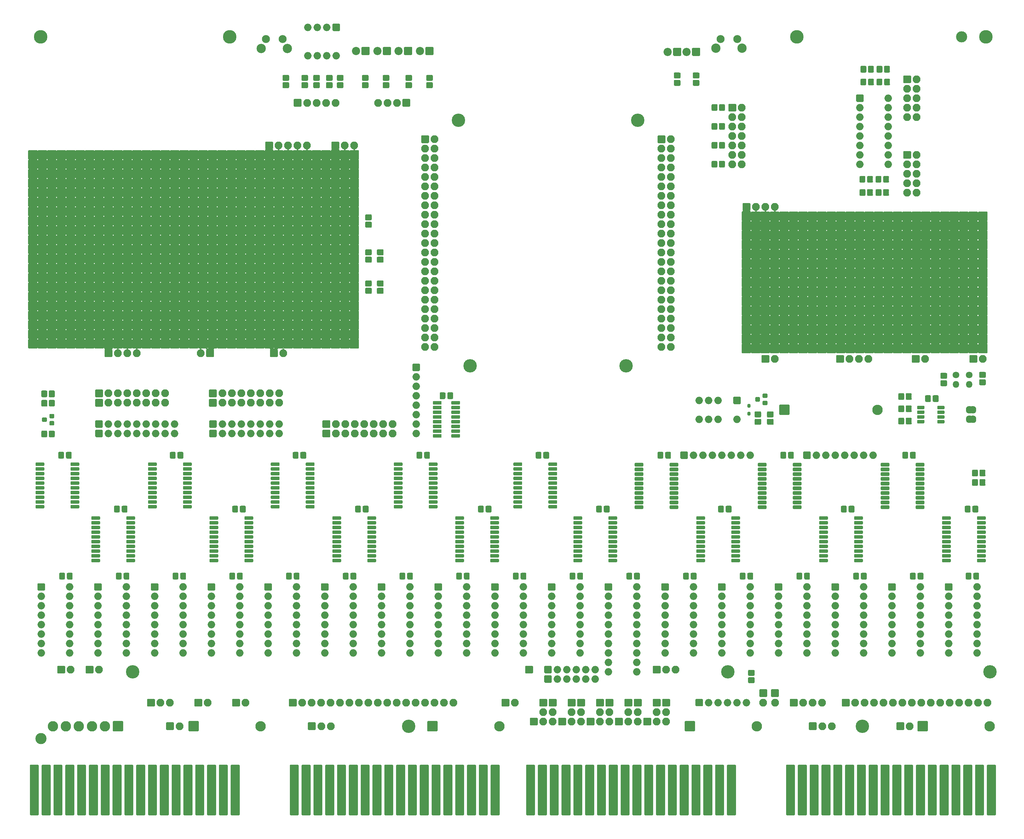
<source format=gbr>
G04 #@! TF.GenerationSoftware,KiCad,Pcbnew,(5.1.12)-1*
G04 #@! TF.CreationDate,2023-03-10T04:48:44+01:00*
G04 #@! TF.ProjectId,unibone,756e6962-6f6e-4652-9e6b-696361645f70,V1.0*
G04 #@! TF.SameCoordinates,Original*
G04 #@! TF.FileFunction,Soldermask,Top*
G04 #@! TF.FilePolarity,Negative*
%FSLAX46Y46*%
G04 Gerber Fmt 4.6, Leading zero omitted, Abs format (unit mm)*
G04 Created by KiCad (PCBNEW (5.1.12)-1) date 2023-03-10 04:48:44*
%MOMM*%
%LPD*%
G01*
G04 APERTURE LIST*
%ADD10O,2.800000X2.800000*%
%ADD11C,0.304800*%
%ADD12O,1.800000X1.800000*%
%ADD13C,1.800000*%
%ADD14C,2.500000*%
%ADD15C,2.150000*%
%ADD16O,2.100000X2.100000*%
%ADD17C,3.600000*%
%ADD18C,3.000000*%
%ADD19C,2.800000*%
%ADD20O,2.000000X2.000000*%
%ADD21C,2.200000*%
%ADD22C,3.651200*%
G04 APERTURE END LIST*
D10*
X285035000Y-222250000D03*
G36*
G01*
X265635000Y-223450000D02*
X265635000Y-221050000D01*
G75*
G02*
X265835000Y-220850000I200000J0D01*
G01*
X268235000Y-220850000D01*
G75*
G02*
X268435000Y-221050000I0J-200000D01*
G01*
X268435000Y-223450000D01*
G75*
G02*
X268235000Y-223650000I-200000J0D01*
G01*
X265835000Y-223650000D01*
G75*
G02*
X265635000Y-223450000I0J200000D01*
G01*
G37*
X222505000Y-222220000D03*
G36*
G01*
X203105000Y-223420000D02*
X203105000Y-221020000D01*
G75*
G02*
X203305000Y-220820000I200000J0D01*
G01*
X205705000Y-220820000D01*
G75*
G02*
X205905000Y-221020000I0J-200000D01*
G01*
X205905000Y-223420000D01*
G75*
G02*
X205705000Y-223620000I-200000J0D01*
G01*
X203305000Y-223620000D01*
G75*
G02*
X203105000Y-223420000I0J200000D01*
G01*
G37*
X153290000Y-222220000D03*
G36*
G01*
X133890000Y-223420000D02*
X133890000Y-221020000D01*
G75*
G02*
X134090000Y-220820000I200000J0D01*
G01*
X136490000Y-220820000D01*
G75*
G02*
X136690000Y-221020000I0J-200000D01*
G01*
X136690000Y-223420000D01*
G75*
G02*
X136490000Y-223620000I-200000J0D01*
G01*
X134090000Y-223620000D01*
G75*
G02*
X133890000Y-223420000I0J200000D01*
G01*
G37*
X89155000Y-222220000D03*
G36*
G01*
X69755000Y-223420000D02*
X69755000Y-221020000D01*
G75*
G02*
X69955000Y-220820000I200000J0D01*
G01*
X72355000Y-220820000D01*
G75*
G02*
X72555000Y-221020000I0J-200000D01*
G01*
X72555000Y-223420000D01*
G75*
G02*
X72355000Y-223620000I-200000J0D01*
G01*
X69955000Y-223620000D01*
G75*
G02*
X69755000Y-223420000I0J200000D01*
G01*
G37*
D11*
G36*
X280726112Y-138720602D02*
G01*
X280744534Y-138720602D01*
X280764140Y-138721565D01*
X280812971Y-138726375D01*
X280832380Y-138729254D01*
X280880505Y-138738826D01*
X280899548Y-138743596D01*
X280946503Y-138757840D01*
X280964980Y-138764451D01*
X281010313Y-138783228D01*
X281028061Y-138791623D01*
X281071334Y-138814754D01*
X281088162Y-138824840D01*
X281128961Y-138852100D01*
X281144730Y-138863795D01*
X281182659Y-138894923D01*
X281197200Y-138908103D01*
X281231897Y-138942800D01*
X281245077Y-138957341D01*
X281276205Y-138995270D01*
X281287900Y-139011039D01*
X281315160Y-139051838D01*
X281325246Y-139068666D01*
X281348377Y-139111939D01*
X281356772Y-139129687D01*
X281375549Y-139175020D01*
X281382160Y-139193497D01*
X281396404Y-139240452D01*
X281401174Y-139259495D01*
X281410746Y-139307620D01*
X281413625Y-139327029D01*
X281418435Y-139375860D01*
X281419398Y-139395466D01*
X281419398Y-139413888D01*
X281420000Y-139420000D01*
X281420000Y-139920000D01*
X281419398Y-139926112D01*
X281419398Y-139944534D01*
X281418435Y-139964140D01*
X281413625Y-140012971D01*
X281410746Y-140032380D01*
X281401174Y-140080505D01*
X281396404Y-140099548D01*
X281382160Y-140146503D01*
X281375549Y-140164980D01*
X281356772Y-140210313D01*
X281348377Y-140228061D01*
X281325246Y-140271334D01*
X281315160Y-140288162D01*
X281287900Y-140328961D01*
X281276205Y-140344730D01*
X281245077Y-140382659D01*
X281231897Y-140397200D01*
X281197200Y-140431897D01*
X281182659Y-140445077D01*
X281144730Y-140476205D01*
X281128961Y-140487900D01*
X281088162Y-140515160D01*
X281071334Y-140525246D01*
X281028061Y-140548377D01*
X281010313Y-140556772D01*
X280964980Y-140575549D01*
X280946503Y-140582160D01*
X280899548Y-140596404D01*
X280880505Y-140601174D01*
X280832380Y-140610746D01*
X280812971Y-140613625D01*
X280764140Y-140618435D01*
X280744534Y-140619398D01*
X280726112Y-140619398D01*
X280720000Y-140620000D01*
X280220000Y-140620000D01*
X280180982Y-140616157D01*
X280143463Y-140604776D01*
X280108886Y-140586294D01*
X280078579Y-140561421D01*
X280053706Y-140531114D01*
X280035224Y-140496537D01*
X280023843Y-140459018D01*
X280020000Y-140420000D01*
X280020000Y-138920000D01*
X280023843Y-138880982D01*
X280035224Y-138843463D01*
X280053706Y-138808886D01*
X280078579Y-138778579D01*
X280108886Y-138753706D01*
X280143463Y-138735224D01*
X280180982Y-138723843D01*
X280220000Y-138720000D01*
X280720000Y-138720000D01*
X280726112Y-138720602D01*
G37*
G36*
X279959018Y-138723843D02*
G01*
X279996537Y-138735224D01*
X280031114Y-138753706D01*
X280061421Y-138778579D01*
X280086294Y-138808886D01*
X280104776Y-138843463D01*
X280116157Y-138880982D01*
X280120000Y-138920000D01*
X280120000Y-140420000D01*
X280116157Y-140459018D01*
X280104776Y-140496537D01*
X280086294Y-140531114D01*
X280061421Y-140561421D01*
X280031114Y-140586294D01*
X279996537Y-140604776D01*
X279959018Y-140616157D01*
X279920000Y-140620000D01*
X279420000Y-140620000D01*
X279413888Y-140619398D01*
X279395466Y-140619398D01*
X279375860Y-140618435D01*
X279327029Y-140613625D01*
X279307620Y-140610746D01*
X279259495Y-140601174D01*
X279240452Y-140596404D01*
X279193497Y-140582160D01*
X279175020Y-140575549D01*
X279129687Y-140556772D01*
X279111939Y-140548377D01*
X279068666Y-140525246D01*
X279051838Y-140515160D01*
X279011039Y-140487900D01*
X278995270Y-140476205D01*
X278957341Y-140445077D01*
X278942800Y-140431897D01*
X278908103Y-140397200D01*
X278894923Y-140382659D01*
X278863795Y-140344730D01*
X278852100Y-140328961D01*
X278824840Y-140288162D01*
X278814754Y-140271334D01*
X278791623Y-140228061D01*
X278783228Y-140210313D01*
X278764451Y-140164980D01*
X278757840Y-140146503D01*
X278743596Y-140099548D01*
X278738826Y-140080505D01*
X278729254Y-140032380D01*
X278726375Y-140012971D01*
X278721565Y-139964140D01*
X278720602Y-139944534D01*
X278720602Y-139926112D01*
X278720000Y-139920000D01*
X278720000Y-139420000D01*
X278720602Y-139413888D01*
X278720602Y-139395466D01*
X278721565Y-139375860D01*
X278726375Y-139327029D01*
X278729254Y-139307620D01*
X278738826Y-139259495D01*
X278743596Y-139240452D01*
X278757840Y-139193497D01*
X278764451Y-139175020D01*
X278783228Y-139129687D01*
X278791623Y-139111939D01*
X278814754Y-139068666D01*
X278824840Y-139051838D01*
X278852100Y-139011039D01*
X278863795Y-138995270D01*
X278894923Y-138957341D01*
X278908103Y-138942800D01*
X278942800Y-138908103D01*
X278957341Y-138894923D01*
X278995270Y-138863795D01*
X279011039Y-138852100D01*
X279051838Y-138824840D01*
X279068666Y-138814754D01*
X279111939Y-138791623D01*
X279129687Y-138783228D01*
X279175020Y-138764451D01*
X279193497Y-138757840D01*
X279240452Y-138743596D01*
X279259495Y-138738826D01*
X279307620Y-138729254D01*
X279327029Y-138726375D01*
X279375860Y-138721565D01*
X279395466Y-138720602D01*
X279413888Y-138720602D01*
X279420000Y-138720000D01*
X279920000Y-138720000D01*
X279959018Y-138723843D01*
G37*
G36*
X280711112Y-136180602D02*
G01*
X280729534Y-136180602D01*
X280749140Y-136181565D01*
X280797971Y-136186375D01*
X280817380Y-136189254D01*
X280865505Y-136198826D01*
X280884548Y-136203596D01*
X280931503Y-136217840D01*
X280949980Y-136224451D01*
X280995313Y-136243228D01*
X281013061Y-136251623D01*
X281056334Y-136274754D01*
X281073162Y-136284840D01*
X281113961Y-136312100D01*
X281129730Y-136323795D01*
X281167659Y-136354923D01*
X281182200Y-136368103D01*
X281216897Y-136402800D01*
X281230077Y-136417341D01*
X281261205Y-136455270D01*
X281272900Y-136471039D01*
X281300160Y-136511838D01*
X281310246Y-136528666D01*
X281333377Y-136571939D01*
X281341772Y-136589687D01*
X281360549Y-136635020D01*
X281367160Y-136653497D01*
X281381404Y-136700452D01*
X281386174Y-136719495D01*
X281395746Y-136767620D01*
X281398625Y-136787029D01*
X281403435Y-136835860D01*
X281404398Y-136855466D01*
X281404398Y-136873888D01*
X281405000Y-136880000D01*
X281405000Y-137380000D01*
X281404398Y-137386112D01*
X281404398Y-137404534D01*
X281403435Y-137424140D01*
X281398625Y-137472971D01*
X281395746Y-137492380D01*
X281386174Y-137540505D01*
X281381404Y-137559548D01*
X281367160Y-137606503D01*
X281360549Y-137624980D01*
X281341772Y-137670313D01*
X281333377Y-137688061D01*
X281310246Y-137731334D01*
X281300160Y-137748162D01*
X281272900Y-137788961D01*
X281261205Y-137804730D01*
X281230077Y-137842659D01*
X281216897Y-137857200D01*
X281182200Y-137891897D01*
X281167659Y-137905077D01*
X281129730Y-137936205D01*
X281113961Y-137947900D01*
X281073162Y-137975160D01*
X281056334Y-137985246D01*
X281013061Y-138008377D01*
X280995313Y-138016772D01*
X280949980Y-138035549D01*
X280931503Y-138042160D01*
X280884548Y-138056404D01*
X280865505Y-138061174D01*
X280817380Y-138070746D01*
X280797971Y-138073625D01*
X280749140Y-138078435D01*
X280729534Y-138079398D01*
X280711112Y-138079398D01*
X280705000Y-138080000D01*
X280205000Y-138080000D01*
X280165982Y-138076157D01*
X280128463Y-138064776D01*
X280093886Y-138046294D01*
X280063579Y-138021421D01*
X280038706Y-137991114D01*
X280020224Y-137956537D01*
X280008843Y-137919018D01*
X280005000Y-137880000D01*
X280005000Y-136380000D01*
X280008843Y-136340982D01*
X280020224Y-136303463D01*
X280038706Y-136268886D01*
X280063579Y-136238579D01*
X280093886Y-136213706D01*
X280128463Y-136195224D01*
X280165982Y-136183843D01*
X280205000Y-136180000D01*
X280705000Y-136180000D01*
X280711112Y-136180602D01*
G37*
G36*
X279944018Y-136183843D02*
G01*
X279981537Y-136195224D01*
X280016114Y-136213706D01*
X280046421Y-136238579D01*
X280071294Y-136268886D01*
X280089776Y-136303463D01*
X280101157Y-136340982D01*
X280105000Y-136380000D01*
X280105000Y-137880000D01*
X280101157Y-137919018D01*
X280089776Y-137956537D01*
X280071294Y-137991114D01*
X280046421Y-138021421D01*
X280016114Y-138046294D01*
X279981537Y-138064776D01*
X279944018Y-138076157D01*
X279905000Y-138080000D01*
X279405000Y-138080000D01*
X279398888Y-138079398D01*
X279380466Y-138079398D01*
X279360860Y-138078435D01*
X279312029Y-138073625D01*
X279292620Y-138070746D01*
X279244495Y-138061174D01*
X279225452Y-138056404D01*
X279178497Y-138042160D01*
X279160020Y-138035549D01*
X279114687Y-138016772D01*
X279096939Y-138008377D01*
X279053666Y-137985246D01*
X279036838Y-137975160D01*
X278996039Y-137947900D01*
X278980270Y-137936205D01*
X278942341Y-137905077D01*
X278927800Y-137891897D01*
X278893103Y-137857200D01*
X278879923Y-137842659D01*
X278848795Y-137804730D01*
X278837100Y-137788961D01*
X278809840Y-137748162D01*
X278799754Y-137731334D01*
X278776623Y-137688061D01*
X278768228Y-137670313D01*
X278749451Y-137624980D01*
X278742840Y-137606503D01*
X278728596Y-137559548D01*
X278723826Y-137540505D01*
X278714254Y-137492380D01*
X278711375Y-137472971D01*
X278706565Y-137424140D01*
X278705602Y-137404534D01*
X278705602Y-137386112D01*
X278705000Y-137380000D01*
X278705000Y-136880000D01*
X278705602Y-136873888D01*
X278705602Y-136855466D01*
X278706565Y-136835860D01*
X278711375Y-136787029D01*
X278714254Y-136767620D01*
X278723826Y-136719495D01*
X278728596Y-136700452D01*
X278742840Y-136653497D01*
X278749451Y-136635020D01*
X278768228Y-136589687D01*
X278776623Y-136571939D01*
X278799754Y-136528666D01*
X278809840Y-136511838D01*
X278837100Y-136471039D01*
X278848795Y-136455270D01*
X278879923Y-136417341D01*
X278893103Y-136402800D01*
X278927800Y-136368103D01*
X278942341Y-136354923D01*
X278980270Y-136323795D01*
X278996039Y-136312100D01*
X279036838Y-136284840D01*
X279053666Y-136274754D01*
X279096939Y-136251623D01*
X279114687Y-136243228D01*
X279160020Y-136224451D01*
X279178497Y-136217840D01*
X279225452Y-136203596D01*
X279244495Y-136198826D01*
X279292620Y-136189254D01*
X279312029Y-136186375D01*
X279360860Y-136181565D01*
X279380466Y-136180602D01*
X279398888Y-136180602D01*
X279405000Y-136180000D01*
X279905000Y-136180000D01*
X279944018Y-136183843D01*
G37*
D12*
X276006000Y-130272000D03*
D13*
X276006000Y-127732000D03*
D12*
X279562000Y-130272000D03*
D13*
X279562000Y-127732000D03*
D14*
X211510000Y-39925000D03*
D15*
X212760000Y-37435000D03*
X217260000Y-37435000D03*
D14*
X218520000Y-39925000D03*
G36*
G01*
X272137332Y-129202000D02*
X273270668Y-129202000D01*
G75*
G02*
X273604000Y-129535332I0J-333332D01*
G01*
X273604000Y-130468668D01*
G75*
G02*
X273270668Y-130802000I-333332J0D01*
G01*
X272137332Y-130802000D01*
G75*
G02*
X271804000Y-130468668I0J333332D01*
G01*
X271804000Y-129535332D01*
G75*
G02*
X272137332Y-129202000I333332J0D01*
G01*
G37*
G36*
G01*
X272137332Y-127202000D02*
X273270668Y-127202000D01*
G75*
G02*
X273604000Y-127535332I0J-333332D01*
G01*
X273604000Y-128468668D01*
G75*
G02*
X273270668Y-128802000I-333332J0D01*
G01*
X272137332Y-128802000D01*
G75*
G02*
X271804000Y-128468668I0J333332D01*
G01*
X271804000Y-127535332D01*
G75*
G02*
X272137332Y-127202000I333332J0D01*
G01*
G37*
G36*
G01*
X282551332Y-128948000D02*
X283684668Y-128948000D01*
G75*
G02*
X284018000Y-129281332I0J-333332D01*
G01*
X284018000Y-130214668D01*
G75*
G02*
X283684668Y-130548000I-333332J0D01*
G01*
X282551332Y-130548000D01*
G75*
G02*
X282218000Y-130214668I0J333332D01*
G01*
X282218000Y-129281332D01*
G75*
G02*
X282551332Y-128948000I333332J0D01*
G01*
G37*
G36*
G01*
X282551332Y-126948000D02*
X283684668Y-126948000D01*
G75*
G02*
X284018000Y-127281332I0J-333332D01*
G01*
X284018000Y-128214668D01*
G75*
G02*
X283684668Y-128548000I-333332J0D01*
G01*
X282551332Y-128548000D01*
G75*
G02*
X282218000Y-128214668I0J333332D01*
G01*
X282218000Y-127281332D01*
G75*
G02*
X282551332Y-126948000I333332J0D01*
G01*
G37*
G36*
G01*
X262490000Y-140744668D02*
X262490000Y-139611332D01*
G75*
G02*
X262823332Y-139278000I333332J0D01*
G01*
X263756668Y-139278000D01*
G75*
G02*
X264090000Y-139611332I0J-333332D01*
G01*
X264090000Y-140744668D01*
G75*
G02*
X263756668Y-141078000I-333332J0D01*
G01*
X262823332Y-141078000D01*
G75*
G02*
X262490000Y-140744668I0J333332D01*
G01*
G37*
G36*
G01*
X260490000Y-140744668D02*
X260490000Y-139611332D01*
G75*
G02*
X260823332Y-139278000I333332J0D01*
G01*
X261756668Y-139278000D01*
G75*
G02*
X262090000Y-139611332I0J-333332D01*
G01*
X262090000Y-140744668D01*
G75*
G02*
X261756668Y-141078000I-333332J0D01*
G01*
X260823332Y-141078000D01*
G75*
G02*
X260490000Y-140744668I0J333332D01*
G01*
G37*
G36*
G01*
X262090000Y-136309332D02*
X262090000Y-137442668D01*
G75*
G02*
X261756668Y-137776000I-333332J0D01*
G01*
X260823332Y-137776000D01*
G75*
G02*
X260490000Y-137442668I0J333332D01*
G01*
X260490000Y-136309332D01*
G75*
G02*
X260823332Y-135976000I333332J0D01*
G01*
X261756668Y-135976000D01*
G75*
G02*
X262090000Y-136309332I0J-333332D01*
G01*
G37*
G36*
G01*
X264090000Y-136309332D02*
X264090000Y-137442668D01*
G75*
G02*
X263756668Y-137776000I-333332J0D01*
G01*
X262823332Y-137776000D01*
G75*
G02*
X262490000Y-137442668I0J333332D01*
G01*
X262490000Y-136309332D01*
G75*
G02*
X262823332Y-135976000I333332J0D01*
G01*
X263756668Y-135976000D01*
G75*
G02*
X264090000Y-136309332I0J-333332D01*
G01*
G37*
G36*
G01*
X262090000Y-133007332D02*
X262090000Y-134140668D01*
G75*
G02*
X261756668Y-134474000I-333332J0D01*
G01*
X260823332Y-134474000D01*
G75*
G02*
X260490000Y-134140668I0J333332D01*
G01*
X260490000Y-133007332D01*
G75*
G02*
X260823332Y-132674000I333332J0D01*
G01*
X261756668Y-132674000D01*
G75*
G02*
X262090000Y-133007332I0J-333332D01*
G01*
G37*
G36*
G01*
X264090000Y-133007332D02*
X264090000Y-134140668D01*
G75*
G02*
X263756668Y-134474000I-333332J0D01*
G01*
X262823332Y-134474000D01*
G75*
G02*
X262490000Y-134140668I0J333332D01*
G01*
X262490000Y-133007332D01*
G75*
G02*
X262823332Y-132674000I333332J0D01*
G01*
X263756668Y-132674000D01*
G75*
G02*
X264090000Y-133007332I0J-333332D01*
G01*
G37*
G36*
G01*
X95353332Y-49065000D02*
X96486668Y-49065000D01*
G75*
G02*
X96820000Y-49398332I0J-333332D01*
G01*
X96820000Y-50331668D01*
G75*
G02*
X96486668Y-50665000I-333332J0D01*
G01*
X95353332Y-50665000D01*
G75*
G02*
X95020000Y-50331668I0J333332D01*
G01*
X95020000Y-49398332D01*
G75*
G02*
X95353332Y-49065000I333332J0D01*
G01*
G37*
G36*
G01*
X95353332Y-47065000D02*
X96486668Y-47065000D01*
G75*
G02*
X96820000Y-47398332I0J-333332D01*
G01*
X96820000Y-48331668D01*
G75*
G02*
X96486668Y-48665000I-333332J0D01*
G01*
X95353332Y-48665000D01*
G75*
G02*
X95020000Y-48331668I0J333332D01*
G01*
X95020000Y-47398332D01*
G75*
G02*
X95353332Y-47065000I333332J0D01*
G01*
G37*
G36*
G01*
X100433332Y-49065000D02*
X101566668Y-49065000D01*
G75*
G02*
X101900000Y-49398332I0J-333332D01*
G01*
X101900000Y-50331668D01*
G75*
G02*
X101566668Y-50665000I-333332J0D01*
G01*
X100433332Y-50665000D01*
G75*
G02*
X100100000Y-50331668I0J333332D01*
G01*
X100100000Y-49398332D01*
G75*
G02*
X100433332Y-49065000I333332J0D01*
G01*
G37*
G36*
G01*
X100433332Y-47065000D02*
X101566668Y-47065000D01*
G75*
G02*
X101900000Y-47398332I0J-333332D01*
G01*
X101900000Y-48331668D01*
G75*
G02*
X101566668Y-48665000I-333332J0D01*
G01*
X100433332Y-48665000D01*
G75*
G02*
X100100000Y-48331668I0J333332D01*
G01*
X100100000Y-47398332D01*
G75*
G02*
X100433332Y-47065000I333332J0D01*
G01*
G37*
G36*
G01*
X103608332Y-49065000D02*
X104741668Y-49065000D01*
G75*
G02*
X105075000Y-49398332I0J-333332D01*
G01*
X105075000Y-50331668D01*
G75*
G02*
X104741668Y-50665000I-333332J0D01*
G01*
X103608332Y-50665000D01*
G75*
G02*
X103275000Y-50331668I0J333332D01*
G01*
X103275000Y-49398332D01*
G75*
G02*
X103608332Y-49065000I333332J0D01*
G01*
G37*
G36*
G01*
X103608332Y-47065000D02*
X104741668Y-47065000D01*
G75*
G02*
X105075000Y-47398332I0J-333332D01*
G01*
X105075000Y-48331668D01*
G75*
G02*
X104741668Y-48665000I-333332J0D01*
G01*
X103608332Y-48665000D01*
G75*
G02*
X103275000Y-48331668I0J333332D01*
G01*
X103275000Y-47398332D01*
G75*
G02*
X103608332Y-47065000I333332J0D01*
G01*
G37*
G36*
G01*
X107037332Y-49065000D02*
X108170668Y-49065000D01*
G75*
G02*
X108504000Y-49398332I0J-333332D01*
G01*
X108504000Y-50331668D01*
G75*
G02*
X108170668Y-50665000I-333332J0D01*
G01*
X107037332Y-50665000D01*
G75*
G02*
X106704000Y-50331668I0J333332D01*
G01*
X106704000Y-49398332D01*
G75*
G02*
X107037332Y-49065000I333332J0D01*
G01*
G37*
G36*
G01*
X107037332Y-47065000D02*
X108170668Y-47065000D01*
G75*
G02*
X108504000Y-47398332I0J-333332D01*
G01*
X108504000Y-48331668D01*
G75*
G02*
X108170668Y-48665000I-333332J0D01*
G01*
X107037332Y-48665000D01*
G75*
G02*
X106704000Y-48331668I0J333332D01*
G01*
X106704000Y-47398332D01*
G75*
G02*
X107037332Y-47065000I333332J0D01*
G01*
G37*
G36*
G01*
X109958332Y-49065000D02*
X111091668Y-49065000D01*
G75*
G02*
X111425000Y-49398332I0J-333332D01*
G01*
X111425000Y-50331668D01*
G75*
G02*
X111091668Y-50665000I-333332J0D01*
G01*
X109958332Y-50665000D01*
G75*
G02*
X109625000Y-50331668I0J333332D01*
G01*
X109625000Y-49398332D01*
G75*
G02*
X109958332Y-49065000I333332J0D01*
G01*
G37*
G36*
G01*
X109958332Y-47065000D02*
X111091668Y-47065000D01*
G75*
G02*
X111425000Y-47398332I0J-333332D01*
G01*
X111425000Y-48331668D01*
G75*
G02*
X111091668Y-48665000I-333332J0D01*
G01*
X109958332Y-48665000D01*
G75*
G02*
X109625000Y-48331668I0J333332D01*
G01*
X109625000Y-47398332D01*
G75*
G02*
X109958332Y-47065000I333332J0D01*
G01*
G37*
G36*
G01*
X116689332Y-49065000D02*
X117822668Y-49065000D01*
G75*
G02*
X118156000Y-49398332I0J-333332D01*
G01*
X118156000Y-50331668D01*
G75*
G02*
X117822668Y-50665000I-333332J0D01*
G01*
X116689332Y-50665000D01*
G75*
G02*
X116356000Y-50331668I0J333332D01*
G01*
X116356000Y-49398332D01*
G75*
G02*
X116689332Y-49065000I333332J0D01*
G01*
G37*
G36*
G01*
X116689332Y-47065000D02*
X117822668Y-47065000D01*
G75*
G02*
X118156000Y-47398332I0J-333332D01*
G01*
X118156000Y-48331668D01*
G75*
G02*
X117822668Y-48665000I-333332J0D01*
G01*
X116689332Y-48665000D01*
G75*
G02*
X116356000Y-48331668I0J333332D01*
G01*
X116356000Y-47398332D01*
G75*
G02*
X116689332Y-47065000I333332J0D01*
G01*
G37*
G36*
G01*
X122277332Y-49065000D02*
X123410668Y-49065000D01*
G75*
G02*
X123744000Y-49398332I0J-333332D01*
G01*
X123744000Y-50331668D01*
G75*
G02*
X123410668Y-50665000I-333332J0D01*
G01*
X122277332Y-50665000D01*
G75*
G02*
X121944000Y-50331668I0J333332D01*
G01*
X121944000Y-49398332D01*
G75*
G02*
X122277332Y-49065000I333332J0D01*
G01*
G37*
G36*
G01*
X122277332Y-47065000D02*
X123410668Y-47065000D01*
G75*
G02*
X123744000Y-47398332I0J-333332D01*
G01*
X123744000Y-48331668D01*
G75*
G02*
X123410668Y-48665000I-333332J0D01*
G01*
X122277332Y-48665000D01*
G75*
G02*
X121944000Y-48331668I0J333332D01*
G01*
X121944000Y-47398332D01*
G75*
G02*
X122277332Y-47065000I333332J0D01*
G01*
G37*
G36*
G01*
X128373332Y-49065000D02*
X129506668Y-49065000D01*
G75*
G02*
X129840000Y-49398332I0J-333332D01*
G01*
X129840000Y-50331668D01*
G75*
G02*
X129506668Y-50665000I-333332J0D01*
G01*
X128373332Y-50665000D01*
G75*
G02*
X128040000Y-50331668I0J333332D01*
G01*
X128040000Y-49398332D01*
G75*
G02*
X128373332Y-49065000I333332J0D01*
G01*
G37*
G36*
G01*
X128373332Y-47065000D02*
X129506668Y-47065000D01*
G75*
G02*
X129840000Y-47398332I0J-333332D01*
G01*
X129840000Y-48331668D01*
G75*
G02*
X129506668Y-48665000I-333332J0D01*
G01*
X128373332Y-48665000D01*
G75*
G02*
X128040000Y-48331668I0J333332D01*
G01*
X128040000Y-47398332D01*
G75*
G02*
X128373332Y-47065000I333332J0D01*
G01*
G37*
G36*
G01*
X133961332Y-49065000D02*
X135094668Y-49065000D01*
G75*
G02*
X135428000Y-49398332I0J-333332D01*
G01*
X135428000Y-50331668D01*
G75*
G02*
X135094668Y-50665000I-333332J0D01*
G01*
X133961332Y-50665000D01*
G75*
G02*
X133628000Y-50331668I0J333332D01*
G01*
X133628000Y-49398332D01*
G75*
G02*
X133961332Y-49065000I333332J0D01*
G01*
G37*
G36*
G01*
X133961332Y-47065000D02*
X135094668Y-47065000D01*
G75*
G02*
X135428000Y-47398332I0J-333332D01*
G01*
X135428000Y-48331668D01*
G75*
G02*
X135094668Y-48665000I-333332J0D01*
G01*
X133961332Y-48665000D01*
G75*
G02*
X133628000Y-48331668I0J333332D01*
G01*
X133628000Y-47398332D01*
G75*
G02*
X133961332Y-47065000I333332J0D01*
G01*
G37*
G36*
G01*
X220155000Y-137680000D02*
X220605000Y-137680000D01*
G75*
G02*
X220805000Y-137880000I0J-200000D01*
G01*
X220805000Y-138480000D01*
G75*
G02*
X220605000Y-138680000I-200000J0D01*
G01*
X220155000Y-138680000D01*
G75*
G02*
X219955000Y-138480000I0J200000D01*
G01*
X219955000Y-137880000D01*
G75*
G02*
X220155000Y-137680000I200000J0D01*
G01*
G37*
G36*
G01*
X220155000Y-135580000D02*
X220605000Y-135580000D01*
G75*
G02*
X220805000Y-135780000I0J-200000D01*
G01*
X220805000Y-136380000D01*
G75*
G02*
X220605000Y-136580000I-200000J0D01*
G01*
X220155000Y-136580000D01*
G75*
G02*
X219955000Y-136380000I0J200000D01*
G01*
X219955000Y-135780000D01*
G75*
G02*
X220155000Y-135580000I200000J0D01*
G01*
G37*
D16*
X200660000Y-207010000D03*
X198120000Y-207010000D03*
G36*
G01*
X196430000Y-208060000D02*
X194730000Y-208060000D01*
G75*
G02*
X194530000Y-207860000I0J200000D01*
G01*
X194530000Y-206160000D01*
G75*
G02*
X194730000Y-205960000I200000J0D01*
G01*
X196430000Y-205960000D01*
G75*
G02*
X196630000Y-206160000I0J-200000D01*
G01*
X196630000Y-207860000D01*
G75*
G02*
X196430000Y-208060000I-200000J0D01*
G01*
G37*
G36*
G01*
X220448332Y-209085000D02*
X221581668Y-209085000D01*
G75*
G02*
X221915000Y-209418332I0J-333332D01*
G01*
X221915000Y-210351668D01*
G75*
G02*
X221581668Y-210685000I-333332J0D01*
G01*
X220448332Y-210685000D01*
G75*
G02*
X220115000Y-210351668I0J333332D01*
G01*
X220115000Y-209418332D01*
G75*
G02*
X220448332Y-209085000I333332J0D01*
G01*
G37*
G36*
G01*
X220448332Y-207085000D02*
X221581668Y-207085000D01*
G75*
G02*
X221915000Y-207418332I0J-333332D01*
G01*
X221915000Y-208351668D01*
G75*
G02*
X221581668Y-208685000I-333332J0D01*
G01*
X220448332Y-208685000D01*
G75*
G02*
X220115000Y-208351668I0J333332D01*
G01*
X220115000Y-207418332D01*
G75*
G02*
X220448332Y-207085000I333332J0D01*
G01*
G37*
X224190000Y-215870000D03*
G36*
G01*
X223140000Y-214180000D02*
X223140000Y-212480000D01*
G75*
G02*
X223340000Y-212280000I200000J0D01*
G01*
X225040000Y-212280000D01*
G75*
G02*
X225240000Y-212480000I0J-200000D01*
G01*
X225240000Y-214180000D01*
G75*
G02*
X225040000Y-214380000I-200000J0D01*
G01*
X223340000Y-214380000D01*
G75*
G02*
X223140000Y-214180000I0J200000D01*
G01*
G37*
X227365000Y-215870000D03*
G36*
G01*
X226315000Y-214180000D02*
X226315000Y-212480000D01*
G75*
G02*
X226515000Y-212280000I200000J0D01*
G01*
X228215000Y-212280000D01*
G75*
G02*
X228415000Y-212480000I0J-200000D01*
G01*
X228415000Y-214180000D01*
G75*
G02*
X228215000Y-214380000I-200000J0D01*
G01*
X226515000Y-214380000D01*
G75*
G02*
X226315000Y-214180000I0J200000D01*
G01*
G37*
G36*
G01*
X251676000Y-78143332D02*
X251676000Y-79276668D01*
G75*
G02*
X251342668Y-79610000I-333332J0D01*
G01*
X250409332Y-79610000D01*
G75*
G02*
X250076000Y-79276668I0J333332D01*
G01*
X250076000Y-78143332D01*
G75*
G02*
X250409332Y-77810000I333332J0D01*
G01*
X251342668Y-77810000D01*
G75*
G02*
X251676000Y-78143332I0J-333332D01*
G01*
G37*
G36*
G01*
X253676000Y-78143332D02*
X253676000Y-79276668D01*
G75*
G02*
X253342668Y-79610000I-333332J0D01*
G01*
X252409332Y-79610000D01*
G75*
G02*
X252076000Y-79276668I0J333332D01*
G01*
X252076000Y-78143332D01*
G75*
G02*
X252409332Y-77810000I333332J0D01*
G01*
X253342668Y-77810000D01*
G75*
G02*
X253676000Y-78143332I0J-333332D01*
G01*
G37*
G36*
G01*
X251930000Y-44996332D02*
X251930000Y-46129668D01*
G75*
G02*
X251596668Y-46463000I-333332J0D01*
G01*
X250663332Y-46463000D01*
G75*
G02*
X250330000Y-46129668I0J333332D01*
G01*
X250330000Y-44996332D01*
G75*
G02*
X250663332Y-44663000I333332J0D01*
G01*
X251596668Y-44663000D01*
G75*
G02*
X251930000Y-44996332I0J-333332D01*
G01*
G37*
G36*
G01*
X253930000Y-44996332D02*
X253930000Y-46129668D01*
G75*
G02*
X253596668Y-46463000I-333332J0D01*
G01*
X252663332Y-46463000D01*
G75*
G02*
X252330000Y-46129668I0J333332D01*
G01*
X252330000Y-44996332D01*
G75*
G02*
X252663332Y-44663000I333332J0D01*
G01*
X253596668Y-44663000D01*
G75*
G02*
X253930000Y-44996332I0J-333332D01*
G01*
G37*
G36*
G01*
X255994000Y-78143332D02*
X255994000Y-79276668D01*
G75*
G02*
X255660668Y-79610000I-333332J0D01*
G01*
X254727332Y-79610000D01*
G75*
G02*
X254394000Y-79276668I0J333332D01*
G01*
X254394000Y-78143332D01*
G75*
G02*
X254727332Y-77810000I333332J0D01*
G01*
X255660668Y-77810000D01*
G75*
G02*
X255994000Y-78143332I0J-333332D01*
G01*
G37*
G36*
G01*
X257994000Y-78143332D02*
X257994000Y-79276668D01*
G75*
G02*
X257660668Y-79610000I-333332J0D01*
G01*
X256727332Y-79610000D01*
G75*
G02*
X256394000Y-79276668I0J333332D01*
G01*
X256394000Y-78143332D01*
G75*
G02*
X256727332Y-77810000I333332J0D01*
G01*
X257660668Y-77810000D01*
G75*
G02*
X257994000Y-78143332I0J-333332D01*
G01*
G37*
G36*
G01*
X256248000Y-44996332D02*
X256248000Y-46129668D01*
G75*
G02*
X255914668Y-46463000I-333332J0D01*
G01*
X254981332Y-46463000D01*
G75*
G02*
X254648000Y-46129668I0J333332D01*
G01*
X254648000Y-44996332D01*
G75*
G02*
X254981332Y-44663000I333332J0D01*
G01*
X255914668Y-44663000D01*
G75*
G02*
X256248000Y-44996332I0J-333332D01*
G01*
G37*
G36*
G01*
X258248000Y-44996332D02*
X258248000Y-46129668D01*
G75*
G02*
X257914668Y-46463000I-333332J0D01*
G01*
X256981332Y-46463000D01*
G75*
G02*
X256648000Y-46129668I0J333332D01*
G01*
X256648000Y-44996332D01*
G75*
G02*
X256981332Y-44663000I333332J0D01*
G01*
X257914668Y-44663000D01*
G75*
G02*
X258248000Y-44996332I0J-333332D01*
G01*
G37*
G36*
G01*
X212290000Y-71656668D02*
X212290000Y-70523332D01*
G75*
G02*
X212623332Y-70190000I333332J0D01*
G01*
X213556668Y-70190000D01*
G75*
G02*
X213890000Y-70523332I0J-333332D01*
G01*
X213890000Y-71656668D01*
G75*
G02*
X213556668Y-71990000I-333332J0D01*
G01*
X212623332Y-71990000D01*
G75*
G02*
X212290000Y-71656668I0J333332D01*
G01*
G37*
G36*
G01*
X210290000Y-71656668D02*
X210290000Y-70523332D01*
G75*
G02*
X210623332Y-70190000I333332J0D01*
G01*
X211556668Y-70190000D01*
G75*
G02*
X211890000Y-70523332I0J-333332D01*
G01*
X211890000Y-71656668D01*
G75*
G02*
X211556668Y-71990000I-333332J0D01*
G01*
X210623332Y-71990000D01*
G75*
G02*
X210290000Y-71656668I0J333332D01*
G01*
G37*
G36*
G01*
X212325000Y-66576668D02*
X212325000Y-65443332D01*
G75*
G02*
X212658332Y-65110000I333332J0D01*
G01*
X213591668Y-65110000D01*
G75*
G02*
X213925000Y-65443332I0J-333332D01*
G01*
X213925000Y-66576668D01*
G75*
G02*
X213591668Y-66910000I-333332J0D01*
G01*
X212658332Y-66910000D01*
G75*
G02*
X212325000Y-66576668I0J333332D01*
G01*
G37*
G36*
G01*
X210325000Y-66576668D02*
X210325000Y-65443332D01*
G75*
G02*
X210658332Y-65110000I333332J0D01*
G01*
X211591668Y-65110000D01*
G75*
G02*
X211925000Y-65443332I0J-333332D01*
G01*
X211925000Y-66576668D01*
G75*
G02*
X211591668Y-66910000I-333332J0D01*
G01*
X210658332Y-66910000D01*
G75*
G02*
X210325000Y-66576668I0J333332D01*
G01*
G37*
G36*
G01*
X212290000Y-61496668D02*
X212290000Y-60363332D01*
G75*
G02*
X212623332Y-60030000I333332J0D01*
G01*
X213556668Y-60030000D01*
G75*
G02*
X213890000Y-60363332I0J-333332D01*
G01*
X213890000Y-61496668D01*
G75*
G02*
X213556668Y-61830000I-333332J0D01*
G01*
X212623332Y-61830000D01*
G75*
G02*
X212290000Y-61496668I0J333332D01*
G01*
G37*
G36*
G01*
X210290000Y-61496668D02*
X210290000Y-60363332D01*
G75*
G02*
X210623332Y-60030000I333332J0D01*
G01*
X211556668Y-60030000D01*
G75*
G02*
X211890000Y-60363332I0J-333332D01*
G01*
X211890000Y-61496668D01*
G75*
G02*
X211556668Y-61830000I-333332J0D01*
G01*
X210623332Y-61830000D01*
G75*
G02*
X210290000Y-61496668I0J333332D01*
G01*
G37*
G36*
G01*
X223329668Y-139181000D02*
X222196332Y-139181000D01*
G75*
G02*
X221863000Y-138847668I0J333332D01*
G01*
X221863000Y-137914332D01*
G75*
G02*
X222196332Y-137581000I333332J0D01*
G01*
X223329668Y-137581000D01*
G75*
G02*
X223663000Y-137914332I0J-333332D01*
G01*
X223663000Y-138847668D01*
G75*
G02*
X223329668Y-139181000I-333332J0D01*
G01*
G37*
G36*
G01*
X223329668Y-141181000D02*
X222196332Y-141181000D01*
G75*
G02*
X221863000Y-140847668I0J333332D01*
G01*
X221863000Y-139914332D01*
G75*
G02*
X222196332Y-139581000I333332J0D01*
G01*
X223329668Y-139581000D01*
G75*
G02*
X223663000Y-139914332I0J-333332D01*
G01*
X223663000Y-140847668D01*
G75*
G02*
X223329668Y-141181000I-333332J0D01*
G01*
G37*
G36*
G01*
X118676668Y-86160000D02*
X117543332Y-86160000D01*
G75*
G02*
X117210000Y-85826668I0J333332D01*
G01*
X117210000Y-84893332D01*
G75*
G02*
X117543332Y-84560000I333332J0D01*
G01*
X118676668Y-84560000D01*
G75*
G02*
X119010000Y-84893332I0J-333332D01*
G01*
X119010000Y-85826668D01*
G75*
G02*
X118676668Y-86160000I-333332J0D01*
G01*
G37*
G36*
G01*
X118676668Y-88160000D02*
X117543332Y-88160000D01*
G75*
G02*
X117210000Y-87826668I0J333332D01*
G01*
X117210000Y-86893332D01*
G75*
G02*
X117543332Y-86560000I333332J0D01*
G01*
X118676668Y-86560000D01*
G75*
G02*
X119010000Y-86893332I0J-333332D01*
G01*
X119010000Y-87826668D01*
G75*
G02*
X118676668Y-88160000I-333332J0D01*
G01*
G37*
G36*
G01*
X200509332Y-48430000D02*
X201642668Y-48430000D01*
G75*
G02*
X201976000Y-48763332I0J-333332D01*
G01*
X201976000Y-49696668D01*
G75*
G02*
X201642668Y-50030000I-333332J0D01*
G01*
X200509332Y-50030000D01*
G75*
G02*
X200176000Y-49696668I0J333332D01*
G01*
X200176000Y-48763332D01*
G75*
G02*
X200509332Y-48430000I333332J0D01*
G01*
G37*
G36*
G01*
X200509332Y-46430000D02*
X201642668Y-46430000D01*
G75*
G02*
X201976000Y-46763332I0J-333332D01*
G01*
X201976000Y-47696668D01*
G75*
G02*
X201642668Y-48030000I-333332J0D01*
G01*
X200509332Y-48030000D01*
G75*
G02*
X200176000Y-47696668I0J333332D01*
G01*
X200176000Y-46763332D01*
G75*
G02*
X200509332Y-46430000I333332J0D01*
G01*
G37*
G36*
G01*
X117543332Y-104340000D02*
X118676668Y-104340000D01*
G75*
G02*
X119010000Y-104673332I0J-333332D01*
G01*
X119010000Y-105606668D01*
G75*
G02*
X118676668Y-105940000I-333332J0D01*
G01*
X117543332Y-105940000D01*
G75*
G02*
X117210000Y-105606668I0J333332D01*
G01*
X117210000Y-104673332D01*
G75*
G02*
X117543332Y-104340000I333332J0D01*
G01*
G37*
G36*
G01*
X117543332Y-102340000D02*
X118676668Y-102340000D01*
G75*
G02*
X119010000Y-102673332I0J-333332D01*
G01*
X119010000Y-103606668D01*
G75*
G02*
X118676668Y-103940000I-333332J0D01*
G01*
X117543332Y-103940000D01*
G75*
G02*
X117210000Y-103606668I0J333332D01*
G01*
X117210000Y-102673332D01*
G75*
G02*
X117543332Y-102340000I333332J0D01*
G01*
G37*
G36*
G01*
X120718332Y-104340000D02*
X121851668Y-104340000D01*
G75*
G02*
X122185000Y-104673332I0J-333332D01*
G01*
X122185000Y-105606668D01*
G75*
G02*
X121851668Y-105940000I-333332J0D01*
G01*
X120718332Y-105940000D01*
G75*
G02*
X120385000Y-105606668I0J333332D01*
G01*
X120385000Y-104673332D01*
G75*
G02*
X120718332Y-104340000I333332J0D01*
G01*
G37*
G36*
G01*
X120718332Y-102340000D02*
X121851668Y-102340000D01*
G75*
G02*
X122185000Y-102673332I0J-333332D01*
G01*
X122185000Y-103606668D01*
G75*
G02*
X121851668Y-103940000I-333332J0D01*
G01*
X120718332Y-103940000D01*
G75*
G02*
X120385000Y-103606668I0J333332D01*
G01*
X120385000Y-102673332D01*
G75*
G02*
X120718332Y-102340000I333332J0D01*
G01*
G37*
G36*
G01*
X120718332Y-95958000D02*
X121851668Y-95958000D01*
G75*
G02*
X122185000Y-96291332I0J-333332D01*
G01*
X122185000Y-97224668D01*
G75*
G02*
X121851668Y-97558000I-333332J0D01*
G01*
X120718332Y-97558000D01*
G75*
G02*
X120385000Y-97224668I0J333332D01*
G01*
X120385000Y-96291332D01*
G75*
G02*
X120718332Y-95958000I333332J0D01*
G01*
G37*
G36*
G01*
X120718332Y-93958000D02*
X121851668Y-93958000D01*
G75*
G02*
X122185000Y-94291332I0J-333332D01*
G01*
X122185000Y-95224668D01*
G75*
G02*
X121851668Y-95558000I-333332J0D01*
G01*
X120718332Y-95558000D01*
G75*
G02*
X120385000Y-95224668I0J333332D01*
G01*
X120385000Y-94291332D01*
G75*
G02*
X120718332Y-93958000I333332J0D01*
G01*
G37*
G36*
G01*
X117543332Y-95958000D02*
X118676668Y-95958000D01*
G75*
G02*
X119010000Y-96291332I0J-333332D01*
G01*
X119010000Y-97224668D01*
G75*
G02*
X118676668Y-97558000I-333332J0D01*
G01*
X117543332Y-97558000D01*
G75*
G02*
X117210000Y-97224668I0J333332D01*
G01*
X117210000Y-96291332D01*
G75*
G02*
X117543332Y-95958000I333332J0D01*
G01*
G37*
G36*
G01*
X117543332Y-93958000D02*
X118676668Y-93958000D01*
G75*
G02*
X119010000Y-94291332I0J-333332D01*
G01*
X119010000Y-95224668D01*
G75*
G02*
X118676668Y-95558000I-333332J0D01*
G01*
X117543332Y-95558000D01*
G75*
G02*
X117210000Y-95224668I0J333332D01*
G01*
X117210000Y-94291332D01*
G75*
G02*
X117543332Y-93958000I333332J0D01*
G01*
G37*
G36*
G01*
X211925000Y-55283332D02*
X211925000Y-56416668D01*
G75*
G02*
X211591668Y-56750000I-333332J0D01*
G01*
X210658332Y-56750000D01*
G75*
G02*
X210325000Y-56416668I0J333332D01*
G01*
X210325000Y-55283332D01*
G75*
G02*
X210658332Y-54950000I333332J0D01*
G01*
X211591668Y-54950000D01*
G75*
G02*
X211925000Y-55283332I0J-333332D01*
G01*
G37*
G36*
G01*
X213925000Y-55283332D02*
X213925000Y-56416668D01*
G75*
G02*
X213591668Y-56750000I-333332J0D01*
G01*
X212658332Y-56750000D01*
G75*
G02*
X212325000Y-56416668I0J333332D01*
G01*
X212325000Y-55283332D01*
G75*
G02*
X212658332Y-54950000I333332J0D01*
G01*
X213591668Y-54950000D01*
G75*
G02*
X213925000Y-55283332I0J-333332D01*
G01*
G37*
G36*
G01*
X281902000Y-156121332D02*
X281902000Y-157254668D01*
G75*
G02*
X281568668Y-157588000I-333332J0D01*
G01*
X280635332Y-157588000D01*
G75*
G02*
X280302000Y-157254668I0J333332D01*
G01*
X280302000Y-156121332D01*
G75*
G02*
X280635332Y-155788000I333332J0D01*
G01*
X281568668Y-155788000D01*
G75*
G02*
X281902000Y-156121332I0J-333332D01*
G01*
G37*
G36*
G01*
X283902000Y-156121332D02*
X283902000Y-157254668D01*
G75*
G02*
X283568668Y-157588000I-333332J0D01*
G01*
X282635332Y-157588000D01*
G75*
G02*
X282302000Y-157254668I0J333332D01*
G01*
X282302000Y-156121332D01*
G75*
G02*
X282635332Y-155788000I333332J0D01*
G01*
X283568668Y-155788000D01*
G75*
G02*
X283902000Y-156121332I0J-333332D01*
G01*
G37*
G36*
G01*
X282302000Y-154714668D02*
X282302000Y-153581332D01*
G75*
G02*
X282635332Y-153248000I333332J0D01*
G01*
X283568668Y-153248000D01*
G75*
G02*
X283902000Y-153581332I0J-333332D01*
G01*
X283902000Y-154714668D01*
G75*
G02*
X283568668Y-155048000I-333332J0D01*
G01*
X282635332Y-155048000D01*
G75*
G02*
X282302000Y-154714668I0J333332D01*
G01*
G37*
G36*
G01*
X280302000Y-154714668D02*
X280302000Y-153581332D01*
G75*
G02*
X280635332Y-153248000I333332J0D01*
G01*
X281568668Y-153248000D01*
G75*
G02*
X281902000Y-153581332I0J-333332D01*
G01*
X281902000Y-154714668D01*
G75*
G02*
X281568668Y-155048000I-333332J0D01*
G01*
X280635332Y-155048000D01*
G75*
G02*
X280302000Y-154714668I0J333332D01*
G01*
G37*
G36*
G01*
X205589332Y-48430000D02*
X206722668Y-48430000D01*
G75*
G02*
X207056000Y-48763332I0J-333332D01*
G01*
X207056000Y-49696668D01*
G75*
G02*
X206722668Y-50030000I-333332J0D01*
G01*
X205589332Y-50030000D01*
G75*
G02*
X205256000Y-49696668I0J333332D01*
G01*
X205256000Y-48763332D01*
G75*
G02*
X205589332Y-48430000I333332J0D01*
G01*
G37*
G36*
G01*
X205589332Y-46430000D02*
X206722668Y-46430000D01*
G75*
G02*
X207056000Y-46763332I0J-333332D01*
G01*
X207056000Y-47696668D01*
G75*
G02*
X206722668Y-48030000I-333332J0D01*
G01*
X205589332Y-48030000D01*
G75*
G02*
X205256000Y-47696668I0J333332D01*
G01*
X205256000Y-46763332D01*
G75*
G02*
X205589332Y-46430000I333332J0D01*
G01*
G37*
G36*
G01*
X31804000Y-143070332D02*
X31804000Y-144203668D01*
G75*
G02*
X31470668Y-144537000I-333332J0D01*
G01*
X30537332Y-144537000D01*
G75*
G02*
X30204000Y-144203668I0J333332D01*
G01*
X30204000Y-143070332D01*
G75*
G02*
X30537332Y-142737000I333332J0D01*
G01*
X31470668Y-142737000D01*
G75*
G02*
X31804000Y-143070332I0J-333332D01*
G01*
G37*
G36*
G01*
X33804000Y-143070332D02*
X33804000Y-144203668D01*
G75*
G02*
X33470668Y-144537000I-333332J0D01*
G01*
X32537332Y-144537000D01*
G75*
G02*
X32204000Y-144203668I0J333332D01*
G01*
X32204000Y-143070332D01*
G75*
G02*
X32537332Y-142737000I333332J0D01*
G01*
X33470668Y-142737000D01*
G75*
G02*
X33804000Y-143070332I0J-333332D01*
G01*
G37*
G36*
G01*
X32204000Y-133408668D02*
X32204000Y-132275332D01*
G75*
G02*
X32537332Y-131942000I333332J0D01*
G01*
X33470668Y-131942000D01*
G75*
G02*
X33804000Y-132275332I0J-333332D01*
G01*
X33804000Y-133408668D01*
G75*
G02*
X33470668Y-133742000I-333332J0D01*
G01*
X32537332Y-133742000D01*
G75*
G02*
X32204000Y-133408668I0J333332D01*
G01*
G37*
G36*
G01*
X30204000Y-133408668D02*
X30204000Y-132275332D01*
G75*
G02*
X30537332Y-131942000I333332J0D01*
G01*
X31470668Y-131942000D01*
G75*
G02*
X31804000Y-132275332I0J-333332D01*
G01*
X31804000Y-133408668D01*
G75*
G02*
X31470668Y-133742000I-333332J0D01*
G01*
X30537332Y-133742000D01*
G75*
G02*
X30204000Y-133408668I0J333332D01*
G01*
G37*
G36*
G01*
X32239000Y-135938668D02*
X32239000Y-134805332D01*
G75*
G02*
X32572332Y-134472000I333332J0D01*
G01*
X33505668Y-134472000D01*
G75*
G02*
X33839000Y-134805332I0J-333332D01*
G01*
X33839000Y-135938668D01*
G75*
G02*
X33505668Y-136272000I-333332J0D01*
G01*
X32572332Y-136272000D01*
G75*
G02*
X32239000Y-135938668I0J333332D01*
G01*
G37*
G36*
G01*
X30239000Y-135938668D02*
X30239000Y-134805332D01*
G75*
G02*
X30572332Y-134472000I333332J0D01*
G01*
X31505668Y-134472000D01*
G75*
G02*
X31839000Y-134805332I0J-333332D01*
G01*
X31839000Y-135938668D01*
G75*
G02*
X31505668Y-136272000I-333332J0D01*
G01*
X30572332Y-136272000D01*
G75*
G02*
X30239000Y-135938668I0J333332D01*
G01*
G37*
G36*
G01*
X226661668Y-139181000D02*
X225528332Y-139181000D01*
G75*
G02*
X225195000Y-138847668I0J333332D01*
G01*
X225195000Y-137914332D01*
G75*
G02*
X225528332Y-137581000I333332J0D01*
G01*
X226661668Y-137581000D01*
G75*
G02*
X226995000Y-137914332I0J-333332D01*
G01*
X226995000Y-138847668D01*
G75*
G02*
X226661668Y-139181000I-333332J0D01*
G01*
G37*
G36*
G01*
X226661668Y-141181000D02*
X225528332Y-141181000D01*
G75*
G02*
X225195000Y-140847668I0J333332D01*
G01*
X225195000Y-139914332D01*
G75*
G02*
X225528332Y-139581000I333332J0D01*
G01*
X226661668Y-139581000D01*
G75*
G02*
X226995000Y-139914332I0J-333332D01*
G01*
X226995000Y-140847668D01*
G75*
G02*
X226661668Y-141181000I-333332J0D01*
G01*
G37*
G36*
G01*
X223332000Y-133936000D02*
X223332000Y-134736000D01*
G75*
G02*
X223132000Y-134936000I-200000J0D01*
G01*
X222232000Y-134936000D01*
G75*
G02*
X222032000Y-134736000I0J200000D01*
G01*
X222032000Y-133936000D01*
G75*
G02*
X222232000Y-133736000I200000J0D01*
G01*
X223132000Y-133736000D01*
G75*
G02*
X223332000Y-133936000I0J-200000D01*
G01*
G37*
G36*
G01*
X225332000Y-132986000D02*
X225332000Y-133786000D01*
G75*
G02*
X225132000Y-133986000I-200000J0D01*
G01*
X224232000Y-133986000D01*
G75*
G02*
X224032000Y-133786000I0J200000D01*
G01*
X224032000Y-132986000D01*
G75*
G02*
X224232000Y-132786000I200000J0D01*
G01*
X225132000Y-132786000D01*
G75*
G02*
X225332000Y-132986000I0J-200000D01*
G01*
G37*
G36*
G01*
X225332000Y-134886000D02*
X225332000Y-135686000D01*
G75*
G02*
X225132000Y-135886000I-200000J0D01*
G01*
X224232000Y-135886000D01*
G75*
G02*
X224032000Y-135686000I0J200000D01*
G01*
X224032000Y-134886000D01*
G75*
G02*
X224232000Y-134686000I200000J0D01*
G01*
X225132000Y-134686000D01*
G75*
G02*
X225332000Y-134886000I0J-200000D01*
G01*
G37*
G36*
G01*
X31689000Y-139397000D02*
X31689000Y-140197000D01*
G75*
G02*
X31489000Y-140397000I-200000J0D01*
G01*
X30589000Y-140397000D01*
G75*
G02*
X30389000Y-140197000I0J200000D01*
G01*
X30389000Y-139397000D01*
G75*
G02*
X30589000Y-139197000I200000J0D01*
G01*
X31489000Y-139197000D01*
G75*
G02*
X31689000Y-139397000I0J-200000D01*
G01*
G37*
G36*
G01*
X33689000Y-138447000D02*
X33689000Y-139247000D01*
G75*
G02*
X33489000Y-139447000I-200000J0D01*
G01*
X32589000Y-139447000D01*
G75*
G02*
X32389000Y-139247000I0J200000D01*
G01*
X32389000Y-138447000D01*
G75*
G02*
X32589000Y-138247000I200000J0D01*
G01*
X33489000Y-138247000D01*
G75*
G02*
X33689000Y-138447000I0J-200000D01*
G01*
G37*
G36*
G01*
X33689000Y-140347000D02*
X33689000Y-141147000D01*
G75*
G02*
X33489000Y-141347000I-200000J0D01*
G01*
X32589000Y-141347000D01*
G75*
G02*
X32389000Y-141147000I0J200000D01*
G01*
X32389000Y-140347000D01*
G75*
G02*
X32589000Y-140147000I200000J0D01*
G01*
X33489000Y-140147000D01*
G75*
G02*
X33689000Y-140347000I0J-200000D01*
G01*
G37*
D17*
X285150000Y-207615000D03*
D18*
X277530000Y-36800000D03*
X30134000Y-225521600D03*
D16*
X263560000Y-222220000D03*
G36*
G01*
X261870000Y-223270000D02*
X260170000Y-223270000D01*
G75*
G02*
X259970000Y-223070000I0J200000D01*
G01*
X259970000Y-221370000D01*
G75*
G02*
X260170000Y-221170000I200000J0D01*
G01*
X261870000Y-221170000D01*
G75*
G02*
X262070000Y-221370000I0J-200000D01*
G01*
X262070000Y-223070000D01*
G75*
G02*
X261870000Y-223270000I-200000J0D01*
G01*
G37*
X67345000Y-222220000D03*
G36*
G01*
X65655000Y-223270000D02*
X63955000Y-223270000D01*
G75*
G02*
X63755000Y-223070000I0J200000D01*
G01*
X63755000Y-221370000D01*
G75*
G02*
X63955000Y-221170000I200000J0D01*
G01*
X65655000Y-221170000D01*
G75*
G02*
X65855000Y-221370000I0J-200000D01*
G01*
X65855000Y-223070000D01*
G75*
G02*
X65655000Y-223270000I-200000J0D01*
G01*
G37*
D17*
X214665000Y-207615000D03*
X250860000Y-222220000D03*
X128940000Y-222220000D03*
X54772000Y-207615000D03*
D19*
X33300000Y-222250000D03*
X36800000Y-222250000D03*
X40300000Y-222250000D03*
X43800000Y-222250000D03*
X47300000Y-222250000D03*
G36*
G01*
X52200000Y-221050000D02*
X52200000Y-223450000D01*
G75*
G02*
X52000000Y-223650000I-200000J0D01*
G01*
X49600000Y-223650000D01*
G75*
G02*
X49400000Y-223450000I0J200000D01*
G01*
X49400000Y-221050000D01*
G75*
G02*
X49600000Y-220850000I200000J0D01*
G01*
X52000000Y-220850000D01*
G75*
G02*
X52200000Y-221050000I0J-200000D01*
G01*
G37*
D16*
X218440000Y-71120000D03*
X215900000Y-71120000D03*
X218440000Y-68580000D03*
X215900000Y-68580000D03*
X218440000Y-66040000D03*
X215900000Y-66040000D03*
X218440000Y-63500000D03*
X215900000Y-63500000D03*
X218440000Y-60960000D03*
X215900000Y-60960000D03*
X218440000Y-58420000D03*
X215900000Y-58420000D03*
X218440000Y-55880000D03*
G36*
G01*
X214850000Y-56730000D02*
X214850000Y-55030000D01*
G75*
G02*
X215050000Y-54830000I200000J0D01*
G01*
X216750000Y-54830000D01*
G75*
G02*
X216950000Y-55030000I0J-200000D01*
G01*
X216950000Y-56730000D01*
G75*
G02*
X216750000Y-56930000I-200000J0D01*
G01*
X215050000Y-56930000D01*
G75*
G02*
X214850000Y-56730000I0J200000D01*
G01*
G37*
G36*
G01*
X101269000Y-152065000D02*
X101269000Y-151465000D01*
G75*
G02*
X101469000Y-151265000I200000J0D01*
G01*
X103419000Y-151265000D01*
G75*
G02*
X103619000Y-151465000I0J-200000D01*
G01*
X103619000Y-152065000D01*
G75*
G02*
X103419000Y-152265000I-200000J0D01*
G01*
X101469000Y-152265000D01*
G75*
G02*
X101269000Y-152065000I0J200000D01*
G01*
G37*
G36*
G01*
X101269000Y-153335000D02*
X101269000Y-152735000D01*
G75*
G02*
X101469000Y-152535000I200000J0D01*
G01*
X103419000Y-152535000D01*
G75*
G02*
X103619000Y-152735000I0J-200000D01*
G01*
X103619000Y-153335000D01*
G75*
G02*
X103419000Y-153535000I-200000J0D01*
G01*
X101469000Y-153535000D01*
G75*
G02*
X101269000Y-153335000I0J200000D01*
G01*
G37*
G36*
G01*
X101269000Y-154605000D02*
X101269000Y-154005000D01*
G75*
G02*
X101469000Y-153805000I200000J0D01*
G01*
X103419000Y-153805000D01*
G75*
G02*
X103619000Y-154005000I0J-200000D01*
G01*
X103619000Y-154605000D01*
G75*
G02*
X103419000Y-154805000I-200000J0D01*
G01*
X101469000Y-154805000D01*
G75*
G02*
X101269000Y-154605000I0J200000D01*
G01*
G37*
G36*
G01*
X101269000Y-155875000D02*
X101269000Y-155275000D01*
G75*
G02*
X101469000Y-155075000I200000J0D01*
G01*
X103419000Y-155075000D01*
G75*
G02*
X103619000Y-155275000I0J-200000D01*
G01*
X103619000Y-155875000D01*
G75*
G02*
X103419000Y-156075000I-200000J0D01*
G01*
X101469000Y-156075000D01*
G75*
G02*
X101269000Y-155875000I0J200000D01*
G01*
G37*
G36*
G01*
X101269000Y-157145000D02*
X101269000Y-156545000D01*
G75*
G02*
X101469000Y-156345000I200000J0D01*
G01*
X103419000Y-156345000D01*
G75*
G02*
X103619000Y-156545000I0J-200000D01*
G01*
X103619000Y-157145000D01*
G75*
G02*
X103419000Y-157345000I-200000J0D01*
G01*
X101469000Y-157345000D01*
G75*
G02*
X101269000Y-157145000I0J200000D01*
G01*
G37*
G36*
G01*
X101269000Y-158415000D02*
X101269000Y-157815000D01*
G75*
G02*
X101469000Y-157615000I200000J0D01*
G01*
X103419000Y-157615000D01*
G75*
G02*
X103619000Y-157815000I0J-200000D01*
G01*
X103619000Y-158415000D01*
G75*
G02*
X103419000Y-158615000I-200000J0D01*
G01*
X101469000Y-158615000D01*
G75*
G02*
X101269000Y-158415000I0J200000D01*
G01*
G37*
G36*
G01*
X101269000Y-159685000D02*
X101269000Y-159085000D01*
G75*
G02*
X101469000Y-158885000I200000J0D01*
G01*
X103419000Y-158885000D01*
G75*
G02*
X103619000Y-159085000I0J-200000D01*
G01*
X103619000Y-159685000D01*
G75*
G02*
X103419000Y-159885000I-200000J0D01*
G01*
X101469000Y-159885000D01*
G75*
G02*
X101269000Y-159685000I0J200000D01*
G01*
G37*
G36*
G01*
X101269000Y-160955000D02*
X101269000Y-160355000D01*
G75*
G02*
X101469000Y-160155000I200000J0D01*
G01*
X103419000Y-160155000D01*
G75*
G02*
X103619000Y-160355000I0J-200000D01*
G01*
X103619000Y-160955000D01*
G75*
G02*
X103419000Y-161155000I-200000J0D01*
G01*
X101469000Y-161155000D01*
G75*
G02*
X101269000Y-160955000I0J200000D01*
G01*
G37*
G36*
G01*
X101269000Y-162225000D02*
X101269000Y-161625000D01*
G75*
G02*
X101469000Y-161425000I200000J0D01*
G01*
X103419000Y-161425000D01*
G75*
G02*
X103619000Y-161625000I0J-200000D01*
G01*
X103619000Y-162225000D01*
G75*
G02*
X103419000Y-162425000I-200000J0D01*
G01*
X101469000Y-162425000D01*
G75*
G02*
X101269000Y-162225000I0J200000D01*
G01*
G37*
G36*
G01*
X101269000Y-163495000D02*
X101269000Y-162895000D01*
G75*
G02*
X101469000Y-162695000I200000J0D01*
G01*
X103419000Y-162695000D01*
G75*
G02*
X103619000Y-162895000I0J-200000D01*
G01*
X103619000Y-163495000D01*
G75*
G02*
X103419000Y-163695000I-200000J0D01*
G01*
X101469000Y-163695000D01*
G75*
G02*
X101269000Y-163495000I0J200000D01*
G01*
G37*
G36*
G01*
X91869000Y-163495000D02*
X91869000Y-162895000D01*
G75*
G02*
X92069000Y-162695000I200000J0D01*
G01*
X94019000Y-162695000D01*
G75*
G02*
X94219000Y-162895000I0J-200000D01*
G01*
X94219000Y-163495000D01*
G75*
G02*
X94019000Y-163695000I-200000J0D01*
G01*
X92069000Y-163695000D01*
G75*
G02*
X91869000Y-163495000I0J200000D01*
G01*
G37*
G36*
G01*
X91869000Y-162225000D02*
X91869000Y-161625000D01*
G75*
G02*
X92069000Y-161425000I200000J0D01*
G01*
X94019000Y-161425000D01*
G75*
G02*
X94219000Y-161625000I0J-200000D01*
G01*
X94219000Y-162225000D01*
G75*
G02*
X94019000Y-162425000I-200000J0D01*
G01*
X92069000Y-162425000D01*
G75*
G02*
X91869000Y-162225000I0J200000D01*
G01*
G37*
G36*
G01*
X91869000Y-160955000D02*
X91869000Y-160355000D01*
G75*
G02*
X92069000Y-160155000I200000J0D01*
G01*
X94019000Y-160155000D01*
G75*
G02*
X94219000Y-160355000I0J-200000D01*
G01*
X94219000Y-160955000D01*
G75*
G02*
X94019000Y-161155000I-200000J0D01*
G01*
X92069000Y-161155000D01*
G75*
G02*
X91869000Y-160955000I0J200000D01*
G01*
G37*
G36*
G01*
X91869000Y-159685000D02*
X91869000Y-159085000D01*
G75*
G02*
X92069000Y-158885000I200000J0D01*
G01*
X94019000Y-158885000D01*
G75*
G02*
X94219000Y-159085000I0J-200000D01*
G01*
X94219000Y-159685000D01*
G75*
G02*
X94019000Y-159885000I-200000J0D01*
G01*
X92069000Y-159885000D01*
G75*
G02*
X91869000Y-159685000I0J200000D01*
G01*
G37*
G36*
G01*
X91869000Y-158415000D02*
X91869000Y-157815000D01*
G75*
G02*
X92069000Y-157615000I200000J0D01*
G01*
X94019000Y-157615000D01*
G75*
G02*
X94219000Y-157815000I0J-200000D01*
G01*
X94219000Y-158415000D01*
G75*
G02*
X94019000Y-158615000I-200000J0D01*
G01*
X92069000Y-158615000D01*
G75*
G02*
X91869000Y-158415000I0J200000D01*
G01*
G37*
G36*
G01*
X91869000Y-157145000D02*
X91869000Y-156545000D01*
G75*
G02*
X92069000Y-156345000I200000J0D01*
G01*
X94019000Y-156345000D01*
G75*
G02*
X94219000Y-156545000I0J-200000D01*
G01*
X94219000Y-157145000D01*
G75*
G02*
X94019000Y-157345000I-200000J0D01*
G01*
X92069000Y-157345000D01*
G75*
G02*
X91869000Y-157145000I0J200000D01*
G01*
G37*
G36*
G01*
X91869000Y-155875000D02*
X91869000Y-155275000D01*
G75*
G02*
X92069000Y-155075000I200000J0D01*
G01*
X94019000Y-155075000D01*
G75*
G02*
X94219000Y-155275000I0J-200000D01*
G01*
X94219000Y-155875000D01*
G75*
G02*
X94019000Y-156075000I-200000J0D01*
G01*
X92069000Y-156075000D01*
G75*
G02*
X91869000Y-155875000I0J200000D01*
G01*
G37*
G36*
G01*
X91869000Y-154605000D02*
X91869000Y-154005000D01*
G75*
G02*
X92069000Y-153805000I200000J0D01*
G01*
X94019000Y-153805000D01*
G75*
G02*
X94219000Y-154005000I0J-200000D01*
G01*
X94219000Y-154605000D01*
G75*
G02*
X94019000Y-154805000I-200000J0D01*
G01*
X92069000Y-154805000D01*
G75*
G02*
X91869000Y-154605000I0J200000D01*
G01*
G37*
G36*
G01*
X91869000Y-153335000D02*
X91869000Y-152735000D01*
G75*
G02*
X92069000Y-152535000I200000J0D01*
G01*
X94019000Y-152535000D01*
G75*
G02*
X94219000Y-152735000I0J-200000D01*
G01*
X94219000Y-153335000D01*
G75*
G02*
X94019000Y-153535000I-200000J0D01*
G01*
X92069000Y-153535000D01*
G75*
G02*
X91869000Y-153335000I0J200000D01*
G01*
G37*
G36*
G01*
X91869000Y-152065000D02*
X91869000Y-151465000D01*
G75*
G02*
X92069000Y-151265000I200000J0D01*
G01*
X94019000Y-151265000D01*
G75*
G02*
X94219000Y-151465000I0J-200000D01*
G01*
X94219000Y-152065000D01*
G75*
G02*
X94019000Y-152265000I-200000J0D01*
G01*
X92069000Y-152265000D01*
G75*
G02*
X91869000Y-152065000I0J200000D01*
G01*
G37*
G36*
G01*
X248818500Y-88709500D02*
X248818500Y-86550500D01*
G75*
G02*
X249018500Y-86350500I200000J0D01*
G01*
X251177500Y-86350500D01*
G75*
G02*
X251377500Y-86550500I0J-200000D01*
G01*
X251377500Y-88709500D01*
G75*
G02*
X251177500Y-88909500I-200000J0D01*
G01*
X249018500Y-88909500D01*
G75*
G02*
X248818500Y-88709500I0J200000D01*
G01*
G37*
G36*
G01*
X246278500Y-88709500D02*
X246278500Y-86550500D01*
G75*
G02*
X246478500Y-86350500I200000J0D01*
G01*
X248637500Y-86350500D01*
G75*
G02*
X248837500Y-86550500I0J-200000D01*
G01*
X248837500Y-88709500D01*
G75*
G02*
X248637500Y-88909500I-200000J0D01*
G01*
X246478500Y-88909500D01*
G75*
G02*
X246278500Y-88709500I0J200000D01*
G01*
G37*
G36*
G01*
X243738500Y-88709500D02*
X243738500Y-86550500D01*
G75*
G02*
X243938500Y-86350500I200000J0D01*
G01*
X246097500Y-86350500D01*
G75*
G02*
X246297500Y-86550500I0J-200000D01*
G01*
X246297500Y-88709500D01*
G75*
G02*
X246097500Y-88909500I-200000J0D01*
G01*
X243938500Y-88909500D01*
G75*
G02*
X243738500Y-88709500I0J200000D01*
G01*
G37*
G36*
G01*
X246278500Y-91249500D02*
X246278500Y-89090500D01*
G75*
G02*
X246478500Y-88890500I200000J0D01*
G01*
X248637500Y-88890500D01*
G75*
G02*
X248837500Y-89090500I0J-200000D01*
G01*
X248837500Y-91249500D01*
G75*
G02*
X248637500Y-91449500I-200000J0D01*
G01*
X246478500Y-91449500D01*
G75*
G02*
X246278500Y-91249500I0J200000D01*
G01*
G37*
G36*
G01*
X248818500Y-91249500D02*
X248818500Y-89090500D01*
G75*
G02*
X249018500Y-88890500I200000J0D01*
G01*
X251177500Y-88890500D01*
G75*
G02*
X251377500Y-89090500I0J-200000D01*
G01*
X251377500Y-91249500D01*
G75*
G02*
X251177500Y-91449500I-200000J0D01*
G01*
X249018500Y-91449500D01*
G75*
G02*
X248818500Y-91249500I0J200000D01*
G01*
G37*
G36*
G01*
X243738500Y-91249500D02*
X243738500Y-89090500D01*
G75*
G02*
X243938500Y-88890500I200000J0D01*
G01*
X246097500Y-88890500D01*
G75*
G02*
X246297500Y-89090500I0J-200000D01*
G01*
X246297500Y-91249500D01*
G75*
G02*
X246097500Y-91449500I-200000J0D01*
G01*
X243938500Y-91449500D01*
G75*
G02*
X243738500Y-91249500I0J200000D01*
G01*
G37*
G36*
G01*
X243738500Y-93789500D02*
X243738500Y-91630500D01*
G75*
G02*
X243938500Y-91430500I200000J0D01*
G01*
X246097500Y-91430500D01*
G75*
G02*
X246297500Y-91630500I0J-200000D01*
G01*
X246297500Y-93789500D01*
G75*
G02*
X246097500Y-93989500I-200000J0D01*
G01*
X243938500Y-93989500D01*
G75*
G02*
X243738500Y-93789500I0J200000D01*
G01*
G37*
G36*
G01*
X246278500Y-93789500D02*
X246278500Y-91630500D01*
G75*
G02*
X246478500Y-91430500I200000J0D01*
G01*
X248637500Y-91430500D01*
G75*
G02*
X248837500Y-91630500I0J-200000D01*
G01*
X248837500Y-93789500D01*
G75*
G02*
X248637500Y-93989500I-200000J0D01*
G01*
X246478500Y-93989500D01*
G75*
G02*
X246278500Y-93789500I0J200000D01*
G01*
G37*
G36*
G01*
X243738500Y-96329500D02*
X243738500Y-94170500D01*
G75*
G02*
X243938500Y-93970500I200000J0D01*
G01*
X246097500Y-93970500D01*
G75*
G02*
X246297500Y-94170500I0J-200000D01*
G01*
X246297500Y-96329500D01*
G75*
G02*
X246097500Y-96529500I-200000J0D01*
G01*
X243938500Y-96529500D01*
G75*
G02*
X243738500Y-96329500I0J200000D01*
G01*
G37*
G36*
G01*
X248818500Y-93789500D02*
X248818500Y-91630500D01*
G75*
G02*
X249018500Y-91430500I200000J0D01*
G01*
X251177500Y-91430500D01*
G75*
G02*
X251377500Y-91630500I0J-200000D01*
G01*
X251377500Y-93789500D01*
G75*
G02*
X251177500Y-93989500I-200000J0D01*
G01*
X249018500Y-93989500D01*
G75*
G02*
X248818500Y-93789500I0J200000D01*
G01*
G37*
G36*
G01*
X246278500Y-96329500D02*
X246278500Y-94170500D01*
G75*
G02*
X246478500Y-93970500I200000J0D01*
G01*
X248637500Y-93970500D01*
G75*
G02*
X248837500Y-94170500I0J-200000D01*
G01*
X248837500Y-96329500D01*
G75*
G02*
X248637500Y-96529500I-200000J0D01*
G01*
X246478500Y-96529500D01*
G75*
G02*
X246278500Y-96329500I0J200000D01*
G01*
G37*
G36*
G01*
X248818500Y-96329500D02*
X248818500Y-94170500D01*
G75*
G02*
X249018500Y-93970500I200000J0D01*
G01*
X251177500Y-93970500D01*
G75*
G02*
X251377500Y-94170500I0J-200000D01*
G01*
X251377500Y-96329500D01*
G75*
G02*
X251177500Y-96529500I-200000J0D01*
G01*
X249018500Y-96529500D01*
G75*
G02*
X248818500Y-96329500I0J200000D01*
G01*
G37*
G36*
G01*
X246278500Y-98869500D02*
X246278500Y-96710500D01*
G75*
G02*
X246478500Y-96510500I200000J0D01*
G01*
X248637500Y-96510500D01*
G75*
G02*
X248837500Y-96710500I0J-200000D01*
G01*
X248837500Y-98869500D01*
G75*
G02*
X248637500Y-99069500I-200000J0D01*
G01*
X246478500Y-99069500D01*
G75*
G02*
X246278500Y-98869500I0J200000D01*
G01*
G37*
G36*
G01*
X243738500Y-98869500D02*
X243738500Y-96710500D01*
G75*
G02*
X243938500Y-96510500I200000J0D01*
G01*
X246097500Y-96510500D01*
G75*
G02*
X246297500Y-96710500I0J-200000D01*
G01*
X246297500Y-98869500D01*
G75*
G02*
X246097500Y-99069500I-200000J0D01*
G01*
X243938500Y-99069500D01*
G75*
G02*
X243738500Y-98869500I0J200000D01*
G01*
G37*
G36*
G01*
X248818500Y-98869500D02*
X248818500Y-96710500D01*
G75*
G02*
X249018500Y-96510500I200000J0D01*
G01*
X251177500Y-96510500D01*
G75*
G02*
X251377500Y-96710500I0J-200000D01*
G01*
X251377500Y-98869500D01*
G75*
G02*
X251177500Y-99069500I-200000J0D01*
G01*
X249018500Y-99069500D01*
G75*
G02*
X248818500Y-98869500I0J200000D01*
G01*
G37*
G36*
G01*
X243738500Y-101409500D02*
X243738500Y-99250500D01*
G75*
G02*
X243938500Y-99050500I200000J0D01*
G01*
X246097500Y-99050500D01*
G75*
G02*
X246297500Y-99250500I0J-200000D01*
G01*
X246297500Y-101409500D01*
G75*
G02*
X246097500Y-101609500I-200000J0D01*
G01*
X243938500Y-101609500D01*
G75*
G02*
X243738500Y-101409500I0J200000D01*
G01*
G37*
G36*
G01*
X246278500Y-101409500D02*
X246278500Y-99250500D01*
G75*
G02*
X246478500Y-99050500I200000J0D01*
G01*
X248637500Y-99050500D01*
G75*
G02*
X248837500Y-99250500I0J-200000D01*
G01*
X248837500Y-101409500D01*
G75*
G02*
X248637500Y-101609500I-200000J0D01*
G01*
X246478500Y-101609500D01*
G75*
G02*
X246278500Y-101409500I0J200000D01*
G01*
G37*
G36*
G01*
X248818500Y-101409500D02*
X248818500Y-99250500D01*
G75*
G02*
X249018500Y-99050500I200000J0D01*
G01*
X251177500Y-99050500D01*
G75*
G02*
X251377500Y-99250500I0J-200000D01*
G01*
X251377500Y-101409500D01*
G75*
G02*
X251177500Y-101609500I-200000J0D01*
G01*
X249018500Y-101609500D01*
G75*
G02*
X248818500Y-101409500I0J200000D01*
G01*
G37*
G36*
G01*
X246278500Y-103949500D02*
X246278500Y-101790500D01*
G75*
G02*
X246478500Y-101590500I200000J0D01*
G01*
X248637500Y-101590500D01*
G75*
G02*
X248837500Y-101790500I0J-200000D01*
G01*
X248837500Y-103949500D01*
G75*
G02*
X248637500Y-104149500I-200000J0D01*
G01*
X246478500Y-104149500D01*
G75*
G02*
X246278500Y-103949500I0J200000D01*
G01*
G37*
G36*
G01*
X243738500Y-103949500D02*
X243738500Y-101790500D01*
G75*
G02*
X243938500Y-101590500I200000J0D01*
G01*
X246097500Y-101590500D01*
G75*
G02*
X246297500Y-101790500I0J-200000D01*
G01*
X246297500Y-103949500D01*
G75*
G02*
X246097500Y-104149500I-200000J0D01*
G01*
X243938500Y-104149500D01*
G75*
G02*
X243738500Y-103949500I0J200000D01*
G01*
G37*
G36*
G01*
X248818500Y-103949500D02*
X248818500Y-101790500D01*
G75*
G02*
X249018500Y-101590500I200000J0D01*
G01*
X251177500Y-101590500D01*
G75*
G02*
X251377500Y-101790500I0J-200000D01*
G01*
X251377500Y-103949500D01*
G75*
G02*
X251177500Y-104149500I-200000J0D01*
G01*
X249018500Y-104149500D01*
G75*
G02*
X248818500Y-103949500I0J200000D01*
G01*
G37*
G36*
G01*
X248818500Y-109029500D02*
X248818500Y-106870500D01*
G75*
G02*
X249018500Y-106670500I200000J0D01*
G01*
X251177500Y-106670500D01*
G75*
G02*
X251377500Y-106870500I0J-200000D01*
G01*
X251377500Y-109029500D01*
G75*
G02*
X251177500Y-109229500I-200000J0D01*
G01*
X249018500Y-109229500D01*
G75*
G02*
X248818500Y-109029500I0J200000D01*
G01*
G37*
G36*
G01*
X248818500Y-106489500D02*
X248818500Y-104330500D01*
G75*
G02*
X249018500Y-104130500I200000J0D01*
G01*
X251177500Y-104130500D01*
G75*
G02*
X251377500Y-104330500I0J-200000D01*
G01*
X251377500Y-106489500D01*
G75*
G02*
X251177500Y-106689500I-200000J0D01*
G01*
X249018500Y-106689500D01*
G75*
G02*
X248818500Y-106489500I0J200000D01*
G01*
G37*
G36*
G01*
X243738500Y-106489500D02*
X243738500Y-104330500D01*
G75*
G02*
X243938500Y-104130500I200000J0D01*
G01*
X246097500Y-104130500D01*
G75*
G02*
X246297500Y-104330500I0J-200000D01*
G01*
X246297500Y-106489500D01*
G75*
G02*
X246097500Y-106689500I-200000J0D01*
G01*
X243938500Y-106689500D01*
G75*
G02*
X243738500Y-106489500I0J200000D01*
G01*
G37*
G36*
G01*
X243738500Y-109029500D02*
X243738500Y-106870500D01*
G75*
G02*
X243938500Y-106670500I200000J0D01*
G01*
X246097500Y-106670500D01*
G75*
G02*
X246297500Y-106870500I0J-200000D01*
G01*
X246297500Y-109029500D01*
G75*
G02*
X246097500Y-109229500I-200000J0D01*
G01*
X243938500Y-109229500D01*
G75*
G02*
X243738500Y-109029500I0J200000D01*
G01*
G37*
G36*
G01*
X246278500Y-109029500D02*
X246278500Y-106870500D01*
G75*
G02*
X246478500Y-106670500I200000J0D01*
G01*
X248637500Y-106670500D01*
G75*
G02*
X248837500Y-106870500I0J-200000D01*
G01*
X248837500Y-109029500D01*
G75*
G02*
X248637500Y-109229500I-200000J0D01*
G01*
X246478500Y-109229500D01*
G75*
G02*
X246278500Y-109029500I0J200000D01*
G01*
G37*
G36*
G01*
X246278500Y-106489500D02*
X246278500Y-104330500D01*
G75*
G02*
X246478500Y-104130500I200000J0D01*
G01*
X248637500Y-104130500D01*
G75*
G02*
X248837500Y-104330500I0J-200000D01*
G01*
X248837500Y-106489500D01*
G75*
G02*
X248637500Y-106689500I-200000J0D01*
G01*
X246478500Y-106689500D01*
G75*
G02*
X246278500Y-106489500I0J200000D01*
G01*
G37*
G36*
G01*
X246278500Y-111569500D02*
X246278500Y-109410500D01*
G75*
G02*
X246478500Y-109210500I200000J0D01*
G01*
X248637500Y-109210500D01*
G75*
G02*
X248837500Y-109410500I0J-200000D01*
G01*
X248837500Y-111569500D01*
G75*
G02*
X248637500Y-111769500I-200000J0D01*
G01*
X246478500Y-111769500D01*
G75*
G02*
X246278500Y-111569500I0J200000D01*
G01*
G37*
G36*
G01*
X243738500Y-111569500D02*
X243738500Y-109410500D01*
G75*
G02*
X243938500Y-109210500I200000J0D01*
G01*
X246097500Y-109210500D01*
G75*
G02*
X246297500Y-109410500I0J-200000D01*
G01*
X246297500Y-111569500D01*
G75*
G02*
X246097500Y-111769500I-200000J0D01*
G01*
X243938500Y-111769500D01*
G75*
G02*
X243738500Y-111569500I0J200000D01*
G01*
G37*
G36*
G01*
X248818500Y-111569500D02*
X248818500Y-109410500D01*
G75*
G02*
X249018500Y-109210500I200000J0D01*
G01*
X251177500Y-109210500D01*
G75*
G02*
X251377500Y-109410500I0J-200000D01*
G01*
X251377500Y-111569500D01*
G75*
G02*
X251177500Y-111769500I-200000J0D01*
G01*
X249018500Y-111769500D01*
G75*
G02*
X248818500Y-111569500I0J200000D01*
G01*
G37*
G36*
G01*
X243738500Y-114109500D02*
X243738500Y-111950500D01*
G75*
G02*
X243938500Y-111750500I200000J0D01*
G01*
X246097500Y-111750500D01*
G75*
G02*
X246297500Y-111950500I0J-200000D01*
G01*
X246297500Y-114109500D01*
G75*
G02*
X246097500Y-114309500I-200000J0D01*
G01*
X243938500Y-114309500D01*
G75*
G02*
X243738500Y-114109500I0J200000D01*
G01*
G37*
G36*
G01*
X248818500Y-114109500D02*
X248818500Y-111950500D01*
G75*
G02*
X249018500Y-111750500I200000J0D01*
G01*
X251177500Y-111750500D01*
G75*
G02*
X251377500Y-111950500I0J-200000D01*
G01*
X251377500Y-114109500D01*
G75*
G02*
X251177500Y-114309500I-200000J0D01*
G01*
X249018500Y-114309500D01*
G75*
G02*
X248818500Y-114109500I0J200000D01*
G01*
G37*
G36*
G01*
X246278500Y-114109500D02*
X246278500Y-111950500D01*
G75*
G02*
X246478500Y-111750500I200000J0D01*
G01*
X248637500Y-111750500D01*
G75*
G02*
X248837500Y-111950500I0J-200000D01*
G01*
X248837500Y-114109500D01*
G75*
G02*
X248637500Y-114309500I-200000J0D01*
G01*
X246478500Y-114309500D01*
G75*
G02*
X246278500Y-114109500I0J200000D01*
G01*
G37*
G36*
G01*
X248818500Y-116649500D02*
X248818500Y-114490500D01*
G75*
G02*
X249018500Y-114290500I200000J0D01*
G01*
X251177500Y-114290500D01*
G75*
G02*
X251377500Y-114490500I0J-200000D01*
G01*
X251377500Y-116649500D01*
G75*
G02*
X251177500Y-116849500I-200000J0D01*
G01*
X249018500Y-116849500D01*
G75*
G02*
X248818500Y-116649500I0J200000D01*
G01*
G37*
G36*
G01*
X243738500Y-116649500D02*
X243738500Y-114490500D01*
G75*
G02*
X243938500Y-114290500I200000J0D01*
G01*
X246097500Y-114290500D01*
G75*
G02*
X246297500Y-114490500I0J-200000D01*
G01*
X246297500Y-116649500D01*
G75*
G02*
X246097500Y-116849500I-200000J0D01*
G01*
X243938500Y-116849500D01*
G75*
G02*
X243738500Y-116649500I0J200000D01*
G01*
G37*
G36*
G01*
X246278500Y-116649500D02*
X246278500Y-114490500D01*
G75*
G02*
X246478500Y-114290500I200000J0D01*
G01*
X248637500Y-114290500D01*
G75*
G02*
X248837500Y-114490500I0J-200000D01*
G01*
X248837500Y-116649500D01*
G75*
G02*
X248637500Y-116849500I-200000J0D01*
G01*
X246478500Y-116849500D01*
G75*
G02*
X246278500Y-116649500I0J200000D01*
G01*
G37*
G36*
G01*
X248818500Y-119189500D02*
X248818500Y-117030500D01*
G75*
G02*
X249018500Y-116830500I200000J0D01*
G01*
X251177500Y-116830500D01*
G75*
G02*
X251377500Y-117030500I0J-200000D01*
G01*
X251377500Y-119189500D01*
G75*
G02*
X251177500Y-119389500I-200000J0D01*
G01*
X249018500Y-119389500D01*
G75*
G02*
X248818500Y-119189500I0J200000D01*
G01*
G37*
G36*
G01*
X246278500Y-86169500D02*
X246278500Y-84010500D01*
G75*
G02*
X246478500Y-83810500I200000J0D01*
G01*
X248637500Y-83810500D01*
G75*
G02*
X248837500Y-84010500I0J-200000D01*
G01*
X248837500Y-86169500D01*
G75*
G02*
X248637500Y-86369500I-200000J0D01*
G01*
X246478500Y-86369500D01*
G75*
G02*
X246278500Y-86169500I0J200000D01*
G01*
G37*
G36*
G01*
X246278500Y-119189500D02*
X246278500Y-117030500D01*
G75*
G02*
X246478500Y-116830500I200000J0D01*
G01*
X248637500Y-116830500D01*
G75*
G02*
X248837500Y-117030500I0J-200000D01*
G01*
X248837500Y-119189500D01*
G75*
G02*
X248637500Y-119389500I-200000J0D01*
G01*
X246478500Y-119389500D01*
G75*
G02*
X246278500Y-119189500I0J200000D01*
G01*
G37*
G36*
G01*
X243738500Y-86169500D02*
X243738500Y-84010500D01*
G75*
G02*
X243938500Y-83810500I200000J0D01*
G01*
X246097500Y-83810500D01*
G75*
G02*
X246297500Y-84010500I0J-200000D01*
G01*
X246297500Y-86169500D01*
G75*
G02*
X246097500Y-86369500I-200000J0D01*
G01*
X243938500Y-86369500D01*
G75*
G02*
X243738500Y-86169500I0J200000D01*
G01*
G37*
G36*
G01*
X248818500Y-86169500D02*
X248818500Y-84010500D01*
G75*
G02*
X249018500Y-83810500I200000J0D01*
G01*
X251177500Y-83810500D01*
G75*
G02*
X251377500Y-84010500I0J-200000D01*
G01*
X251377500Y-86169500D01*
G75*
G02*
X251177500Y-86369500I-200000J0D01*
G01*
X249018500Y-86369500D01*
G75*
G02*
X248818500Y-86169500I0J200000D01*
G01*
G37*
G36*
G01*
X243738500Y-119189500D02*
X243738500Y-117030500D01*
G75*
G02*
X243938500Y-116830500I200000J0D01*
G01*
X246097500Y-116830500D01*
G75*
G02*
X246297500Y-117030500I0J-200000D01*
G01*
X246297500Y-119189500D01*
G75*
G02*
X246097500Y-119389500I-200000J0D01*
G01*
X243938500Y-119389500D01*
G75*
G02*
X243738500Y-119189500I0J200000D01*
G01*
G37*
G36*
G01*
X246278500Y-121729500D02*
X246278500Y-119570500D01*
G75*
G02*
X246478500Y-119370500I200000J0D01*
G01*
X248637500Y-119370500D01*
G75*
G02*
X248837500Y-119570500I0J-200000D01*
G01*
X248837500Y-121729500D01*
G75*
G02*
X248637500Y-121929500I-200000J0D01*
G01*
X246478500Y-121929500D01*
G75*
G02*
X246278500Y-121729500I0J200000D01*
G01*
G37*
G36*
G01*
X243738500Y-121729500D02*
X243738500Y-119570500D01*
G75*
G02*
X243938500Y-119370500I200000J0D01*
G01*
X246097500Y-119370500D01*
G75*
G02*
X246297500Y-119570500I0J-200000D01*
G01*
X246297500Y-121729500D01*
G75*
G02*
X246097500Y-121929500I-200000J0D01*
G01*
X243938500Y-121929500D01*
G75*
G02*
X243738500Y-121729500I0J200000D01*
G01*
G37*
G36*
G01*
X248818500Y-121729500D02*
X248818500Y-119570500D01*
G75*
G02*
X249018500Y-119370500I200000J0D01*
G01*
X251177500Y-119370500D01*
G75*
G02*
X251377500Y-119570500I0J-200000D01*
G01*
X251377500Y-121729500D01*
G75*
G02*
X251177500Y-121929500I-200000J0D01*
G01*
X249018500Y-121929500D01*
G75*
G02*
X248818500Y-121729500I0J200000D01*
G01*
G37*
G36*
G01*
X241198500Y-88709500D02*
X241198500Y-86550500D01*
G75*
G02*
X241398500Y-86350500I200000J0D01*
G01*
X243557500Y-86350500D01*
G75*
G02*
X243757500Y-86550500I0J-200000D01*
G01*
X243757500Y-88709500D01*
G75*
G02*
X243557500Y-88909500I-200000J0D01*
G01*
X241398500Y-88909500D01*
G75*
G02*
X241198500Y-88709500I0J200000D01*
G01*
G37*
G36*
G01*
X238658500Y-88709500D02*
X238658500Y-86550500D01*
G75*
G02*
X238858500Y-86350500I200000J0D01*
G01*
X241017500Y-86350500D01*
G75*
G02*
X241217500Y-86550500I0J-200000D01*
G01*
X241217500Y-88709500D01*
G75*
G02*
X241017500Y-88909500I-200000J0D01*
G01*
X238858500Y-88909500D01*
G75*
G02*
X238658500Y-88709500I0J200000D01*
G01*
G37*
G36*
G01*
X236118500Y-88709500D02*
X236118500Y-86550500D01*
G75*
G02*
X236318500Y-86350500I200000J0D01*
G01*
X238477500Y-86350500D01*
G75*
G02*
X238677500Y-86550500I0J-200000D01*
G01*
X238677500Y-88709500D01*
G75*
G02*
X238477500Y-88909500I-200000J0D01*
G01*
X236318500Y-88909500D01*
G75*
G02*
X236118500Y-88709500I0J200000D01*
G01*
G37*
G36*
G01*
X233578500Y-88709500D02*
X233578500Y-86550500D01*
G75*
G02*
X233778500Y-86350500I200000J0D01*
G01*
X235937500Y-86350500D01*
G75*
G02*
X236137500Y-86550500I0J-200000D01*
G01*
X236137500Y-88709500D01*
G75*
G02*
X235937500Y-88909500I-200000J0D01*
G01*
X233778500Y-88909500D01*
G75*
G02*
X233578500Y-88709500I0J200000D01*
G01*
G37*
G36*
G01*
X231038500Y-88709500D02*
X231038500Y-86550500D01*
G75*
G02*
X231238500Y-86350500I200000J0D01*
G01*
X233397500Y-86350500D01*
G75*
G02*
X233597500Y-86550500I0J-200000D01*
G01*
X233597500Y-88709500D01*
G75*
G02*
X233397500Y-88909500I-200000J0D01*
G01*
X231238500Y-88909500D01*
G75*
G02*
X231038500Y-88709500I0J200000D01*
G01*
G37*
G36*
G01*
X233578500Y-91249500D02*
X233578500Y-89090500D01*
G75*
G02*
X233778500Y-88890500I200000J0D01*
G01*
X235937500Y-88890500D01*
G75*
G02*
X236137500Y-89090500I0J-200000D01*
G01*
X236137500Y-91249500D01*
G75*
G02*
X235937500Y-91449500I-200000J0D01*
G01*
X233778500Y-91449500D01*
G75*
G02*
X233578500Y-91249500I0J200000D01*
G01*
G37*
G36*
G01*
X236118500Y-91249500D02*
X236118500Y-89090500D01*
G75*
G02*
X236318500Y-88890500I200000J0D01*
G01*
X238477500Y-88890500D01*
G75*
G02*
X238677500Y-89090500I0J-200000D01*
G01*
X238677500Y-91249500D01*
G75*
G02*
X238477500Y-91449500I-200000J0D01*
G01*
X236318500Y-91449500D01*
G75*
G02*
X236118500Y-91249500I0J200000D01*
G01*
G37*
G36*
G01*
X231038500Y-91249500D02*
X231038500Y-89090500D01*
G75*
G02*
X231238500Y-88890500I200000J0D01*
G01*
X233397500Y-88890500D01*
G75*
G02*
X233597500Y-89090500I0J-200000D01*
G01*
X233597500Y-91249500D01*
G75*
G02*
X233397500Y-91449500I-200000J0D01*
G01*
X231238500Y-91449500D01*
G75*
G02*
X231038500Y-91249500I0J200000D01*
G01*
G37*
G36*
G01*
X231038500Y-93789500D02*
X231038500Y-91630500D01*
G75*
G02*
X231238500Y-91430500I200000J0D01*
G01*
X233397500Y-91430500D01*
G75*
G02*
X233597500Y-91630500I0J-200000D01*
G01*
X233597500Y-93789500D01*
G75*
G02*
X233397500Y-93989500I-200000J0D01*
G01*
X231238500Y-93989500D01*
G75*
G02*
X231038500Y-93789500I0J200000D01*
G01*
G37*
G36*
G01*
X233578500Y-93789500D02*
X233578500Y-91630500D01*
G75*
G02*
X233778500Y-91430500I200000J0D01*
G01*
X235937500Y-91430500D01*
G75*
G02*
X236137500Y-91630500I0J-200000D01*
G01*
X236137500Y-93789500D01*
G75*
G02*
X235937500Y-93989500I-200000J0D01*
G01*
X233778500Y-93989500D01*
G75*
G02*
X233578500Y-93789500I0J200000D01*
G01*
G37*
G36*
G01*
X238658500Y-91249500D02*
X238658500Y-89090500D01*
G75*
G02*
X238858500Y-88890500I200000J0D01*
G01*
X241017500Y-88890500D01*
G75*
G02*
X241217500Y-89090500I0J-200000D01*
G01*
X241217500Y-91249500D01*
G75*
G02*
X241017500Y-91449500I-200000J0D01*
G01*
X238858500Y-91449500D01*
G75*
G02*
X238658500Y-91249500I0J200000D01*
G01*
G37*
G36*
G01*
X241198500Y-91249500D02*
X241198500Y-89090500D01*
G75*
G02*
X241398500Y-88890500I200000J0D01*
G01*
X243557500Y-88890500D01*
G75*
G02*
X243757500Y-89090500I0J-200000D01*
G01*
X243757500Y-91249500D01*
G75*
G02*
X243557500Y-91449500I-200000J0D01*
G01*
X241398500Y-91449500D01*
G75*
G02*
X241198500Y-91249500I0J200000D01*
G01*
G37*
G36*
G01*
X238658500Y-93789500D02*
X238658500Y-91630500D01*
G75*
G02*
X238858500Y-91430500I200000J0D01*
G01*
X241017500Y-91430500D01*
G75*
G02*
X241217500Y-91630500I0J-200000D01*
G01*
X241217500Y-93789500D01*
G75*
G02*
X241017500Y-93989500I-200000J0D01*
G01*
X238858500Y-93989500D01*
G75*
G02*
X238658500Y-93789500I0J200000D01*
G01*
G37*
G36*
G01*
X241198500Y-93789500D02*
X241198500Y-91630500D01*
G75*
G02*
X241398500Y-91430500I200000J0D01*
G01*
X243557500Y-91430500D01*
G75*
G02*
X243757500Y-91630500I0J-200000D01*
G01*
X243757500Y-93789500D01*
G75*
G02*
X243557500Y-93989500I-200000J0D01*
G01*
X241398500Y-93989500D01*
G75*
G02*
X241198500Y-93789500I0J200000D01*
G01*
G37*
G36*
G01*
X231038500Y-96329500D02*
X231038500Y-94170500D01*
G75*
G02*
X231238500Y-93970500I200000J0D01*
G01*
X233397500Y-93970500D01*
G75*
G02*
X233597500Y-94170500I0J-200000D01*
G01*
X233597500Y-96329500D01*
G75*
G02*
X233397500Y-96529500I-200000J0D01*
G01*
X231238500Y-96529500D01*
G75*
G02*
X231038500Y-96329500I0J200000D01*
G01*
G37*
G36*
G01*
X236118500Y-93789500D02*
X236118500Y-91630500D01*
G75*
G02*
X236318500Y-91430500I200000J0D01*
G01*
X238477500Y-91430500D01*
G75*
G02*
X238677500Y-91630500I0J-200000D01*
G01*
X238677500Y-93789500D01*
G75*
G02*
X238477500Y-93989500I-200000J0D01*
G01*
X236318500Y-93989500D01*
G75*
G02*
X236118500Y-93789500I0J200000D01*
G01*
G37*
G36*
G01*
X233578500Y-96329500D02*
X233578500Y-94170500D01*
G75*
G02*
X233778500Y-93970500I200000J0D01*
G01*
X235937500Y-93970500D01*
G75*
G02*
X236137500Y-94170500I0J-200000D01*
G01*
X236137500Y-96329500D01*
G75*
G02*
X235937500Y-96529500I-200000J0D01*
G01*
X233778500Y-96529500D01*
G75*
G02*
X233578500Y-96329500I0J200000D01*
G01*
G37*
G36*
G01*
X241198500Y-96329500D02*
X241198500Y-94170500D01*
G75*
G02*
X241398500Y-93970500I200000J0D01*
G01*
X243557500Y-93970500D01*
G75*
G02*
X243757500Y-94170500I0J-200000D01*
G01*
X243757500Y-96329500D01*
G75*
G02*
X243557500Y-96529500I-200000J0D01*
G01*
X241398500Y-96529500D01*
G75*
G02*
X241198500Y-96329500I0J200000D01*
G01*
G37*
G36*
G01*
X238658500Y-96329500D02*
X238658500Y-94170500D01*
G75*
G02*
X238858500Y-93970500I200000J0D01*
G01*
X241017500Y-93970500D01*
G75*
G02*
X241217500Y-94170500I0J-200000D01*
G01*
X241217500Y-96329500D01*
G75*
G02*
X241017500Y-96529500I-200000J0D01*
G01*
X238858500Y-96529500D01*
G75*
G02*
X238658500Y-96329500I0J200000D01*
G01*
G37*
G36*
G01*
X236118500Y-96329500D02*
X236118500Y-94170500D01*
G75*
G02*
X236318500Y-93970500I200000J0D01*
G01*
X238477500Y-93970500D01*
G75*
G02*
X238677500Y-94170500I0J-200000D01*
G01*
X238677500Y-96329500D01*
G75*
G02*
X238477500Y-96529500I-200000J0D01*
G01*
X236318500Y-96529500D01*
G75*
G02*
X236118500Y-96329500I0J200000D01*
G01*
G37*
G36*
G01*
X233578500Y-98869500D02*
X233578500Y-96710500D01*
G75*
G02*
X233778500Y-96510500I200000J0D01*
G01*
X235937500Y-96510500D01*
G75*
G02*
X236137500Y-96710500I0J-200000D01*
G01*
X236137500Y-98869500D01*
G75*
G02*
X235937500Y-99069500I-200000J0D01*
G01*
X233778500Y-99069500D01*
G75*
G02*
X233578500Y-98869500I0J200000D01*
G01*
G37*
G36*
G01*
X231038500Y-98869500D02*
X231038500Y-96710500D01*
G75*
G02*
X231238500Y-96510500I200000J0D01*
G01*
X233397500Y-96510500D01*
G75*
G02*
X233597500Y-96710500I0J-200000D01*
G01*
X233597500Y-98869500D01*
G75*
G02*
X233397500Y-99069500I-200000J0D01*
G01*
X231238500Y-99069500D01*
G75*
G02*
X231038500Y-98869500I0J200000D01*
G01*
G37*
G36*
G01*
X236118500Y-98869500D02*
X236118500Y-96710500D01*
G75*
G02*
X236318500Y-96510500I200000J0D01*
G01*
X238477500Y-96510500D01*
G75*
G02*
X238677500Y-96710500I0J-200000D01*
G01*
X238677500Y-98869500D01*
G75*
G02*
X238477500Y-99069500I-200000J0D01*
G01*
X236318500Y-99069500D01*
G75*
G02*
X236118500Y-98869500I0J200000D01*
G01*
G37*
G36*
G01*
X231038500Y-101409500D02*
X231038500Y-99250500D01*
G75*
G02*
X231238500Y-99050500I200000J0D01*
G01*
X233397500Y-99050500D01*
G75*
G02*
X233597500Y-99250500I0J-200000D01*
G01*
X233597500Y-101409500D01*
G75*
G02*
X233397500Y-101609500I-200000J0D01*
G01*
X231238500Y-101609500D01*
G75*
G02*
X231038500Y-101409500I0J200000D01*
G01*
G37*
G36*
G01*
X233578500Y-101409500D02*
X233578500Y-99250500D01*
G75*
G02*
X233778500Y-99050500I200000J0D01*
G01*
X235937500Y-99050500D01*
G75*
G02*
X236137500Y-99250500I0J-200000D01*
G01*
X236137500Y-101409500D01*
G75*
G02*
X235937500Y-101609500I-200000J0D01*
G01*
X233778500Y-101609500D01*
G75*
G02*
X233578500Y-101409500I0J200000D01*
G01*
G37*
G36*
G01*
X238658500Y-101409500D02*
X238658500Y-99250500D01*
G75*
G02*
X238858500Y-99050500I200000J0D01*
G01*
X241017500Y-99050500D01*
G75*
G02*
X241217500Y-99250500I0J-200000D01*
G01*
X241217500Y-101409500D01*
G75*
G02*
X241017500Y-101609500I-200000J0D01*
G01*
X238858500Y-101609500D01*
G75*
G02*
X238658500Y-101409500I0J200000D01*
G01*
G37*
G36*
G01*
X241198500Y-101409500D02*
X241198500Y-99250500D01*
G75*
G02*
X241398500Y-99050500I200000J0D01*
G01*
X243557500Y-99050500D01*
G75*
G02*
X243757500Y-99250500I0J-200000D01*
G01*
X243757500Y-101409500D01*
G75*
G02*
X243557500Y-101609500I-200000J0D01*
G01*
X241398500Y-101609500D01*
G75*
G02*
X241198500Y-101409500I0J200000D01*
G01*
G37*
G36*
G01*
X236118500Y-101409500D02*
X236118500Y-99250500D01*
G75*
G02*
X236318500Y-99050500I200000J0D01*
G01*
X238477500Y-99050500D01*
G75*
G02*
X238677500Y-99250500I0J-200000D01*
G01*
X238677500Y-101409500D01*
G75*
G02*
X238477500Y-101609500I-200000J0D01*
G01*
X236318500Y-101609500D01*
G75*
G02*
X236118500Y-101409500I0J200000D01*
G01*
G37*
G36*
G01*
X241198500Y-98869500D02*
X241198500Y-96710500D01*
G75*
G02*
X241398500Y-96510500I200000J0D01*
G01*
X243557500Y-96510500D01*
G75*
G02*
X243757500Y-96710500I0J-200000D01*
G01*
X243757500Y-98869500D01*
G75*
G02*
X243557500Y-99069500I-200000J0D01*
G01*
X241398500Y-99069500D01*
G75*
G02*
X241198500Y-98869500I0J200000D01*
G01*
G37*
G36*
G01*
X238658500Y-98869500D02*
X238658500Y-96710500D01*
G75*
G02*
X238858500Y-96510500I200000J0D01*
G01*
X241017500Y-96510500D01*
G75*
G02*
X241217500Y-96710500I0J-200000D01*
G01*
X241217500Y-98869500D01*
G75*
G02*
X241017500Y-99069500I-200000J0D01*
G01*
X238858500Y-99069500D01*
G75*
G02*
X238658500Y-98869500I0J200000D01*
G01*
G37*
G36*
G01*
X241198500Y-103949500D02*
X241198500Y-101790500D01*
G75*
G02*
X241398500Y-101590500I200000J0D01*
G01*
X243557500Y-101590500D01*
G75*
G02*
X243757500Y-101790500I0J-200000D01*
G01*
X243757500Y-103949500D01*
G75*
G02*
X243557500Y-104149500I-200000J0D01*
G01*
X241398500Y-104149500D01*
G75*
G02*
X241198500Y-103949500I0J200000D01*
G01*
G37*
G36*
G01*
X233578500Y-103949500D02*
X233578500Y-101790500D01*
G75*
G02*
X233778500Y-101590500I200000J0D01*
G01*
X235937500Y-101590500D01*
G75*
G02*
X236137500Y-101790500I0J-200000D01*
G01*
X236137500Y-103949500D01*
G75*
G02*
X235937500Y-104149500I-200000J0D01*
G01*
X233778500Y-104149500D01*
G75*
G02*
X233578500Y-103949500I0J200000D01*
G01*
G37*
G36*
G01*
X231038500Y-103949500D02*
X231038500Y-101790500D01*
G75*
G02*
X231238500Y-101590500I200000J0D01*
G01*
X233397500Y-101590500D01*
G75*
G02*
X233597500Y-101790500I0J-200000D01*
G01*
X233597500Y-103949500D01*
G75*
G02*
X233397500Y-104149500I-200000J0D01*
G01*
X231238500Y-104149500D01*
G75*
G02*
X231038500Y-103949500I0J200000D01*
G01*
G37*
G36*
G01*
X238658500Y-103949500D02*
X238658500Y-101790500D01*
G75*
G02*
X238858500Y-101590500I200000J0D01*
G01*
X241017500Y-101590500D01*
G75*
G02*
X241217500Y-101790500I0J-200000D01*
G01*
X241217500Y-103949500D01*
G75*
G02*
X241017500Y-104149500I-200000J0D01*
G01*
X238858500Y-104149500D01*
G75*
G02*
X238658500Y-103949500I0J200000D01*
G01*
G37*
G36*
G01*
X236118500Y-103949500D02*
X236118500Y-101790500D01*
G75*
G02*
X236318500Y-101590500I200000J0D01*
G01*
X238477500Y-101590500D01*
G75*
G02*
X238677500Y-101790500I0J-200000D01*
G01*
X238677500Y-103949500D01*
G75*
G02*
X238477500Y-104149500I-200000J0D01*
G01*
X236318500Y-104149500D01*
G75*
G02*
X236118500Y-103949500I0J200000D01*
G01*
G37*
G36*
G01*
X236118500Y-109029500D02*
X236118500Y-106870500D01*
G75*
G02*
X236318500Y-106670500I200000J0D01*
G01*
X238477500Y-106670500D01*
G75*
G02*
X238677500Y-106870500I0J-200000D01*
G01*
X238677500Y-109029500D01*
G75*
G02*
X238477500Y-109229500I-200000J0D01*
G01*
X236318500Y-109229500D01*
G75*
G02*
X236118500Y-109029500I0J200000D01*
G01*
G37*
G36*
G01*
X236118500Y-106489500D02*
X236118500Y-104330500D01*
G75*
G02*
X236318500Y-104130500I200000J0D01*
G01*
X238477500Y-104130500D01*
G75*
G02*
X238677500Y-104330500I0J-200000D01*
G01*
X238677500Y-106489500D01*
G75*
G02*
X238477500Y-106689500I-200000J0D01*
G01*
X236318500Y-106689500D01*
G75*
G02*
X236118500Y-106489500I0J200000D01*
G01*
G37*
G36*
G01*
X231038500Y-106489500D02*
X231038500Y-104330500D01*
G75*
G02*
X231238500Y-104130500I200000J0D01*
G01*
X233397500Y-104130500D01*
G75*
G02*
X233597500Y-104330500I0J-200000D01*
G01*
X233597500Y-106489500D01*
G75*
G02*
X233397500Y-106689500I-200000J0D01*
G01*
X231238500Y-106689500D01*
G75*
G02*
X231038500Y-106489500I0J200000D01*
G01*
G37*
G36*
G01*
X238658500Y-106489500D02*
X238658500Y-104330500D01*
G75*
G02*
X238858500Y-104130500I200000J0D01*
G01*
X241017500Y-104130500D01*
G75*
G02*
X241217500Y-104330500I0J-200000D01*
G01*
X241217500Y-106489500D01*
G75*
G02*
X241017500Y-106689500I-200000J0D01*
G01*
X238858500Y-106689500D01*
G75*
G02*
X238658500Y-106489500I0J200000D01*
G01*
G37*
G36*
G01*
X231038500Y-109029500D02*
X231038500Y-106870500D01*
G75*
G02*
X231238500Y-106670500I200000J0D01*
G01*
X233397500Y-106670500D01*
G75*
G02*
X233597500Y-106870500I0J-200000D01*
G01*
X233597500Y-109029500D01*
G75*
G02*
X233397500Y-109229500I-200000J0D01*
G01*
X231238500Y-109229500D01*
G75*
G02*
X231038500Y-109029500I0J200000D01*
G01*
G37*
G36*
G01*
X241198500Y-109029500D02*
X241198500Y-106870500D01*
G75*
G02*
X241398500Y-106670500I200000J0D01*
G01*
X243557500Y-106670500D01*
G75*
G02*
X243757500Y-106870500I0J-200000D01*
G01*
X243757500Y-109029500D01*
G75*
G02*
X243557500Y-109229500I-200000J0D01*
G01*
X241398500Y-109229500D01*
G75*
G02*
X241198500Y-109029500I0J200000D01*
G01*
G37*
G36*
G01*
X233578500Y-109029500D02*
X233578500Y-106870500D01*
G75*
G02*
X233778500Y-106670500I200000J0D01*
G01*
X235937500Y-106670500D01*
G75*
G02*
X236137500Y-106870500I0J-200000D01*
G01*
X236137500Y-109029500D01*
G75*
G02*
X235937500Y-109229500I-200000J0D01*
G01*
X233778500Y-109229500D01*
G75*
G02*
X233578500Y-109029500I0J200000D01*
G01*
G37*
G36*
G01*
X241198500Y-106489500D02*
X241198500Y-104330500D01*
G75*
G02*
X241398500Y-104130500I200000J0D01*
G01*
X243557500Y-104130500D01*
G75*
G02*
X243757500Y-104330500I0J-200000D01*
G01*
X243757500Y-106489500D01*
G75*
G02*
X243557500Y-106689500I-200000J0D01*
G01*
X241398500Y-106689500D01*
G75*
G02*
X241198500Y-106489500I0J200000D01*
G01*
G37*
G36*
G01*
X233578500Y-106489500D02*
X233578500Y-104330500D01*
G75*
G02*
X233778500Y-104130500I200000J0D01*
G01*
X235937500Y-104130500D01*
G75*
G02*
X236137500Y-104330500I0J-200000D01*
G01*
X236137500Y-106489500D01*
G75*
G02*
X235937500Y-106689500I-200000J0D01*
G01*
X233778500Y-106689500D01*
G75*
G02*
X233578500Y-106489500I0J200000D01*
G01*
G37*
G36*
G01*
X241198500Y-111569500D02*
X241198500Y-109410500D01*
G75*
G02*
X241398500Y-109210500I200000J0D01*
G01*
X243557500Y-109210500D01*
G75*
G02*
X243757500Y-109410500I0J-200000D01*
G01*
X243757500Y-111569500D01*
G75*
G02*
X243557500Y-111769500I-200000J0D01*
G01*
X241398500Y-111769500D01*
G75*
G02*
X241198500Y-111569500I0J200000D01*
G01*
G37*
G36*
G01*
X233578500Y-111569500D02*
X233578500Y-109410500D01*
G75*
G02*
X233778500Y-109210500I200000J0D01*
G01*
X235937500Y-109210500D01*
G75*
G02*
X236137500Y-109410500I0J-200000D01*
G01*
X236137500Y-111569500D01*
G75*
G02*
X235937500Y-111769500I-200000J0D01*
G01*
X233778500Y-111769500D01*
G75*
G02*
X233578500Y-111569500I0J200000D01*
G01*
G37*
G36*
G01*
X231038500Y-111569500D02*
X231038500Y-109410500D01*
G75*
G02*
X231238500Y-109210500I200000J0D01*
G01*
X233397500Y-109210500D01*
G75*
G02*
X233597500Y-109410500I0J-200000D01*
G01*
X233597500Y-111569500D01*
G75*
G02*
X233397500Y-111769500I-200000J0D01*
G01*
X231238500Y-111769500D01*
G75*
G02*
X231038500Y-111569500I0J200000D01*
G01*
G37*
G36*
G01*
X236118500Y-111569500D02*
X236118500Y-109410500D01*
G75*
G02*
X236318500Y-109210500I200000J0D01*
G01*
X238477500Y-109210500D01*
G75*
G02*
X238677500Y-109410500I0J-200000D01*
G01*
X238677500Y-111569500D01*
G75*
G02*
X238477500Y-111769500I-200000J0D01*
G01*
X236318500Y-111769500D01*
G75*
G02*
X236118500Y-111569500I0J200000D01*
G01*
G37*
G36*
G01*
X231038500Y-114109500D02*
X231038500Y-111950500D01*
G75*
G02*
X231238500Y-111750500I200000J0D01*
G01*
X233397500Y-111750500D01*
G75*
G02*
X233597500Y-111950500I0J-200000D01*
G01*
X233597500Y-114109500D01*
G75*
G02*
X233397500Y-114309500I-200000J0D01*
G01*
X231238500Y-114309500D01*
G75*
G02*
X231038500Y-114109500I0J200000D01*
G01*
G37*
G36*
G01*
X238658500Y-109029500D02*
X238658500Y-106870500D01*
G75*
G02*
X238858500Y-106670500I200000J0D01*
G01*
X241017500Y-106670500D01*
G75*
G02*
X241217500Y-106870500I0J-200000D01*
G01*
X241217500Y-109029500D01*
G75*
G02*
X241017500Y-109229500I-200000J0D01*
G01*
X238858500Y-109229500D01*
G75*
G02*
X238658500Y-109029500I0J200000D01*
G01*
G37*
G36*
G01*
X238658500Y-111569500D02*
X238658500Y-109410500D01*
G75*
G02*
X238858500Y-109210500I200000J0D01*
G01*
X241017500Y-109210500D01*
G75*
G02*
X241217500Y-109410500I0J-200000D01*
G01*
X241217500Y-111569500D01*
G75*
G02*
X241017500Y-111769500I-200000J0D01*
G01*
X238858500Y-111769500D01*
G75*
G02*
X238658500Y-111569500I0J200000D01*
G01*
G37*
G36*
G01*
X236118500Y-114109500D02*
X236118500Y-111950500D01*
G75*
G02*
X236318500Y-111750500I200000J0D01*
G01*
X238477500Y-111750500D01*
G75*
G02*
X238677500Y-111950500I0J-200000D01*
G01*
X238677500Y-114109500D01*
G75*
G02*
X238477500Y-114309500I-200000J0D01*
G01*
X236318500Y-114309500D01*
G75*
G02*
X236118500Y-114109500I0J200000D01*
G01*
G37*
G36*
G01*
X233578500Y-114109500D02*
X233578500Y-111950500D01*
G75*
G02*
X233778500Y-111750500I200000J0D01*
G01*
X235937500Y-111750500D01*
G75*
G02*
X236137500Y-111950500I0J-200000D01*
G01*
X236137500Y-114109500D01*
G75*
G02*
X235937500Y-114309500I-200000J0D01*
G01*
X233778500Y-114309500D01*
G75*
G02*
X233578500Y-114109500I0J200000D01*
G01*
G37*
G36*
G01*
X241198500Y-114109500D02*
X241198500Y-111950500D01*
G75*
G02*
X241398500Y-111750500I200000J0D01*
G01*
X243557500Y-111750500D01*
G75*
G02*
X243757500Y-111950500I0J-200000D01*
G01*
X243757500Y-114109500D01*
G75*
G02*
X243557500Y-114309500I-200000J0D01*
G01*
X241398500Y-114309500D01*
G75*
G02*
X241198500Y-114109500I0J200000D01*
G01*
G37*
G36*
G01*
X236118500Y-116649500D02*
X236118500Y-114490500D01*
G75*
G02*
X236318500Y-114290500I200000J0D01*
G01*
X238477500Y-114290500D01*
G75*
G02*
X238677500Y-114490500I0J-200000D01*
G01*
X238677500Y-116649500D01*
G75*
G02*
X238477500Y-116849500I-200000J0D01*
G01*
X236318500Y-116849500D01*
G75*
G02*
X236118500Y-116649500I0J200000D01*
G01*
G37*
G36*
G01*
X238658500Y-114109500D02*
X238658500Y-111950500D01*
G75*
G02*
X238858500Y-111750500I200000J0D01*
G01*
X241017500Y-111750500D01*
G75*
G02*
X241217500Y-111950500I0J-200000D01*
G01*
X241217500Y-114109500D01*
G75*
G02*
X241017500Y-114309500I-200000J0D01*
G01*
X238858500Y-114309500D01*
G75*
G02*
X238658500Y-114109500I0J200000D01*
G01*
G37*
G36*
G01*
X231038500Y-116649500D02*
X231038500Y-114490500D01*
G75*
G02*
X231238500Y-114290500I200000J0D01*
G01*
X233397500Y-114290500D01*
G75*
G02*
X233597500Y-114490500I0J-200000D01*
G01*
X233597500Y-116649500D01*
G75*
G02*
X233397500Y-116849500I-200000J0D01*
G01*
X231238500Y-116849500D01*
G75*
G02*
X231038500Y-116649500I0J200000D01*
G01*
G37*
G36*
G01*
X233578500Y-116649500D02*
X233578500Y-114490500D01*
G75*
G02*
X233778500Y-114290500I200000J0D01*
G01*
X235937500Y-114290500D01*
G75*
G02*
X236137500Y-114490500I0J-200000D01*
G01*
X236137500Y-116649500D01*
G75*
G02*
X235937500Y-116849500I-200000J0D01*
G01*
X233778500Y-116849500D01*
G75*
G02*
X233578500Y-116649500I0J200000D01*
G01*
G37*
G36*
G01*
X236118500Y-119189500D02*
X236118500Y-117030500D01*
G75*
G02*
X236318500Y-116830500I200000J0D01*
G01*
X238477500Y-116830500D01*
G75*
G02*
X238677500Y-117030500I0J-200000D01*
G01*
X238677500Y-119189500D01*
G75*
G02*
X238477500Y-119389500I-200000J0D01*
G01*
X236318500Y-119389500D01*
G75*
G02*
X236118500Y-119189500I0J200000D01*
G01*
G37*
G36*
G01*
X233578500Y-86169500D02*
X233578500Y-84010500D01*
G75*
G02*
X233778500Y-83810500I200000J0D01*
G01*
X235937500Y-83810500D01*
G75*
G02*
X236137500Y-84010500I0J-200000D01*
G01*
X236137500Y-86169500D01*
G75*
G02*
X235937500Y-86369500I-200000J0D01*
G01*
X233778500Y-86369500D01*
G75*
G02*
X233578500Y-86169500I0J200000D01*
G01*
G37*
G36*
G01*
X241198500Y-86169500D02*
X241198500Y-84010500D01*
G75*
G02*
X241398500Y-83810500I200000J0D01*
G01*
X243557500Y-83810500D01*
G75*
G02*
X243757500Y-84010500I0J-200000D01*
G01*
X243757500Y-86169500D01*
G75*
G02*
X243557500Y-86369500I-200000J0D01*
G01*
X241398500Y-86369500D01*
G75*
G02*
X241198500Y-86169500I0J200000D01*
G01*
G37*
G36*
G01*
X233578500Y-119189500D02*
X233578500Y-117030500D01*
G75*
G02*
X233778500Y-116830500I200000J0D01*
G01*
X235937500Y-116830500D01*
G75*
G02*
X236137500Y-117030500I0J-200000D01*
G01*
X236137500Y-119189500D01*
G75*
G02*
X235937500Y-119389500I-200000J0D01*
G01*
X233778500Y-119389500D01*
G75*
G02*
X233578500Y-119189500I0J200000D01*
G01*
G37*
G36*
G01*
X231038500Y-86169500D02*
X231038500Y-84010500D01*
G75*
G02*
X231238500Y-83810500I200000J0D01*
G01*
X233397500Y-83810500D01*
G75*
G02*
X233597500Y-84010500I0J-200000D01*
G01*
X233597500Y-86169500D01*
G75*
G02*
X233397500Y-86369500I-200000J0D01*
G01*
X231238500Y-86369500D01*
G75*
G02*
X231038500Y-86169500I0J200000D01*
G01*
G37*
G36*
G01*
X238658500Y-86169500D02*
X238658500Y-84010500D01*
G75*
G02*
X238858500Y-83810500I200000J0D01*
G01*
X241017500Y-83810500D01*
G75*
G02*
X241217500Y-84010500I0J-200000D01*
G01*
X241217500Y-86169500D01*
G75*
G02*
X241017500Y-86369500I-200000J0D01*
G01*
X238858500Y-86369500D01*
G75*
G02*
X238658500Y-86169500I0J200000D01*
G01*
G37*
G36*
G01*
X236118500Y-86169500D02*
X236118500Y-84010500D01*
G75*
G02*
X236318500Y-83810500I200000J0D01*
G01*
X238477500Y-83810500D01*
G75*
G02*
X238677500Y-84010500I0J-200000D01*
G01*
X238677500Y-86169500D01*
G75*
G02*
X238477500Y-86369500I-200000J0D01*
G01*
X236318500Y-86369500D01*
G75*
G02*
X236118500Y-86169500I0J200000D01*
G01*
G37*
G36*
G01*
X238658500Y-119189500D02*
X238658500Y-117030500D01*
G75*
G02*
X238858500Y-116830500I200000J0D01*
G01*
X241017500Y-116830500D01*
G75*
G02*
X241217500Y-117030500I0J-200000D01*
G01*
X241217500Y-119189500D01*
G75*
G02*
X241017500Y-119389500I-200000J0D01*
G01*
X238858500Y-119389500D01*
G75*
G02*
X238658500Y-119189500I0J200000D01*
G01*
G37*
G36*
G01*
X241198500Y-119189500D02*
X241198500Y-117030500D01*
G75*
G02*
X241398500Y-116830500I200000J0D01*
G01*
X243557500Y-116830500D01*
G75*
G02*
X243757500Y-117030500I0J-200000D01*
G01*
X243757500Y-119189500D01*
G75*
G02*
X243557500Y-119389500I-200000J0D01*
G01*
X241398500Y-119389500D01*
G75*
G02*
X241198500Y-119189500I0J200000D01*
G01*
G37*
G36*
G01*
X231038500Y-119189500D02*
X231038500Y-117030500D01*
G75*
G02*
X231238500Y-116830500I200000J0D01*
G01*
X233397500Y-116830500D01*
G75*
G02*
X233597500Y-117030500I0J-200000D01*
G01*
X233597500Y-119189500D01*
G75*
G02*
X233397500Y-119389500I-200000J0D01*
G01*
X231238500Y-119389500D01*
G75*
G02*
X231038500Y-119189500I0J200000D01*
G01*
G37*
G36*
G01*
X241198500Y-116649500D02*
X241198500Y-114490500D01*
G75*
G02*
X241398500Y-114290500I200000J0D01*
G01*
X243557500Y-114290500D01*
G75*
G02*
X243757500Y-114490500I0J-200000D01*
G01*
X243757500Y-116649500D01*
G75*
G02*
X243557500Y-116849500I-200000J0D01*
G01*
X241398500Y-116849500D01*
G75*
G02*
X241198500Y-116649500I0J200000D01*
G01*
G37*
G36*
G01*
X238658500Y-116649500D02*
X238658500Y-114490500D01*
G75*
G02*
X238858500Y-114290500I200000J0D01*
G01*
X241017500Y-114290500D01*
G75*
G02*
X241217500Y-114490500I0J-200000D01*
G01*
X241217500Y-116649500D01*
G75*
G02*
X241017500Y-116849500I-200000J0D01*
G01*
X238858500Y-116849500D01*
G75*
G02*
X238658500Y-116649500I0J200000D01*
G01*
G37*
G36*
G01*
X238658500Y-121729500D02*
X238658500Y-119570500D01*
G75*
G02*
X238858500Y-119370500I200000J0D01*
G01*
X241017500Y-119370500D01*
G75*
G02*
X241217500Y-119570500I0J-200000D01*
G01*
X241217500Y-121729500D01*
G75*
G02*
X241017500Y-121929500I-200000J0D01*
G01*
X238858500Y-121929500D01*
G75*
G02*
X238658500Y-121729500I0J200000D01*
G01*
G37*
G36*
G01*
X241198500Y-121729500D02*
X241198500Y-119570500D01*
G75*
G02*
X241398500Y-119370500I200000J0D01*
G01*
X243557500Y-119370500D01*
G75*
G02*
X243757500Y-119570500I0J-200000D01*
G01*
X243757500Y-121729500D01*
G75*
G02*
X243557500Y-121929500I-200000J0D01*
G01*
X241398500Y-121929500D01*
G75*
G02*
X241198500Y-121729500I0J200000D01*
G01*
G37*
G36*
G01*
X233578500Y-121729500D02*
X233578500Y-119570500D01*
G75*
G02*
X233778500Y-119370500I200000J0D01*
G01*
X235937500Y-119370500D01*
G75*
G02*
X236137500Y-119570500I0J-200000D01*
G01*
X236137500Y-121729500D01*
G75*
G02*
X235937500Y-121929500I-200000J0D01*
G01*
X233778500Y-121929500D01*
G75*
G02*
X233578500Y-121729500I0J200000D01*
G01*
G37*
G36*
G01*
X231038500Y-121729500D02*
X231038500Y-119570500D01*
G75*
G02*
X231238500Y-119370500I200000J0D01*
G01*
X233397500Y-119370500D01*
G75*
G02*
X233597500Y-119570500I0J-200000D01*
G01*
X233597500Y-121729500D01*
G75*
G02*
X233397500Y-121929500I-200000J0D01*
G01*
X231238500Y-121929500D01*
G75*
G02*
X231038500Y-121729500I0J200000D01*
G01*
G37*
G36*
G01*
X236118500Y-121729500D02*
X236118500Y-119570500D01*
G75*
G02*
X236318500Y-119370500I200000J0D01*
G01*
X238477500Y-119370500D01*
G75*
G02*
X238677500Y-119570500I0J-200000D01*
G01*
X238677500Y-121729500D01*
G75*
G02*
X238477500Y-121929500I-200000J0D01*
G01*
X236318500Y-121929500D01*
G75*
G02*
X236118500Y-121729500I0J200000D01*
G01*
G37*
G36*
G01*
X251626000Y-74590955D02*
X251626000Y-75717045D01*
G75*
G02*
X251289045Y-76054000I-336955J0D01*
G01*
X250412955Y-76054000D01*
G75*
G02*
X250076000Y-75717045I0J336955D01*
G01*
X250076000Y-74590955D01*
G75*
G02*
X250412955Y-74254000I336955J0D01*
G01*
X251289045Y-74254000D01*
G75*
G02*
X251626000Y-74590955I0J-336955D01*
G01*
G37*
G36*
G01*
X253676000Y-74590955D02*
X253676000Y-75717045D01*
G75*
G02*
X253339045Y-76054000I-336955J0D01*
G01*
X252462955Y-76054000D01*
G75*
G02*
X252126000Y-75717045I0J336955D01*
G01*
X252126000Y-74590955D01*
G75*
G02*
X252462955Y-74254000I336955J0D01*
G01*
X253339045Y-74254000D01*
G75*
G02*
X253676000Y-74590955I0J-336955D01*
G01*
G37*
G36*
G01*
X251880000Y-48428955D02*
X251880000Y-49555045D01*
G75*
G02*
X251543045Y-49892000I-336955J0D01*
G01*
X250666955Y-49892000D01*
G75*
G02*
X250330000Y-49555045I0J336955D01*
G01*
X250330000Y-48428955D01*
G75*
G02*
X250666955Y-48092000I336955J0D01*
G01*
X251543045Y-48092000D01*
G75*
G02*
X251880000Y-48428955I0J-336955D01*
G01*
G37*
G36*
G01*
X253930000Y-48428955D02*
X253930000Y-49555045D01*
G75*
G02*
X253593045Y-49892000I-336955J0D01*
G01*
X252716955Y-49892000D01*
G75*
G02*
X252380000Y-49555045I0J336955D01*
G01*
X252380000Y-48428955D01*
G75*
G02*
X252716955Y-48092000I336955J0D01*
G01*
X253593045Y-48092000D01*
G75*
G02*
X253930000Y-48428955I0J-336955D01*
G01*
G37*
G36*
G01*
X256444000Y-75717045D02*
X256444000Y-74590955D01*
G75*
G02*
X256780955Y-74254000I336955J0D01*
G01*
X257657045Y-74254000D01*
G75*
G02*
X257994000Y-74590955I0J-336955D01*
G01*
X257994000Y-75717045D01*
G75*
G02*
X257657045Y-76054000I-336955J0D01*
G01*
X256780955Y-76054000D01*
G75*
G02*
X256444000Y-75717045I0J336955D01*
G01*
G37*
G36*
G01*
X254394000Y-75717045D02*
X254394000Y-74590955D01*
G75*
G02*
X254730955Y-74254000I336955J0D01*
G01*
X255607045Y-74254000D01*
G75*
G02*
X255944000Y-74590955I0J-336955D01*
G01*
X255944000Y-75717045D01*
G75*
G02*
X255607045Y-76054000I-336955J0D01*
G01*
X254730955Y-76054000D01*
G75*
G02*
X254394000Y-75717045I0J336955D01*
G01*
G37*
G36*
G01*
X256698000Y-49555045D02*
X256698000Y-48428955D01*
G75*
G02*
X257034955Y-48092000I336955J0D01*
G01*
X257911045Y-48092000D01*
G75*
G02*
X258248000Y-48428955I0J-336955D01*
G01*
X258248000Y-49555045D01*
G75*
G02*
X257911045Y-49892000I-336955J0D01*
G01*
X257034955Y-49892000D01*
G75*
G02*
X256698000Y-49555045I0J336955D01*
G01*
G37*
G36*
G01*
X254648000Y-49555045D02*
X254648000Y-48428955D01*
G75*
G02*
X254984955Y-48092000I336955J0D01*
G01*
X255861045Y-48092000D01*
G75*
G02*
X256198000Y-48428955I0J-336955D01*
G01*
X256198000Y-49555045D01*
G75*
G02*
X255861045Y-49892000I-336955J0D01*
G01*
X254984955Y-49892000D01*
G75*
G02*
X254648000Y-49555045I0J336955D01*
G01*
G37*
G36*
G01*
X52311000Y-182427045D02*
X52311000Y-181300955D01*
G75*
G02*
X52647955Y-180964000I336955J0D01*
G01*
X53524045Y-180964000D01*
G75*
G02*
X53861000Y-181300955I0J-336955D01*
G01*
X53861000Y-182427045D01*
G75*
G02*
X53524045Y-182764000I-336955J0D01*
G01*
X52647955Y-182764000D01*
G75*
G02*
X52311000Y-182427045I0J336955D01*
G01*
G37*
G36*
G01*
X50261000Y-182427045D02*
X50261000Y-181300955D01*
G75*
G02*
X50597955Y-180964000I336955J0D01*
G01*
X51474045Y-180964000D01*
G75*
G02*
X51811000Y-181300955I0J-336955D01*
G01*
X51811000Y-182427045D01*
G75*
G02*
X51474045Y-182764000I-336955J0D01*
G01*
X50597955Y-182764000D01*
G75*
G02*
X50261000Y-182427045I0J336955D01*
G01*
G37*
G36*
G01*
X37071000Y-182427045D02*
X37071000Y-181300955D01*
G75*
G02*
X37407955Y-180964000I336955J0D01*
G01*
X38284045Y-180964000D01*
G75*
G02*
X38621000Y-181300955I0J-336955D01*
G01*
X38621000Y-182427045D01*
G75*
G02*
X38284045Y-182764000I-336955J0D01*
G01*
X37407955Y-182764000D01*
G75*
G02*
X37071000Y-182427045I0J336955D01*
G01*
G37*
G36*
G01*
X35021000Y-182427045D02*
X35021000Y-181300955D01*
G75*
G02*
X35357955Y-180964000I336955J0D01*
G01*
X36234045Y-180964000D01*
G75*
G02*
X36571000Y-181300955I0J-336955D01*
G01*
X36571000Y-182427045D01*
G75*
G02*
X36234045Y-182764000I-336955J0D01*
G01*
X35357955Y-182764000D01*
G75*
G02*
X35021000Y-182427045I0J336955D01*
G01*
G37*
G36*
G01*
X51803000Y-164393045D02*
X51803000Y-163266955D01*
G75*
G02*
X52139955Y-162930000I336955J0D01*
G01*
X53016045Y-162930000D01*
G75*
G02*
X53353000Y-163266955I0J-336955D01*
G01*
X53353000Y-164393045D01*
G75*
G02*
X53016045Y-164730000I-336955J0D01*
G01*
X52139955Y-164730000D01*
G75*
G02*
X51803000Y-164393045I0J336955D01*
G01*
G37*
G36*
G01*
X49753000Y-164393045D02*
X49753000Y-163266955D01*
G75*
G02*
X50089955Y-162930000I336955J0D01*
G01*
X50966045Y-162930000D01*
G75*
G02*
X51303000Y-163266955I0J-336955D01*
G01*
X51303000Y-164393045D01*
G75*
G02*
X50966045Y-164730000I-336955J0D01*
G01*
X50089955Y-164730000D01*
G75*
G02*
X49753000Y-164393045I0J336955D01*
G01*
G37*
G36*
G01*
X36817000Y-149915045D02*
X36817000Y-148788955D01*
G75*
G02*
X37153955Y-148452000I336955J0D01*
G01*
X38030045Y-148452000D01*
G75*
G02*
X38367000Y-148788955I0J-336955D01*
G01*
X38367000Y-149915045D01*
G75*
G02*
X38030045Y-150252000I-336955J0D01*
G01*
X37153955Y-150252000D01*
G75*
G02*
X36817000Y-149915045I0J336955D01*
G01*
G37*
G36*
G01*
X34767000Y-149915045D02*
X34767000Y-148788955D01*
G75*
G02*
X35103955Y-148452000I336955J0D01*
G01*
X35980045Y-148452000D01*
G75*
G02*
X36317000Y-148788955I0J-336955D01*
G01*
X36317000Y-149915045D01*
G75*
G02*
X35980045Y-150252000I-336955J0D01*
G01*
X35103955Y-150252000D01*
G75*
G02*
X34767000Y-149915045I0J336955D01*
G01*
G37*
G36*
G01*
X174231000Y-182427045D02*
X174231000Y-181300955D01*
G75*
G02*
X174567955Y-180964000I336955J0D01*
G01*
X175444045Y-180964000D01*
G75*
G02*
X175781000Y-181300955I0J-336955D01*
G01*
X175781000Y-182427045D01*
G75*
G02*
X175444045Y-182764000I-336955J0D01*
G01*
X174567955Y-182764000D01*
G75*
G02*
X174231000Y-182427045I0J336955D01*
G01*
G37*
G36*
G01*
X172181000Y-182427045D02*
X172181000Y-181300955D01*
G75*
G02*
X172517955Y-180964000I336955J0D01*
G01*
X173394045Y-180964000D01*
G75*
G02*
X173731000Y-181300955I0J-336955D01*
G01*
X173731000Y-182427045D01*
G75*
G02*
X173394045Y-182764000I-336955J0D01*
G01*
X172517955Y-182764000D01*
G75*
G02*
X172181000Y-182427045I0J336955D01*
G01*
G37*
G36*
G01*
X158991000Y-182427045D02*
X158991000Y-181300955D01*
G75*
G02*
X159327955Y-180964000I336955J0D01*
G01*
X160204045Y-180964000D01*
G75*
G02*
X160541000Y-181300955I0J-336955D01*
G01*
X160541000Y-182427045D01*
G75*
G02*
X160204045Y-182764000I-336955J0D01*
G01*
X159327955Y-182764000D01*
G75*
G02*
X158991000Y-182427045I0J336955D01*
G01*
G37*
G36*
G01*
X156941000Y-182427045D02*
X156941000Y-181300955D01*
G75*
G02*
X157277955Y-180964000I336955J0D01*
G01*
X158154045Y-180964000D01*
G75*
G02*
X158491000Y-181300955I0J-336955D01*
G01*
X158491000Y-182427045D01*
G75*
G02*
X158154045Y-182764000I-336955J0D01*
G01*
X157277955Y-182764000D01*
G75*
G02*
X156941000Y-182427045I0J336955D01*
G01*
G37*
G36*
G01*
X181352000Y-164393045D02*
X181352000Y-163266955D01*
G75*
G02*
X181688955Y-162930000I336955J0D01*
G01*
X182565045Y-162930000D01*
G75*
G02*
X182902000Y-163266955I0J-336955D01*
G01*
X182902000Y-164393045D01*
G75*
G02*
X182565045Y-164730000I-336955J0D01*
G01*
X181688955Y-164730000D01*
G75*
G02*
X181352000Y-164393045I0J336955D01*
G01*
G37*
G36*
G01*
X179302000Y-164393045D02*
X179302000Y-163266955D01*
G75*
G02*
X179638955Y-162930000I336955J0D01*
G01*
X180515045Y-162930000D01*
G75*
G02*
X180852000Y-163266955I0J-336955D01*
G01*
X180852000Y-164393045D01*
G75*
G02*
X180515045Y-164730000I-336955J0D01*
G01*
X179638955Y-164730000D01*
G75*
G02*
X179302000Y-164393045I0J336955D01*
G01*
G37*
G36*
G01*
X165096000Y-149915045D02*
X165096000Y-148788955D01*
G75*
G02*
X165432955Y-148452000I336955J0D01*
G01*
X166309045Y-148452000D01*
G75*
G02*
X166646000Y-148788955I0J-336955D01*
G01*
X166646000Y-149915045D01*
G75*
G02*
X166309045Y-150252000I-336955J0D01*
G01*
X165432955Y-150252000D01*
G75*
G02*
X165096000Y-149915045I0J336955D01*
G01*
G37*
G36*
G01*
X163046000Y-149915045D02*
X163046000Y-148788955D01*
G75*
G02*
X163382955Y-148452000I336955J0D01*
G01*
X164259045Y-148452000D01*
G75*
G02*
X164596000Y-148788955I0J-336955D01*
G01*
X164596000Y-149915045D01*
G75*
G02*
X164259045Y-150252000I-336955J0D01*
G01*
X163382955Y-150252000D01*
G75*
G02*
X163046000Y-149915045I0J336955D01*
G01*
G37*
G36*
G01*
X67551000Y-182427045D02*
X67551000Y-181300955D01*
G75*
G02*
X67887955Y-180964000I336955J0D01*
G01*
X68764045Y-180964000D01*
G75*
G02*
X69101000Y-181300955I0J-336955D01*
G01*
X69101000Y-182427045D01*
G75*
G02*
X68764045Y-182764000I-336955J0D01*
G01*
X67887955Y-182764000D01*
G75*
G02*
X67551000Y-182427045I0J336955D01*
G01*
G37*
G36*
G01*
X65501000Y-182427045D02*
X65501000Y-181300955D01*
G75*
G02*
X65837955Y-180964000I336955J0D01*
G01*
X66714045Y-180964000D01*
G75*
G02*
X67051000Y-181300955I0J-336955D01*
G01*
X67051000Y-182427045D01*
G75*
G02*
X66714045Y-182764000I-336955J0D01*
G01*
X65837955Y-182764000D01*
G75*
G02*
X65501000Y-182427045I0J336955D01*
G01*
G37*
G36*
G01*
X82791000Y-182427045D02*
X82791000Y-181300955D01*
G75*
G02*
X83127955Y-180964000I336955J0D01*
G01*
X84004045Y-180964000D01*
G75*
G02*
X84341000Y-181300955I0J-336955D01*
G01*
X84341000Y-182427045D01*
G75*
G02*
X84004045Y-182764000I-336955J0D01*
G01*
X83127955Y-182764000D01*
G75*
G02*
X82791000Y-182427045I0J336955D01*
G01*
G37*
G36*
G01*
X80741000Y-182427045D02*
X80741000Y-181300955D01*
G75*
G02*
X81077955Y-180964000I336955J0D01*
G01*
X81954045Y-180964000D01*
G75*
G02*
X82291000Y-181300955I0J-336955D01*
G01*
X82291000Y-182427045D01*
G75*
G02*
X81954045Y-182764000I-336955J0D01*
G01*
X81077955Y-182764000D01*
G75*
G02*
X80741000Y-182427045I0J336955D01*
G01*
G37*
G36*
G01*
X83562000Y-164393045D02*
X83562000Y-163266955D01*
G75*
G02*
X83898955Y-162930000I336955J0D01*
G01*
X84775045Y-162930000D01*
G75*
G02*
X85112000Y-163266955I0J-336955D01*
G01*
X85112000Y-164393045D01*
G75*
G02*
X84775045Y-164730000I-336955J0D01*
G01*
X83898955Y-164730000D01*
G75*
G02*
X83562000Y-164393045I0J336955D01*
G01*
G37*
G36*
G01*
X81512000Y-164393045D02*
X81512000Y-163266955D01*
G75*
G02*
X81848955Y-162930000I336955J0D01*
G01*
X82725045Y-162930000D01*
G75*
G02*
X83062000Y-163266955I0J-336955D01*
G01*
X83062000Y-164393045D01*
G75*
G02*
X82725045Y-164730000I-336955J0D01*
G01*
X81848955Y-164730000D01*
G75*
G02*
X81512000Y-164393045I0J336955D01*
G01*
G37*
G36*
G01*
X66798000Y-149915045D02*
X66798000Y-148788955D01*
G75*
G02*
X67134955Y-148452000I336955J0D01*
G01*
X68011045Y-148452000D01*
G75*
G02*
X68348000Y-148788955I0J-336955D01*
G01*
X68348000Y-149915045D01*
G75*
G02*
X68011045Y-150252000I-336955J0D01*
G01*
X67134955Y-150252000D01*
G75*
G02*
X66798000Y-149915045I0J336955D01*
G01*
G37*
G36*
G01*
X64748000Y-149915045D02*
X64748000Y-148788955D01*
G75*
G02*
X65084955Y-148452000I336955J0D01*
G01*
X65961045Y-148452000D01*
G75*
G02*
X66298000Y-148788955I0J-336955D01*
G01*
X66298000Y-149915045D01*
G75*
G02*
X65961045Y-150252000I-336955J0D01*
G01*
X65084955Y-150252000D01*
G75*
G02*
X64748000Y-149915045I0J336955D01*
G01*
G37*
G36*
G01*
X250440000Y-182427045D02*
X250440000Y-181300955D01*
G75*
G02*
X250776955Y-180964000I336955J0D01*
G01*
X251653045Y-180964000D01*
G75*
G02*
X251990000Y-181300955I0J-336955D01*
G01*
X251990000Y-182427045D01*
G75*
G02*
X251653045Y-182764000I-336955J0D01*
G01*
X250776955Y-182764000D01*
G75*
G02*
X250440000Y-182427045I0J336955D01*
G01*
G37*
G36*
G01*
X248390000Y-182427045D02*
X248390000Y-181300955D01*
G75*
G02*
X248726955Y-180964000I336955J0D01*
G01*
X249603045Y-180964000D01*
G75*
G02*
X249940000Y-181300955I0J-336955D01*
G01*
X249940000Y-182427045D01*
G75*
G02*
X249603045Y-182764000I-336955J0D01*
G01*
X248726955Y-182764000D01*
G75*
G02*
X248390000Y-182427045I0J336955D01*
G01*
G37*
G36*
G01*
X235191000Y-182427045D02*
X235191000Y-181300955D01*
G75*
G02*
X235527955Y-180964000I336955J0D01*
G01*
X236404045Y-180964000D01*
G75*
G02*
X236741000Y-181300955I0J-336955D01*
G01*
X236741000Y-182427045D01*
G75*
G02*
X236404045Y-182764000I-336955J0D01*
G01*
X235527955Y-182764000D01*
G75*
G02*
X235191000Y-182427045I0J336955D01*
G01*
G37*
G36*
G01*
X233141000Y-182427045D02*
X233141000Y-181300955D01*
G75*
G02*
X233477955Y-180964000I336955J0D01*
G01*
X234354045Y-180964000D01*
G75*
G02*
X234691000Y-181300955I0J-336955D01*
G01*
X234691000Y-182427045D01*
G75*
G02*
X234354045Y-182764000I-336955J0D01*
G01*
X233477955Y-182764000D01*
G75*
G02*
X233141000Y-182427045I0J336955D01*
G01*
G37*
G36*
G01*
X247138000Y-164393045D02*
X247138000Y-163266955D01*
G75*
G02*
X247474955Y-162930000I336955J0D01*
G01*
X248351045Y-162930000D01*
G75*
G02*
X248688000Y-163266955I0J-336955D01*
G01*
X248688000Y-164393045D01*
G75*
G02*
X248351045Y-164730000I-336955J0D01*
G01*
X247474955Y-164730000D01*
G75*
G02*
X247138000Y-164393045I0J336955D01*
G01*
G37*
G36*
G01*
X245088000Y-164393045D02*
X245088000Y-163266955D01*
G75*
G02*
X245424955Y-162930000I336955J0D01*
G01*
X246301045Y-162930000D01*
G75*
G02*
X246638000Y-163266955I0J-336955D01*
G01*
X246638000Y-164393045D01*
G75*
G02*
X246301045Y-164730000I-336955J0D01*
G01*
X245424955Y-164730000D01*
G75*
G02*
X245088000Y-164393045I0J336955D01*
G01*
G37*
G36*
G01*
X230873000Y-149915045D02*
X230873000Y-148788955D01*
G75*
G02*
X231209955Y-148452000I336955J0D01*
G01*
X232086045Y-148452000D01*
G75*
G02*
X232423000Y-148788955I0J-336955D01*
G01*
X232423000Y-149915045D01*
G75*
G02*
X232086045Y-150252000I-336955J0D01*
G01*
X231209955Y-150252000D01*
G75*
G02*
X230873000Y-149915045I0J336955D01*
G01*
G37*
G36*
G01*
X228823000Y-149915045D02*
X228823000Y-148788955D01*
G75*
G02*
X229159955Y-148452000I336955J0D01*
G01*
X230036045Y-148452000D01*
G75*
G02*
X230373000Y-148788955I0J-336955D01*
G01*
X230373000Y-149915045D01*
G75*
G02*
X230036045Y-150252000I-336955J0D01*
G01*
X229159955Y-150252000D01*
G75*
G02*
X228823000Y-149915045I0J336955D01*
G01*
G37*
G36*
G01*
X280657000Y-182427045D02*
X280657000Y-181300955D01*
G75*
G02*
X280993955Y-180964000I336955J0D01*
G01*
X281870045Y-180964000D01*
G75*
G02*
X282207000Y-181300955I0J-336955D01*
G01*
X282207000Y-182427045D01*
G75*
G02*
X281870045Y-182764000I-336955J0D01*
G01*
X280993955Y-182764000D01*
G75*
G02*
X280657000Y-182427045I0J336955D01*
G01*
G37*
G36*
G01*
X278607000Y-182427045D02*
X278607000Y-181300955D01*
G75*
G02*
X278943955Y-180964000I336955J0D01*
G01*
X279820045Y-180964000D01*
G75*
G02*
X280157000Y-181300955I0J-336955D01*
G01*
X280157000Y-182427045D01*
G75*
G02*
X279820045Y-182764000I-336955J0D01*
G01*
X278943955Y-182764000D01*
G75*
G02*
X278607000Y-182427045I0J336955D01*
G01*
G37*
G36*
G01*
X265680000Y-182427045D02*
X265680000Y-181300955D01*
G75*
G02*
X266016955Y-180964000I336955J0D01*
G01*
X266893045Y-180964000D01*
G75*
G02*
X267230000Y-181300955I0J-336955D01*
G01*
X267230000Y-182427045D01*
G75*
G02*
X266893045Y-182764000I-336955J0D01*
G01*
X266016955Y-182764000D01*
G75*
G02*
X265680000Y-182427045I0J336955D01*
G01*
G37*
G36*
G01*
X263630000Y-182427045D02*
X263630000Y-181300955D01*
G75*
G02*
X263966955Y-180964000I336955J0D01*
G01*
X264843045Y-180964000D01*
G75*
G02*
X265180000Y-181300955I0J-336955D01*
G01*
X265180000Y-182427045D01*
G75*
G02*
X264843045Y-182764000I-336955J0D01*
G01*
X263966955Y-182764000D01*
G75*
G02*
X263630000Y-182427045I0J336955D01*
G01*
G37*
G36*
G01*
X280412000Y-164393045D02*
X280412000Y-163266955D01*
G75*
G02*
X280748955Y-162930000I336955J0D01*
G01*
X281625045Y-162930000D01*
G75*
G02*
X281962000Y-163266955I0J-336955D01*
G01*
X281962000Y-164393045D01*
G75*
G02*
X281625045Y-164730000I-336955J0D01*
G01*
X280748955Y-164730000D01*
G75*
G02*
X280412000Y-164393045I0J336955D01*
G01*
G37*
G36*
G01*
X278362000Y-164393045D02*
X278362000Y-163266955D01*
G75*
G02*
X278698955Y-162930000I336955J0D01*
G01*
X279575045Y-162930000D01*
G75*
G02*
X279912000Y-163266955I0J-336955D01*
G01*
X279912000Y-164393045D01*
G75*
G02*
X279575045Y-164730000I-336955J0D01*
G01*
X278698955Y-164730000D01*
G75*
G02*
X278362000Y-164393045I0J336955D01*
G01*
G37*
G36*
G01*
X263639000Y-149915045D02*
X263639000Y-148788955D01*
G75*
G02*
X263975955Y-148452000I336955J0D01*
G01*
X264852045Y-148452000D01*
G75*
G02*
X265189000Y-148788955I0J-336955D01*
G01*
X265189000Y-149915045D01*
G75*
G02*
X264852045Y-150252000I-336955J0D01*
G01*
X263975955Y-150252000D01*
G75*
G02*
X263639000Y-149915045I0J336955D01*
G01*
G37*
G36*
G01*
X261589000Y-149915045D02*
X261589000Y-148788955D01*
G75*
G02*
X261925955Y-148452000I336955J0D01*
G01*
X262802045Y-148452000D01*
G75*
G02*
X263139000Y-148788955I0J-336955D01*
G01*
X263139000Y-149915045D01*
G75*
G02*
X262802045Y-150252000I-336955J0D01*
G01*
X261925955Y-150252000D01*
G75*
G02*
X261589000Y-149915045I0J336955D01*
G01*
G37*
G36*
G01*
X113280000Y-182427045D02*
X113280000Y-181300955D01*
G75*
G02*
X113616955Y-180964000I336955J0D01*
G01*
X114493045Y-180964000D01*
G75*
G02*
X114830000Y-181300955I0J-336955D01*
G01*
X114830000Y-182427045D01*
G75*
G02*
X114493045Y-182764000I-336955J0D01*
G01*
X113616955Y-182764000D01*
G75*
G02*
X113280000Y-182427045I0J336955D01*
G01*
G37*
G36*
G01*
X111230000Y-182427045D02*
X111230000Y-181300955D01*
G75*
G02*
X111566955Y-180964000I336955J0D01*
G01*
X112443045Y-180964000D01*
G75*
G02*
X112780000Y-181300955I0J-336955D01*
G01*
X112780000Y-182427045D01*
G75*
G02*
X112443045Y-182764000I-336955J0D01*
G01*
X111566955Y-182764000D01*
G75*
G02*
X111230000Y-182427045I0J336955D01*
G01*
G37*
G36*
G01*
X98031000Y-182427045D02*
X98031000Y-181300955D01*
G75*
G02*
X98367955Y-180964000I336955J0D01*
G01*
X99244045Y-180964000D01*
G75*
G02*
X99581000Y-181300955I0J-336955D01*
G01*
X99581000Y-182427045D01*
G75*
G02*
X99244045Y-182764000I-336955J0D01*
G01*
X98367955Y-182764000D01*
G75*
G02*
X98031000Y-182427045I0J336955D01*
G01*
G37*
G36*
G01*
X95981000Y-182427045D02*
X95981000Y-181300955D01*
G75*
G02*
X96317955Y-180964000I336955J0D01*
G01*
X97194045Y-180964000D01*
G75*
G02*
X97531000Y-181300955I0J-336955D01*
G01*
X97531000Y-182427045D01*
G75*
G02*
X97194045Y-182764000I-336955J0D01*
G01*
X96317955Y-182764000D01*
G75*
G02*
X95981000Y-182427045I0J336955D01*
G01*
G37*
G36*
G01*
X116582000Y-164393045D02*
X116582000Y-163266955D01*
G75*
G02*
X116918955Y-162930000I336955J0D01*
G01*
X117795045Y-162930000D01*
G75*
G02*
X118132000Y-163266955I0J-336955D01*
G01*
X118132000Y-164393045D01*
G75*
G02*
X117795045Y-164730000I-336955J0D01*
G01*
X116918955Y-164730000D01*
G75*
G02*
X116582000Y-164393045I0J336955D01*
G01*
G37*
G36*
G01*
X114532000Y-164393045D02*
X114532000Y-163266955D01*
G75*
G02*
X114868955Y-162930000I336955J0D01*
G01*
X115745045Y-162930000D01*
G75*
G02*
X116082000Y-163266955I0J-336955D01*
G01*
X116082000Y-164393045D01*
G75*
G02*
X115745045Y-164730000I-336955J0D01*
G01*
X114868955Y-164730000D01*
G75*
G02*
X114532000Y-164393045I0J336955D01*
G01*
G37*
G36*
G01*
X99818000Y-149915045D02*
X99818000Y-148788955D01*
G75*
G02*
X100154955Y-148452000I336955J0D01*
G01*
X101031045Y-148452000D01*
G75*
G02*
X101368000Y-148788955I0J-336955D01*
G01*
X101368000Y-149915045D01*
G75*
G02*
X101031045Y-150252000I-336955J0D01*
G01*
X100154955Y-150252000D01*
G75*
G02*
X99818000Y-149915045I0J336955D01*
G01*
G37*
G36*
G01*
X97768000Y-149915045D02*
X97768000Y-148788955D01*
G75*
G02*
X98104955Y-148452000I336955J0D01*
G01*
X98981045Y-148452000D01*
G75*
G02*
X99318000Y-148788955I0J-336955D01*
G01*
X99318000Y-149915045D01*
G75*
G02*
X98981045Y-150252000I-336955J0D01*
G01*
X98104955Y-150252000D01*
G75*
G02*
X97768000Y-149915045I0J336955D01*
G01*
G37*
G36*
G01*
X128511000Y-182427045D02*
X128511000Y-181300955D01*
G75*
G02*
X128847955Y-180964000I336955J0D01*
G01*
X129724045Y-180964000D01*
G75*
G02*
X130061000Y-181300955I0J-336955D01*
G01*
X130061000Y-182427045D01*
G75*
G02*
X129724045Y-182764000I-336955J0D01*
G01*
X128847955Y-182764000D01*
G75*
G02*
X128511000Y-182427045I0J336955D01*
G01*
G37*
G36*
G01*
X126461000Y-182427045D02*
X126461000Y-181300955D01*
G75*
G02*
X126797955Y-180964000I336955J0D01*
G01*
X127674045Y-180964000D01*
G75*
G02*
X128011000Y-181300955I0J-336955D01*
G01*
X128011000Y-182427045D01*
G75*
G02*
X127674045Y-182764000I-336955J0D01*
G01*
X126797955Y-182764000D01*
G75*
G02*
X126461000Y-182427045I0J336955D01*
G01*
G37*
G36*
G01*
X143751000Y-182427045D02*
X143751000Y-181300955D01*
G75*
G02*
X144087955Y-180964000I336955J0D01*
G01*
X144964045Y-180964000D01*
G75*
G02*
X145301000Y-181300955I0J-336955D01*
G01*
X145301000Y-182427045D01*
G75*
G02*
X144964045Y-182764000I-336955J0D01*
G01*
X144087955Y-182764000D01*
G75*
G02*
X143751000Y-182427045I0J336955D01*
G01*
G37*
G36*
G01*
X141701000Y-182427045D02*
X141701000Y-181300955D01*
G75*
G02*
X142037955Y-180964000I336955J0D01*
G01*
X142914045Y-180964000D01*
G75*
G02*
X143251000Y-181300955I0J-336955D01*
G01*
X143251000Y-182427045D01*
G75*
G02*
X142914045Y-182764000I-336955J0D01*
G01*
X142037955Y-182764000D01*
G75*
G02*
X141701000Y-182427045I0J336955D01*
G01*
G37*
G36*
G01*
X149602000Y-164393045D02*
X149602000Y-163266955D01*
G75*
G02*
X149938955Y-162930000I336955J0D01*
G01*
X150815045Y-162930000D01*
G75*
G02*
X151152000Y-163266955I0J-336955D01*
G01*
X151152000Y-164393045D01*
G75*
G02*
X150815045Y-164730000I-336955J0D01*
G01*
X149938955Y-164730000D01*
G75*
G02*
X149602000Y-164393045I0J336955D01*
G01*
G37*
G36*
G01*
X147552000Y-164393045D02*
X147552000Y-163266955D01*
G75*
G02*
X147888955Y-162930000I336955J0D01*
G01*
X148765045Y-162930000D01*
G75*
G02*
X149102000Y-163266955I0J-336955D01*
G01*
X149102000Y-164393045D01*
G75*
G02*
X148765045Y-164730000I-336955J0D01*
G01*
X147888955Y-164730000D01*
G75*
G02*
X147552000Y-164393045I0J336955D01*
G01*
G37*
G36*
G01*
X133083000Y-149915045D02*
X133083000Y-148788955D01*
G75*
G02*
X133419955Y-148452000I336955J0D01*
G01*
X134296045Y-148452000D01*
G75*
G02*
X134633000Y-148788955I0J-336955D01*
G01*
X134633000Y-149915045D01*
G75*
G02*
X134296045Y-150252000I-336955J0D01*
G01*
X133419955Y-150252000D01*
G75*
G02*
X133083000Y-149915045I0J336955D01*
G01*
G37*
G36*
G01*
X131033000Y-149915045D02*
X131033000Y-148788955D01*
G75*
G02*
X131369955Y-148452000I336955J0D01*
G01*
X132246045Y-148452000D01*
G75*
G02*
X132583000Y-148788955I0J-336955D01*
G01*
X132583000Y-149915045D01*
G75*
G02*
X132246045Y-150252000I-336955J0D01*
G01*
X131369955Y-150252000D01*
G75*
G02*
X131033000Y-149915045I0J336955D01*
G01*
G37*
G36*
G01*
X219951000Y-182427045D02*
X219951000Y-181300955D01*
G75*
G02*
X220287955Y-180964000I336955J0D01*
G01*
X221164045Y-180964000D01*
G75*
G02*
X221501000Y-181300955I0J-336955D01*
G01*
X221501000Y-182427045D01*
G75*
G02*
X221164045Y-182764000I-336955J0D01*
G01*
X220287955Y-182764000D01*
G75*
G02*
X219951000Y-182427045I0J336955D01*
G01*
G37*
G36*
G01*
X217901000Y-182427045D02*
X217901000Y-181300955D01*
G75*
G02*
X218237955Y-180964000I336955J0D01*
G01*
X219114045Y-180964000D01*
G75*
G02*
X219451000Y-181300955I0J-336955D01*
G01*
X219451000Y-182427045D01*
G75*
G02*
X219114045Y-182764000I-336955J0D01*
G01*
X218237955Y-182764000D01*
G75*
G02*
X217901000Y-182427045I0J336955D01*
G01*
G37*
G36*
G01*
X204720000Y-182427045D02*
X204720000Y-181300955D01*
G75*
G02*
X205056955Y-180964000I336955J0D01*
G01*
X205933045Y-180964000D01*
G75*
G02*
X206270000Y-181300955I0J-336955D01*
G01*
X206270000Y-182427045D01*
G75*
G02*
X205933045Y-182764000I-336955J0D01*
G01*
X205056955Y-182764000D01*
G75*
G02*
X204720000Y-182427045I0J336955D01*
G01*
G37*
G36*
G01*
X202670000Y-182427045D02*
X202670000Y-181300955D01*
G75*
G02*
X203006955Y-180964000I336955J0D01*
G01*
X203883045Y-180964000D01*
G75*
G02*
X204220000Y-181300955I0J-336955D01*
G01*
X204220000Y-182427045D01*
G75*
G02*
X203883045Y-182764000I-336955J0D01*
G01*
X203006955Y-182764000D01*
G75*
G02*
X202670000Y-182427045I0J336955D01*
G01*
G37*
G36*
G01*
X189480000Y-182427045D02*
X189480000Y-181300955D01*
G75*
G02*
X189816955Y-180964000I336955J0D01*
G01*
X190693045Y-180964000D01*
G75*
G02*
X191030000Y-181300955I0J-336955D01*
G01*
X191030000Y-182427045D01*
G75*
G02*
X190693045Y-182764000I-336955J0D01*
G01*
X189816955Y-182764000D01*
G75*
G02*
X189480000Y-182427045I0J336955D01*
G01*
G37*
G36*
G01*
X187430000Y-182427045D02*
X187430000Y-181300955D01*
G75*
G02*
X187766955Y-180964000I336955J0D01*
G01*
X188643045Y-180964000D01*
G75*
G02*
X188980000Y-181300955I0J-336955D01*
G01*
X188980000Y-182427045D01*
G75*
G02*
X188643045Y-182764000I-336955J0D01*
G01*
X187766955Y-182764000D01*
G75*
G02*
X187430000Y-182427045I0J336955D01*
G01*
G37*
G36*
G01*
X214118000Y-164393045D02*
X214118000Y-163266955D01*
G75*
G02*
X214454955Y-162930000I336955J0D01*
G01*
X215331045Y-162930000D01*
G75*
G02*
X215668000Y-163266955I0J-336955D01*
G01*
X215668000Y-164393045D01*
G75*
G02*
X215331045Y-164730000I-336955J0D01*
G01*
X214454955Y-164730000D01*
G75*
G02*
X214118000Y-164393045I0J336955D01*
G01*
G37*
G36*
G01*
X212068000Y-164393045D02*
X212068000Y-163266955D01*
G75*
G02*
X212404955Y-162930000I336955J0D01*
G01*
X213281045Y-162930000D01*
G75*
G02*
X213618000Y-163266955I0J-336955D01*
G01*
X213618000Y-164393045D01*
G75*
G02*
X213281045Y-164730000I-336955J0D01*
G01*
X212404955Y-164730000D01*
G75*
G02*
X212068000Y-164393045I0J336955D01*
G01*
G37*
G36*
G01*
X197853000Y-149915045D02*
X197853000Y-148788955D01*
G75*
G02*
X198189955Y-148452000I336955J0D01*
G01*
X199066045Y-148452000D01*
G75*
G02*
X199403000Y-148788955I0J-336955D01*
G01*
X199403000Y-149915045D01*
G75*
G02*
X199066045Y-150252000I-336955J0D01*
G01*
X198189955Y-150252000D01*
G75*
G02*
X197853000Y-149915045I0J336955D01*
G01*
G37*
G36*
G01*
X195803000Y-149915045D02*
X195803000Y-148788955D01*
G75*
G02*
X196139955Y-148452000I336955J0D01*
G01*
X197016045Y-148452000D01*
G75*
G02*
X197353000Y-148788955I0J-336955D01*
G01*
X197353000Y-149915045D01*
G75*
G02*
X197016045Y-150252000I-336955J0D01*
G01*
X196139955Y-150252000D01*
G75*
G02*
X195803000Y-149915045I0J336955D01*
G01*
G37*
G36*
G01*
X269244000Y-133548955D02*
X269244000Y-134675045D01*
G75*
G02*
X268907045Y-135012000I-336955J0D01*
G01*
X268030955Y-135012000D01*
G75*
G02*
X267694000Y-134675045I0J336955D01*
G01*
X267694000Y-133548955D01*
G75*
G02*
X268030955Y-133212000I336955J0D01*
G01*
X268907045Y-133212000D01*
G75*
G02*
X269244000Y-133548955I0J-336955D01*
G01*
G37*
G36*
G01*
X271294000Y-133548955D02*
X271294000Y-134675045D01*
G75*
G02*
X270957045Y-135012000I-336955J0D01*
G01*
X270080955Y-135012000D01*
G75*
G02*
X269744000Y-134675045I0J336955D01*
G01*
X269744000Y-133548955D01*
G75*
G02*
X270080955Y-133212000I336955J0D01*
G01*
X270957045Y-133212000D01*
G75*
G02*
X271294000Y-133548955I0J-336955D01*
G01*
G37*
G36*
G01*
X139315000Y-133913045D02*
X139315000Y-132786955D01*
G75*
G02*
X139651955Y-132450000I336955J0D01*
G01*
X140528045Y-132450000D01*
G75*
G02*
X140865000Y-132786955I0J-336955D01*
G01*
X140865000Y-133913045D01*
G75*
G02*
X140528045Y-134250000I-336955J0D01*
G01*
X139651955Y-134250000D01*
G75*
G02*
X139315000Y-133913045I0J336955D01*
G01*
G37*
G36*
G01*
X137265000Y-133913045D02*
X137265000Y-132786955D01*
G75*
G02*
X137601955Y-132450000I336955J0D01*
G01*
X138478045Y-132450000D01*
G75*
G02*
X138815000Y-132786955I0J-336955D01*
G01*
X138815000Y-133913045D01*
G75*
G02*
X138478045Y-134250000I-336955J0D01*
G01*
X137601955Y-134250000D01*
G75*
G02*
X137265000Y-133913045I0J336955D01*
G01*
G37*
X94107000Y-135255000D03*
X91567000Y-135255000D03*
X89027000Y-135255000D03*
X86487000Y-135255000D03*
X83947000Y-135255000D03*
X81407000Y-135255000D03*
X78867000Y-135255000D03*
G36*
G01*
X77177000Y-136305000D02*
X75477000Y-136305000D01*
G75*
G02*
X75277000Y-136105000I0J200000D01*
G01*
X75277000Y-134405000D01*
G75*
G02*
X75477000Y-134205000I200000J0D01*
G01*
X77177000Y-134205000D01*
G75*
G02*
X77377000Y-134405000I0J-200000D01*
G01*
X77377000Y-136105000D01*
G75*
G02*
X77177000Y-136305000I-200000J0D01*
G01*
G37*
X124587000Y-143510000D03*
X122047000Y-143510000D03*
X119507000Y-143510000D03*
X116967000Y-143510000D03*
X114427000Y-143510000D03*
X111887000Y-143510000D03*
X109347000Y-143510000D03*
G36*
G01*
X107657000Y-144560000D02*
X105957000Y-144560000D01*
G75*
G02*
X105757000Y-144360000I0J200000D01*
G01*
X105757000Y-142660000D01*
G75*
G02*
X105957000Y-142460000I200000J0D01*
G01*
X107657000Y-142460000D01*
G75*
G02*
X107857000Y-142660000I0J-200000D01*
G01*
X107857000Y-144360000D01*
G75*
G02*
X107657000Y-144560000I-200000J0D01*
G01*
G37*
X63500000Y-135255000D03*
X60960000Y-135255000D03*
X58420000Y-135255000D03*
X55880000Y-135255000D03*
X53340000Y-135255000D03*
X50800000Y-135255000D03*
X48260000Y-135255000D03*
G36*
G01*
X46570000Y-136305000D02*
X44870000Y-136305000D01*
G75*
G02*
X44670000Y-136105000I0J200000D01*
G01*
X44670000Y-134405000D01*
G75*
G02*
X44870000Y-134205000I200000J0D01*
G01*
X46570000Y-134205000D01*
G75*
G02*
X46770000Y-134405000I0J-200000D01*
G01*
X46770000Y-136105000D01*
G75*
G02*
X46570000Y-136305000I-200000J0D01*
G01*
G37*
G36*
G01*
X140365000Y-135505000D02*
X140365000Y-135005000D01*
G75*
G02*
X140615000Y-134755000I250000J0D01*
G01*
X142465000Y-134755000D01*
G75*
G02*
X142715000Y-135005000I0J-250000D01*
G01*
X142715000Y-135505000D01*
G75*
G02*
X142465000Y-135755000I-250000J0D01*
G01*
X140615000Y-135755000D01*
G75*
G02*
X140365000Y-135505000I0J250000D01*
G01*
G37*
G36*
G01*
X140365000Y-136775000D02*
X140365000Y-136275000D01*
G75*
G02*
X140615000Y-136025000I250000J0D01*
G01*
X142465000Y-136025000D01*
G75*
G02*
X142715000Y-136275000I0J-250000D01*
G01*
X142715000Y-136775000D01*
G75*
G02*
X142465000Y-137025000I-250000J0D01*
G01*
X140615000Y-137025000D01*
G75*
G02*
X140365000Y-136775000I0J250000D01*
G01*
G37*
G36*
G01*
X140365000Y-138045000D02*
X140365000Y-137545000D01*
G75*
G02*
X140615000Y-137295000I250000J0D01*
G01*
X142465000Y-137295000D01*
G75*
G02*
X142715000Y-137545000I0J-250000D01*
G01*
X142715000Y-138045000D01*
G75*
G02*
X142465000Y-138295000I-250000J0D01*
G01*
X140615000Y-138295000D01*
G75*
G02*
X140365000Y-138045000I0J250000D01*
G01*
G37*
G36*
G01*
X140365000Y-139315000D02*
X140365000Y-138815000D01*
G75*
G02*
X140615000Y-138565000I250000J0D01*
G01*
X142465000Y-138565000D01*
G75*
G02*
X142715000Y-138815000I0J-250000D01*
G01*
X142715000Y-139315000D01*
G75*
G02*
X142465000Y-139565000I-250000J0D01*
G01*
X140615000Y-139565000D01*
G75*
G02*
X140365000Y-139315000I0J250000D01*
G01*
G37*
G36*
G01*
X140365000Y-140585000D02*
X140365000Y-140085000D01*
G75*
G02*
X140615000Y-139835000I250000J0D01*
G01*
X142465000Y-139835000D01*
G75*
G02*
X142715000Y-140085000I0J-250000D01*
G01*
X142715000Y-140585000D01*
G75*
G02*
X142465000Y-140835000I-250000J0D01*
G01*
X140615000Y-140835000D01*
G75*
G02*
X140365000Y-140585000I0J250000D01*
G01*
G37*
G36*
G01*
X140365000Y-141855000D02*
X140365000Y-141355000D01*
G75*
G02*
X140615000Y-141105000I250000J0D01*
G01*
X142465000Y-141105000D01*
G75*
G02*
X142715000Y-141355000I0J-250000D01*
G01*
X142715000Y-141855000D01*
G75*
G02*
X142465000Y-142105000I-250000J0D01*
G01*
X140615000Y-142105000D01*
G75*
G02*
X140365000Y-141855000I0J250000D01*
G01*
G37*
G36*
G01*
X140365000Y-143125000D02*
X140365000Y-142625000D01*
G75*
G02*
X140615000Y-142375000I250000J0D01*
G01*
X142465000Y-142375000D01*
G75*
G02*
X142715000Y-142625000I0J-250000D01*
G01*
X142715000Y-143125000D01*
G75*
G02*
X142465000Y-143375000I-250000J0D01*
G01*
X140615000Y-143375000D01*
G75*
G02*
X140365000Y-143125000I0J250000D01*
G01*
G37*
G36*
G01*
X140365000Y-144395000D02*
X140365000Y-143895000D01*
G75*
G02*
X140615000Y-143645000I250000J0D01*
G01*
X142465000Y-143645000D01*
G75*
G02*
X142715000Y-143895000I0J-250000D01*
G01*
X142715000Y-144395000D01*
G75*
G02*
X142465000Y-144645000I-250000J0D01*
G01*
X140615000Y-144645000D01*
G75*
G02*
X140365000Y-144395000I0J250000D01*
G01*
G37*
G36*
G01*
X135415000Y-144395000D02*
X135415000Y-143895000D01*
G75*
G02*
X135665000Y-143645000I250000J0D01*
G01*
X137515000Y-143645000D01*
G75*
G02*
X137765000Y-143895000I0J-250000D01*
G01*
X137765000Y-144395000D01*
G75*
G02*
X137515000Y-144645000I-250000J0D01*
G01*
X135665000Y-144645000D01*
G75*
G02*
X135415000Y-144395000I0J250000D01*
G01*
G37*
G36*
G01*
X135415000Y-143125000D02*
X135415000Y-142625000D01*
G75*
G02*
X135665000Y-142375000I250000J0D01*
G01*
X137515000Y-142375000D01*
G75*
G02*
X137765000Y-142625000I0J-250000D01*
G01*
X137765000Y-143125000D01*
G75*
G02*
X137515000Y-143375000I-250000J0D01*
G01*
X135665000Y-143375000D01*
G75*
G02*
X135415000Y-143125000I0J250000D01*
G01*
G37*
G36*
G01*
X135415000Y-141855000D02*
X135415000Y-141355000D01*
G75*
G02*
X135665000Y-141105000I250000J0D01*
G01*
X137515000Y-141105000D01*
G75*
G02*
X137765000Y-141355000I0J-250000D01*
G01*
X137765000Y-141855000D01*
G75*
G02*
X137515000Y-142105000I-250000J0D01*
G01*
X135665000Y-142105000D01*
G75*
G02*
X135415000Y-141855000I0J250000D01*
G01*
G37*
G36*
G01*
X135415000Y-140585000D02*
X135415000Y-140085000D01*
G75*
G02*
X135665000Y-139835000I250000J0D01*
G01*
X137515000Y-139835000D01*
G75*
G02*
X137765000Y-140085000I0J-250000D01*
G01*
X137765000Y-140585000D01*
G75*
G02*
X137515000Y-140835000I-250000J0D01*
G01*
X135665000Y-140835000D01*
G75*
G02*
X135415000Y-140585000I0J250000D01*
G01*
G37*
G36*
G01*
X135415000Y-139315000D02*
X135415000Y-138815000D01*
G75*
G02*
X135665000Y-138565000I250000J0D01*
G01*
X137515000Y-138565000D01*
G75*
G02*
X137765000Y-138815000I0J-250000D01*
G01*
X137765000Y-139315000D01*
G75*
G02*
X137515000Y-139565000I-250000J0D01*
G01*
X135665000Y-139565000D01*
G75*
G02*
X135415000Y-139315000I0J250000D01*
G01*
G37*
G36*
G01*
X135415000Y-138045000D02*
X135415000Y-137545000D01*
G75*
G02*
X135665000Y-137295000I250000J0D01*
G01*
X137515000Y-137295000D01*
G75*
G02*
X137765000Y-137545000I0J-250000D01*
G01*
X137765000Y-138045000D01*
G75*
G02*
X137515000Y-138295000I-250000J0D01*
G01*
X135665000Y-138295000D01*
G75*
G02*
X135415000Y-138045000I0J250000D01*
G01*
G37*
G36*
G01*
X135415000Y-136775000D02*
X135415000Y-136275000D01*
G75*
G02*
X135665000Y-136025000I250000J0D01*
G01*
X137515000Y-136025000D01*
G75*
G02*
X137765000Y-136275000I0J-250000D01*
G01*
X137765000Y-136775000D01*
G75*
G02*
X137515000Y-137025000I-250000J0D01*
G01*
X135665000Y-137025000D01*
G75*
G02*
X135415000Y-136775000I0J250000D01*
G01*
G37*
G36*
G01*
X135415000Y-135505000D02*
X135415000Y-135005000D01*
G75*
G02*
X135665000Y-134755000I250000J0D01*
G01*
X137515000Y-134755000D01*
G75*
G02*
X137765000Y-135005000I0J-250000D01*
G01*
X137765000Y-135505000D01*
G75*
G02*
X137515000Y-135755000I-250000J0D01*
G01*
X135665000Y-135755000D01*
G75*
G02*
X135415000Y-135505000I0J250000D01*
G01*
G37*
D17*
X187325000Y-125349000D03*
X145415000Y-125349000D03*
X190500000Y-59309000D03*
X142265000Y-59309000D03*
D16*
X199390000Y-120264000D03*
X196850000Y-120264000D03*
X199390000Y-117724000D03*
X196850000Y-117724000D03*
X199390000Y-115184000D03*
X196850000Y-115184000D03*
X199390000Y-112644000D03*
X196850000Y-112644000D03*
X199390000Y-110104000D03*
X196850000Y-110104000D03*
X199390000Y-107564000D03*
X196850000Y-107564000D03*
X199390000Y-105024000D03*
X196850000Y-105024000D03*
X199390000Y-102484000D03*
X196850000Y-102484000D03*
X199390000Y-99944000D03*
X196850000Y-99944000D03*
X199390000Y-97404000D03*
X196850000Y-97404000D03*
X199390000Y-94864000D03*
X196850000Y-94864000D03*
X199390000Y-92324000D03*
X196850000Y-92324000D03*
X199390000Y-89784000D03*
X196850000Y-89784000D03*
X199390000Y-87244000D03*
X196850000Y-87244000D03*
X199390000Y-84704000D03*
X196850000Y-84704000D03*
X199390000Y-82164000D03*
X196850000Y-82164000D03*
X199390000Y-79624000D03*
X196850000Y-79624000D03*
X199390000Y-77084000D03*
X196850000Y-77084000D03*
X199390000Y-74544000D03*
X196850000Y-74544000D03*
X199390000Y-72004000D03*
X196850000Y-72004000D03*
X199390000Y-69464000D03*
X196850000Y-69464000D03*
X199390000Y-66924000D03*
X196850000Y-66924000D03*
X199390000Y-64384000D03*
G36*
G01*
X195800000Y-65234000D02*
X195800000Y-63534000D01*
G75*
G02*
X196000000Y-63334000I200000J0D01*
G01*
X197700000Y-63334000D01*
G75*
G02*
X197900000Y-63534000I0J-200000D01*
G01*
X197900000Y-65234000D01*
G75*
G02*
X197700000Y-65434000I-200000J0D01*
G01*
X196000000Y-65434000D01*
G75*
G02*
X195800000Y-65234000I0J200000D01*
G01*
G37*
X135890000Y-120244000D03*
X133350000Y-120244000D03*
X135890000Y-117704000D03*
X133350000Y-117704000D03*
X135890000Y-115164000D03*
X133350000Y-115164000D03*
X135890000Y-112624000D03*
X133350000Y-112624000D03*
X135890000Y-110084000D03*
X133350000Y-110084000D03*
X135890000Y-107544000D03*
X133350000Y-107544000D03*
X135890000Y-105004000D03*
X133350000Y-105004000D03*
X135890000Y-102464000D03*
X133350000Y-102464000D03*
X135890000Y-99924000D03*
X133350000Y-99924000D03*
X135890000Y-97384000D03*
X133350000Y-97384000D03*
X135890000Y-94844000D03*
X133350000Y-94844000D03*
X135890000Y-92304000D03*
X133350000Y-92304000D03*
X135890000Y-89764000D03*
X133350000Y-89764000D03*
X135890000Y-87224000D03*
X133350000Y-87224000D03*
X135890000Y-84684000D03*
X133350000Y-84684000D03*
X135890000Y-82144000D03*
X133350000Y-82144000D03*
X135890000Y-79604000D03*
X133350000Y-79604000D03*
X135890000Y-77064000D03*
X133350000Y-77064000D03*
X135890000Y-74524000D03*
X133350000Y-74524000D03*
X135890000Y-71984000D03*
X133350000Y-71984000D03*
X135890000Y-69444000D03*
X133350000Y-69444000D03*
X135890000Y-66904000D03*
X133350000Y-66904000D03*
X135890000Y-64364000D03*
G36*
G01*
X132300000Y-65214000D02*
X132300000Y-63514000D01*
G75*
G02*
X132500000Y-63314000I200000J0D01*
G01*
X134200000Y-63314000D01*
G75*
G02*
X134400000Y-63514000I0J-200000D01*
G01*
X134400000Y-65214000D01*
G75*
G02*
X134200000Y-65414000I-200000J0D01*
G01*
X132500000Y-65414000D01*
G75*
G02*
X132300000Y-65214000I0J200000D01*
G01*
G37*
G36*
G01*
X216370000Y-133620000D02*
X217970000Y-133620000D01*
G75*
G02*
X218170000Y-133820000I0J-200000D01*
G01*
X218170000Y-135420000D01*
G75*
G02*
X217970000Y-135620000I-200000J0D01*
G01*
X216370000Y-135620000D01*
G75*
G02*
X216170000Y-135420000I0J200000D01*
G01*
X216170000Y-133820000D01*
G75*
G02*
X216370000Y-133620000I200000J0D01*
G01*
G37*
D20*
X207010000Y-139700000D03*
X212090000Y-134620000D03*
X209550000Y-139700000D03*
X209550000Y-134620000D03*
X212090000Y-139700000D03*
X207010000Y-134620000D03*
X217170000Y-139700000D03*
D16*
X227330000Y-123444000D03*
G36*
G01*
X225640000Y-124494000D02*
X223940000Y-124494000D01*
G75*
G02*
X223740000Y-124294000I0J200000D01*
G01*
X223740000Y-122594000D01*
G75*
G02*
X223940000Y-122394000I200000J0D01*
G01*
X225640000Y-122394000D01*
G75*
G02*
X225840000Y-122594000I0J-200000D01*
G01*
X225840000Y-124294000D01*
G75*
G02*
X225640000Y-124494000I-200000J0D01*
G01*
G37*
D20*
X109474000Y-41910000D03*
X101854000Y-34290000D03*
X106934000Y-41910000D03*
X104394000Y-34290000D03*
X104394000Y-41910000D03*
X106934000Y-34290000D03*
X101854000Y-41910000D03*
G36*
G01*
X108674000Y-33290000D02*
X110274000Y-33290000D01*
G75*
G02*
X110474000Y-33490000I0J-200000D01*
G01*
X110474000Y-35090000D01*
G75*
G02*
X110274000Y-35290000I-200000J0D01*
G01*
X108674000Y-35290000D01*
G75*
G02*
X108474000Y-35090000I0J200000D01*
G01*
X108474000Y-33490000D01*
G75*
G02*
X108674000Y-33290000I200000J0D01*
G01*
G37*
D10*
X254905000Y-137130000D03*
G36*
G01*
X228505000Y-138330000D02*
X228505000Y-135930000D01*
G75*
G02*
X228705000Y-135730000I200000J0D01*
G01*
X231105000Y-135730000D01*
G75*
G02*
X231305000Y-135930000I0J-200000D01*
G01*
X231305000Y-138330000D01*
G75*
G02*
X231105000Y-138530000I-200000J0D01*
G01*
X228705000Y-138530000D01*
G75*
G02*
X228505000Y-138330000I0J200000D01*
G01*
G37*
D16*
X175260000Y-218440000D03*
G36*
G01*
X174210000Y-216750000D02*
X174210000Y-215050000D01*
G75*
G02*
X174410000Y-214850000I200000J0D01*
G01*
X176110000Y-214850000D01*
G75*
G02*
X176310000Y-215050000I0J-200000D01*
G01*
X176310000Y-216750000D01*
G75*
G02*
X176110000Y-216950000I-200000J0D01*
G01*
X174410000Y-216950000D01*
G75*
G02*
X174210000Y-216750000I0J200000D01*
G01*
G37*
X38100000Y-207010000D03*
G36*
G01*
X36410000Y-208060000D02*
X34710000Y-208060000D01*
G75*
G02*
X34510000Y-207860000I0J200000D01*
G01*
X34510000Y-206160000D01*
G75*
G02*
X34710000Y-205960000I200000J0D01*
G01*
X36410000Y-205960000D01*
G75*
G02*
X36610000Y-206160000I0J-200000D01*
G01*
X36610000Y-207860000D01*
G75*
G02*
X36410000Y-208060000I-200000J0D01*
G01*
G37*
X45720000Y-207010000D03*
G36*
G01*
X44030000Y-208060000D02*
X42330000Y-208060000D01*
G75*
G02*
X42130000Y-207860000I0J200000D01*
G01*
X42130000Y-206160000D01*
G75*
G02*
X42330000Y-205960000I200000J0D01*
G01*
X44030000Y-205960000D01*
G75*
G02*
X44230000Y-206160000I0J-200000D01*
G01*
X44230000Y-207860000D01*
G75*
G02*
X44030000Y-208060000I-200000J0D01*
G01*
G37*
X165100000Y-218440000D03*
G36*
G01*
X164050000Y-216750000D02*
X164050000Y-215050000D01*
G75*
G02*
X164250000Y-214850000I200000J0D01*
G01*
X165950000Y-214850000D01*
G75*
G02*
X166150000Y-215050000I0J-200000D01*
G01*
X166150000Y-216750000D01*
G75*
G02*
X165950000Y-216950000I-200000J0D01*
G01*
X164250000Y-216950000D01*
G75*
G02*
X164050000Y-216750000I0J200000D01*
G01*
G37*
X167640000Y-218440000D03*
G36*
G01*
X166590000Y-216750000D02*
X166590000Y-215050000D01*
G75*
G02*
X166790000Y-214850000I200000J0D01*
G01*
X168490000Y-214850000D01*
G75*
G02*
X168690000Y-215050000I0J-200000D01*
G01*
X168690000Y-216750000D01*
G75*
G02*
X168490000Y-216950000I-200000J0D01*
G01*
X166790000Y-216950000D01*
G75*
G02*
X166590000Y-216750000I0J200000D01*
G01*
G37*
X172720000Y-218440000D03*
G36*
G01*
X171670000Y-216750000D02*
X171670000Y-215050000D01*
G75*
G02*
X171870000Y-214850000I200000J0D01*
G01*
X173570000Y-214850000D01*
G75*
G02*
X173770000Y-215050000I0J-200000D01*
G01*
X173770000Y-216750000D01*
G75*
G02*
X173570000Y-216950000I-200000J0D01*
G01*
X171870000Y-216950000D01*
G75*
G02*
X171670000Y-216750000I0J200000D01*
G01*
G37*
X180340000Y-218440000D03*
G36*
G01*
X179290000Y-216750000D02*
X179290000Y-215050000D01*
G75*
G02*
X179490000Y-214850000I200000J0D01*
G01*
X181190000Y-214850000D01*
G75*
G02*
X181390000Y-215050000I0J-200000D01*
G01*
X181390000Y-216750000D01*
G75*
G02*
X181190000Y-216950000I-200000J0D01*
G01*
X179490000Y-216950000D01*
G75*
G02*
X179290000Y-216750000I0J200000D01*
G01*
G37*
X182880000Y-218440000D03*
G36*
G01*
X181830000Y-216750000D02*
X181830000Y-215050000D01*
G75*
G02*
X182030000Y-214850000I200000J0D01*
G01*
X183730000Y-214850000D01*
G75*
G02*
X183930000Y-215050000I0J-200000D01*
G01*
X183930000Y-216750000D01*
G75*
G02*
X183730000Y-216950000I-200000J0D01*
G01*
X182030000Y-216950000D01*
G75*
G02*
X181830000Y-216750000I0J200000D01*
G01*
G37*
X198120000Y-218440000D03*
G36*
G01*
X197070000Y-216750000D02*
X197070000Y-215050000D01*
G75*
G02*
X197270000Y-214850000I200000J0D01*
G01*
X198970000Y-214850000D01*
G75*
G02*
X199170000Y-215050000I0J-200000D01*
G01*
X199170000Y-216750000D01*
G75*
G02*
X198970000Y-216950000I-200000J0D01*
G01*
X197270000Y-216950000D01*
G75*
G02*
X197070000Y-216750000I0J200000D01*
G01*
G37*
X195580000Y-218440000D03*
G36*
G01*
X194530000Y-216750000D02*
X194530000Y-215050000D01*
G75*
G02*
X194730000Y-214850000I200000J0D01*
G01*
X196430000Y-214850000D01*
G75*
G02*
X196630000Y-215050000I0J-200000D01*
G01*
X196630000Y-216750000D01*
G75*
G02*
X196430000Y-216950000I-200000J0D01*
G01*
X194730000Y-216950000D01*
G75*
G02*
X194530000Y-216750000I0J200000D01*
G01*
G37*
X187960000Y-218440000D03*
G36*
G01*
X186910000Y-216750000D02*
X186910000Y-215050000D01*
G75*
G02*
X187110000Y-214850000I200000J0D01*
G01*
X188810000Y-214850000D01*
G75*
G02*
X189010000Y-215050000I0J-200000D01*
G01*
X189010000Y-216750000D01*
G75*
G02*
X188810000Y-216950000I-200000J0D01*
G01*
X187110000Y-216950000D01*
G75*
G02*
X186910000Y-216750000I0J200000D01*
G01*
G37*
X73025000Y-121920000D03*
G36*
G01*
X74715000Y-120870000D02*
X76415000Y-120870000D01*
G75*
G02*
X76615000Y-121070000I0J-200000D01*
G01*
X76615000Y-122770000D01*
G75*
G02*
X76415000Y-122970000I-200000J0D01*
G01*
X74715000Y-122970000D01*
G75*
G02*
X74515000Y-122770000I0J200000D01*
G01*
X74515000Y-121070000D01*
G75*
G02*
X74715000Y-120870000I200000J0D01*
G01*
G37*
X95250000Y-121920000D03*
G36*
G01*
X93560000Y-122970000D02*
X91860000Y-122970000D01*
G75*
G02*
X91660000Y-122770000I0J200000D01*
G01*
X91660000Y-121070000D01*
G75*
G02*
X91860000Y-120870000I200000J0D01*
G01*
X93560000Y-120870000D01*
G75*
G02*
X93760000Y-121070000I0J-200000D01*
G01*
X93760000Y-122770000D01*
G75*
G02*
X93560000Y-122970000I-200000J0D01*
G01*
G37*
X85090000Y-215900000D03*
G36*
G01*
X83400000Y-216950000D02*
X81700000Y-216950000D01*
G75*
G02*
X81500000Y-216750000I0J200000D01*
G01*
X81500000Y-215050000D01*
G75*
G02*
X81700000Y-214850000I200000J0D01*
G01*
X83400000Y-214850000D01*
G75*
G02*
X83600000Y-215050000I0J-200000D01*
G01*
X83600000Y-216750000D01*
G75*
G02*
X83400000Y-216950000I-200000J0D01*
G01*
G37*
X190500000Y-218440000D03*
G36*
G01*
X189450000Y-216750000D02*
X189450000Y-215050000D01*
G75*
G02*
X189650000Y-214850000I200000J0D01*
G01*
X191350000Y-214850000D01*
G75*
G02*
X191550000Y-215050000I0J-200000D01*
G01*
X191550000Y-216750000D01*
G75*
G02*
X191350000Y-216950000I-200000J0D01*
G01*
X189650000Y-216950000D01*
G75*
G02*
X189450000Y-216750000I0J200000D01*
G01*
G37*
X157480000Y-215900000D03*
G36*
G01*
X155790000Y-216950000D02*
X154090000Y-216950000D01*
G75*
G02*
X153890000Y-216750000I0J200000D01*
G01*
X153890000Y-215050000D01*
G75*
G02*
X154090000Y-214850000I200000J0D01*
G01*
X155790000Y-214850000D01*
G75*
G02*
X155990000Y-215050000I0J-200000D01*
G01*
X155990000Y-216750000D01*
G75*
G02*
X155790000Y-216950000I-200000J0D01*
G01*
G37*
G36*
G01*
X266026000Y-124494000D02*
X264326000Y-124494000D01*
G75*
G02*
X264126000Y-124294000I0J200000D01*
G01*
X264126000Y-122594000D01*
G75*
G02*
X264326000Y-122394000I200000J0D01*
G01*
X266026000Y-122394000D01*
G75*
G02*
X266226000Y-122594000I0J-200000D01*
G01*
X266226000Y-124294000D01*
G75*
G02*
X266026000Y-124494000I-200000J0D01*
G01*
G37*
X267716000Y-123444000D03*
G36*
G01*
X281520000Y-124494000D02*
X279820000Y-124494000D01*
G75*
G02*
X279620000Y-124294000I0J200000D01*
G01*
X279620000Y-122594000D01*
G75*
G02*
X279820000Y-122394000I200000J0D01*
G01*
X281520000Y-122394000D01*
G75*
G02*
X281720000Y-122594000I0J-200000D01*
G01*
X281720000Y-124294000D01*
G75*
G02*
X281520000Y-124494000I-200000J0D01*
G01*
G37*
X283210000Y-123444000D03*
X74930000Y-215900000D03*
G36*
G01*
X73240000Y-216950000D02*
X71540000Y-216950000D01*
G75*
G02*
X71340000Y-216750000I0J200000D01*
G01*
X71340000Y-215050000D01*
G75*
G02*
X71540000Y-214850000I200000J0D01*
G01*
X73240000Y-214850000D01*
G75*
G02*
X73440000Y-215050000I0J-200000D01*
G01*
X73440000Y-216750000D01*
G75*
G02*
X73240000Y-216950000I-200000J0D01*
G01*
G37*
X182880000Y-220980000D03*
X180340000Y-220980000D03*
G36*
G01*
X178650000Y-222030000D02*
X176950000Y-222030000D01*
G75*
G02*
X176750000Y-221830000I0J200000D01*
G01*
X176750000Y-220130000D01*
G75*
G02*
X176950000Y-219930000I200000J0D01*
G01*
X178650000Y-219930000D01*
G75*
G02*
X178850000Y-220130000I0J-200000D01*
G01*
X178850000Y-221830000D01*
G75*
G02*
X178650000Y-222030000I-200000J0D01*
G01*
G37*
X167640000Y-220980000D03*
X165100000Y-220980000D03*
G36*
G01*
X163410000Y-222030000D02*
X161710000Y-222030000D01*
G75*
G02*
X161510000Y-221830000I0J200000D01*
G01*
X161510000Y-220130000D01*
G75*
G02*
X161710000Y-219930000I200000J0D01*
G01*
X163410000Y-219930000D01*
G75*
G02*
X163610000Y-220130000I0J-200000D01*
G01*
X163610000Y-221830000D01*
G75*
G02*
X163410000Y-222030000I-200000J0D01*
G01*
G37*
X175260000Y-220980000D03*
X172720000Y-220980000D03*
G36*
G01*
X171030000Y-222030000D02*
X169330000Y-222030000D01*
G75*
G02*
X169130000Y-221830000I0J200000D01*
G01*
X169130000Y-220130000D01*
G75*
G02*
X169330000Y-219930000I200000J0D01*
G01*
X171030000Y-219930000D01*
G75*
G02*
X171230000Y-220130000I0J-200000D01*
G01*
X171230000Y-221830000D01*
G75*
G02*
X171030000Y-222030000I-200000J0D01*
G01*
G37*
X198120000Y-220980000D03*
X195580000Y-220980000D03*
G36*
G01*
X193890000Y-222030000D02*
X192190000Y-222030000D01*
G75*
G02*
X191990000Y-221830000I0J200000D01*
G01*
X191990000Y-220130000D01*
G75*
G02*
X192190000Y-219930000I200000J0D01*
G01*
X193890000Y-219930000D01*
G75*
G02*
X194090000Y-220130000I0J-200000D01*
G01*
X194090000Y-221830000D01*
G75*
G02*
X193890000Y-222030000I-200000J0D01*
G01*
G37*
X190500000Y-220980000D03*
X187960000Y-220980000D03*
G36*
G01*
X186270000Y-222030000D02*
X184570000Y-222030000D01*
G75*
G02*
X184370000Y-221830000I0J200000D01*
G01*
X184370000Y-220130000D01*
G75*
G02*
X184570000Y-219930000I200000J0D01*
G01*
X186270000Y-219930000D01*
G75*
G02*
X186470000Y-220130000I0J-200000D01*
G01*
X186470000Y-221830000D01*
G75*
G02*
X186270000Y-222030000I-200000J0D01*
G01*
G37*
X107985000Y-222220000D03*
X105445000Y-222220000D03*
G36*
G01*
X103755000Y-223270000D02*
X102055000Y-223270000D01*
G75*
G02*
X101855000Y-223070000I0J200000D01*
G01*
X101855000Y-221370000D01*
G75*
G02*
X102055000Y-221170000I200000J0D01*
G01*
X103755000Y-221170000D01*
G75*
G02*
X103955000Y-221370000I0J-200000D01*
G01*
X103955000Y-223070000D01*
G75*
G02*
X103755000Y-223270000I-200000J0D01*
G01*
G37*
G36*
G01*
X60540000Y-216950000D02*
X58840000Y-216950000D01*
G75*
G02*
X58640000Y-216750000I0J200000D01*
G01*
X58640000Y-215050000D01*
G75*
G02*
X58840000Y-214850000I200000J0D01*
G01*
X60540000Y-214850000D01*
G75*
G02*
X60740000Y-215050000I0J-200000D01*
G01*
X60740000Y-216750000D01*
G75*
G02*
X60540000Y-216950000I-200000J0D01*
G01*
G37*
X62230000Y-215900000D03*
X64770000Y-215900000D03*
X114300000Y-66040000D03*
X111760000Y-66040000D03*
G36*
G01*
X110070000Y-67090000D02*
X108370000Y-67090000D01*
G75*
G02*
X108170000Y-66890000I0J200000D01*
G01*
X108170000Y-65190000D01*
G75*
G02*
X108370000Y-64990000I200000J0D01*
G01*
X110070000Y-64990000D01*
G75*
G02*
X110270000Y-65190000I0J-200000D01*
G01*
X110270000Y-66890000D01*
G75*
G02*
X110070000Y-67090000I-200000J0D01*
G01*
G37*
X242605000Y-222220000D03*
X240065000Y-222220000D03*
G36*
G01*
X238375000Y-223270000D02*
X236675000Y-223270000D01*
G75*
G02*
X236475000Y-223070000I0J200000D01*
G01*
X236475000Y-221370000D01*
G75*
G02*
X236675000Y-221170000I200000J0D01*
G01*
X238375000Y-221170000D01*
G75*
G02*
X238575000Y-221370000I0J-200000D01*
G01*
X238575000Y-223070000D01*
G75*
G02*
X238375000Y-223270000I-200000J0D01*
G01*
G37*
X240030000Y-215900000D03*
X237490000Y-215900000D03*
X234950000Y-215900000D03*
G36*
G01*
X233260000Y-216950000D02*
X231560000Y-216950000D01*
G75*
G02*
X231360000Y-216750000I0J200000D01*
G01*
X231360000Y-215050000D01*
G75*
G02*
X231560000Y-214850000I200000J0D01*
G01*
X233260000Y-214850000D01*
G75*
G02*
X233460000Y-215050000I0J-200000D01*
G01*
X233460000Y-216750000D01*
G75*
G02*
X233260000Y-216950000I-200000J0D01*
G01*
G37*
X120685000Y-54580000D03*
X123225000Y-54580000D03*
X125765000Y-54580000D03*
G36*
G01*
X127455000Y-53530000D02*
X129155000Y-53530000D01*
G75*
G02*
X129355000Y-53730000I0J-200000D01*
G01*
X129355000Y-55430000D01*
G75*
G02*
X129155000Y-55630000I-200000J0D01*
G01*
X127455000Y-55630000D01*
G75*
G02*
X127255000Y-55430000I0J200000D01*
G01*
X127255000Y-53730000D01*
G75*
G02*
X127455000Y-53530000I200000J0D01*
G01*
G37*
G36*
G01*
X245706000Y-124494000D02*
X244006000Y-124494000D01*
G75*
G02*
X243806000Y-124294000I0J200000D01*
G01*
X243806000Y-122594000D01*
G75*
G02*
X244006000Y-122394000I200000J0D01*
G01*
X245706000Y-122394000D01*
G75*
G02*
X245906000Y-122594000I0J-200000D01*
G01*
X245906000Y-124294000D01*
G75*
G02*
X245706000Y-124494000I-200000J0D01*
G01*
G37*
X247396000Y-123444000D03*
X249936000Y-123444000D03*
X252476000Y-123444000D03*
X55880000Y-121920000D03*
X53340000Y-121920000D03*
X50800000Y-121920000D03*
G36*
G01*
X49110000Y-122970000D02*
X47410000Y-122970000D01*
G75*
G02*
X47210000Y-122770000I0J200000D01*
G01*
X47210000Y-121070000D01*
G75*
G02*
X47410000Y-120870000I200000J0D01*
G01*
X49110000Y-120870000D01*
G75*
G02*
X49310000Y-121070000I0J-200000D01*
G01*
X49310000Y-122770000D01*
G75*
G02*
X49110000Y-122970000I-200000J0D01*
G01*
G37*
G36*
G01*
X220560000Y-83600000D02*
X218860000Y-83600000D01*
G75*
G02*
X218660000Y-83400000I0J200000D01*
G01*
X218660000Y-81700000D01*
G75*
G02*
X218860000Y-81500000I200000J0D01*
G01*
X220560000Y-81500000D01*
G75*
G02*
X220760000Y-81700000I0J-200000D01*
G01*
X220760000Y-83400000D01*
G75*
G02*
X220560000Y-83600000I-200000J0D01*
G01*
G37*
X222250000Y-82550000D03*
X224790000Y-82550000D03*
X227330000Y-82550000D03*
X109255000Y-54580000D03*
X106715000Y-54580000D03*
X104175000Y-54580000D03*
X101635000Y-54580000D03*
G36*
G01*
X99945000Y-55630000D02*
X98245000Y-55630000D01*
G75*
G02*
X98045000Y-55430000I0J200000D01*
G01*
X98045000Y-53730000D01*
G75*
G02*
X98245000Y-53530000I200000J0D01*
G01*
X99945000Y-53530000D01*
G75*
G02*
X100145000Y-53730000I0J-200000D01*
G01*
X100145000Y-55430000D01*
G75*
G02*
X99945000Y-55630000I-200000J0D01*
G01*
G37*
X101600000Y-66040000D03*
X99060000Y-66040000D03*
X96520000Y-66040000D03*
X93980000Y-66040000D03*
G36*
G01*
X92290000Y-67090000D02*
X90590000Y-67090000D01*
G75*
G02*
X90390000Y-66890000I0J200000D01*
G01*
X90390000Y-65190000D01*
G75*
G02*
X90590000Y-64990000I200000J0D01*
G01*
X92290000Y-64990000D01*
G75*
G02*
X92490000Y-65190000I0J-200000D01*
G01*
X92490000Y-66890000D01*
G75*
G02*
X92290000Y-67090000I-200000J0D01*
G01*
G37*
X94107000Y-132715000D03*
X91567000Y-132715000D03*
X89027000Y-132715000D03*
X86487000Y-132715000D03*
X83947000Y-132715000D03*
X81407000Y-132715000D03*
X78867000Y-132715000D03*
G36*
G01*
X77177000Y-133765000D02*
X75477000Y-133765000D01*
G75*
G02*
X75277000Y-133565000I0J200000D01*
G01*
X75277000Y-131865000D01*
G75*
G02*
X75477000Y-131665000I200000J0D01*
G01*
X77177000Y-131665000D01*
G75*
G02*
X77377000Y-131865000I0J-200000D01*
G01*
X77377000Y-133565000D01*
G75*
G02*
X77177000Y-133765000I-200000J0D01*
G01*
G37*
X63500000Y-132715000D03*
X60960000Y-132715000D03*
X58420000Y-132715000D03*
X55880000Y-132715000D03*
X53340000Y-132715000D03*
X50800000Y-132715000D03*
X48260000Y-132715000D03*
G36*
G01*
X46570000Y-133765000D02*
X44870000Y-133765000D01*
G75*
G02*
X44670000Y-133565000I0J200000D01*
G01*
X44670000Y-131865000D01*
G75*
G02*
X44870000Y-131665000I200000J0D01*
G01*
X46570000Y-131665000D01*
G75*
G02*
X46770000Y-131865000I0J-200000D01*
G01*
X46770000Y-133565000D01*
G75*
G02*
X46570000Y-133765000I-200000J0D01*
G01*
G37*
X124587000Y-140970000D03*
X122047000Y-140970000D03*
X119507000Y-140970000D03*
X116967000Y-140970000D03*
X114427000Y-140970000D03*
X111887000Y-140970000D03*
X109347000Y-140970000D03*
G36*
G01*
X107657000Y-142020000D02*
X105957000Y-142020000D01*
G75*
G02*
X105757000Y-141820000I0J200000D01*
G01*
X105757000Y-140120000D01*
G75*
G02*
X105957000Y-139920000I200000J0D01*
G01*
X107657000Y-139920000D01*
G75*
G02*
X107857000Y-140120000I0J-200000D01*
G01*
X107857000Y-141820000D01*
G75*
G02*
X107657000Y-142020000I-200000J0D01*
G01*
G37*
X284480000Y-215900000D03*
X281940000Y-215900000D03*
X279400000Y-215900000D03*
X276860000Y-215900000D03*
X274320000Y-215900000D03*
X271780000Y-215900000D03*
X269240000Y-215900000D03*
X266700000Y-215900000D03*
X264160000Y-215900000D03*
X261620000Y-215900000D03*
X259080000Y-215900000D03*
X256540000Y-215900000D03*
X254000000Y-215900000D03*
X251460000Y-215900000D03*
X248920000Y-215900000D03*
G36*
G01*
X247230000Y-216950000D02*
X245530000Y-216950000D01*
G75*
G02*
X245330000Y-216750000I0J200000D01*
G01*
X245330000Y-215050000D01*
G75*
G02*
X245530000Y-214850000I200000J0D01*
G01*
X247230000Y-214850000D01*
G75*
G02*
X247430000Y-215050000I0J-200000D01*
G01*
X247430000Y-216750000D01*
G75*
G02*
X247230000Y-216950000I-200000J0D01*
G01*
G37*
X140970000Y-215900000D03*
X138430000Y-215900000D03*
X135890000Y-215900000D03*
X133350000Y-215900000D03*
X130810000Y-215900000D03*
X128270000Y-215900000D03*
X125730000Y-215900000D03*
X123190000Y-215900000D03*
X120650000Y-215900000D03*
X118110000Y-215900000D03*
X115570000Y-215900000D03*
X113030000Y-215900000D03*
X110490000Y-215900000D03*
X107950000Y-215900000D03*
X105410000Y-215900000D03*
X102870000Y-215900000D03*
X100330000Y-215900000D03*
G36*
G01*
X98640000Y-216950000D02*
X96940000Y-216950000D01*
G75*
G02*
X96740000Y-216750000I0J200000D01*
G01*
X96740000Y-215050000D01*
G75*
G02*
X96940000Y-214850000I200000J0D01*
G01*
X98640000Y-214850000D01*
G75*
G02*
X98840000Y-215050000I0J-200000D01*
G01*
X98840000Y-216750000D01*
G75*
G02*
X98640000Y-216950000I-200000J0D01*
G01*
G37*
X265430000Y-58420000D03*
X262890000Y-58420000D03*
X265430000Y-55880000D03*
X262890000Y-55880000D03*
X265430000Y-53340000D03*
X262890000Y-53340000D03*
X265430000Y-50800000D03*
X262890000Y-50800000D03*
X265430000Y-48260000D03*
G36*
G01*
X261840000Y-49110000D02*
X261840000Y-47410000D01*
G75*
G02*
X262040000Y-47210000I200000J0D01*
G01*
X263740000Y-47210000D01*
G75*
G02*
X263940000Y-47410000I0J-200000D01*
G01*
X263940000Y-49110000D01*
G75*
G02*
X263740000Y-49310000I-200000J0D01*
G01*
X262040000Y-49310000D01*
G75*
G02*
X261840000Y-49110000I0J200000D01*
G01*
G37*
X265430000Y-78740000D03*
X262890000Y-78740000D03*
X265430000Y-76200000D03*
X262890000Y-76200000D03*
X265430000Y-73660000D03*
X262890000Y-73660000D03*
X265430000Y-71120000D03*
X262890000Y-71120000D03*
X265430000Y-68580000D03*
G36*
G01*
X261840000Y-69430000D02*
X261840000Y-67730000D01*
G75*
G02*
X262040000Y-67530000I200000J0D01*
G01*
X263740000Y-67530000D01*
G75*
G02*
X263940000Y-67730000I0J-200000D01*
G01*
X263940000Y-69430000D01*
G75*
G02*
X263740000Y-69630000I-200000J0D01*
G01*
X262040000Y-69630000D01*
G75*
G02*
X261840000Y-69430000I0J200000D01*
G01*
G37*
D21*
X198536000Y-40864000D03*
G36*
G01*
X202176000Y-39964000D02*
X202176000Y-41764000D01*
G75*
G02*
X201976000Y-41964000I-200000J0D01*
G01*
X200176000Y-41964000D01*
G75*
G02*
X199976000Y-41764000I0J200000D01*
G01*
X199976000Y-39964000D01*
G75*
G02*
X200176000Y-39764000I200000J0D01*
G01*
X201976000Y-39764000D01*
G75*
G02*
X202176000Y-39964000I0J-200000D01*
G01*
G37*
X114808000Y-40640000D03*
G36*
G01*
X118448000Y-39740000D02*
X118448000Y-41540000D01*
G75*
G02*
X118248000Y-41740000I-200000J0D01*
G01*
X116448000Y-41740000D01*
G75*
G02*
X116248000Y-41540000I0J200000D01*
G01*
X116248000Y-39740000D01*
G75*
G02*
X116448000Y-39540000I200000J0D01*
G01*
X118248000Y-39540000D01*
G75*
G02*
X118448000Y-39740000I0J-200000D01*
G01*
G37*
X120523000Y-40640000D03*
G36*
G01*
X124163000Y-39740000D02*
X124163000Y-41540000D01*
G75*
G02*
X123963000Y-41740000I-200000J0D01*
G01*
X122163000Y-41740000D01*
G75*
G02*
X121963000Y-41540000I0J200000D01*
G01*
X121963000Y-39740000D01*
G75*
G02*
X122163000Y-39540000I200000J0D01*
G01*
X123963000Y-39540000D01*
G75*
G02*
X124163000Y-39740000I0J-200000D01*
G01*
G37*
X126238000Y-40640000D03*
G36*
G01*
X129878000Y-39740000D02*
X129878000Y-41540000D01*
G75*
G02*
X129678000Y-41740000I-200000J0D01*
G01*
X127878000Y-41740000D01*
G75*
G02*
X127678000Y-41540000I0J200000D01*
G01*
X127678000Y-39740000D01*
G75*
G02*
X127878000Y-39540000I200000J0D01*
G01*
X129678000Y-39540000D01*
G75*
G02*
X129878000Y-39740000I0J-200000D01*
G01*
G37*
X131953000Y-40640000D03*
G36*
G01*
X135593000Y-39740000D02*
X135593000Y-41540000D01*
G75*
G02*
X135393000Y-41740000I-200000J0D01*
G01*
X133593000Y-41740000D01*
G75*
G02*
X133393000Y-41540000I0J200000D01*
G01*
X133393000Y-39740000D01*
G75*
G02*
X133593000Y-39540000I200000J0D01*
G01*
X135393000Y-39540000D01*
G75*
G02*
X135593000Y-39740000I0J-200000D01*
G01*
G37*
X203616000Y-40864000D03*
G36*
G01*
X207256000Y-39964000D02*
X207256000Y-41764000D01*
G75*
G02*
X207056000Y-41964000I-200000J0D01*
G01*
X205256000Y-41964000D01*
G75*
G02*
X205056000Y-41764000I0J200000D01*
G01*
X205056000Y-39964000D01*
G75*
G02*
X205256000Y-39764000I200000J0D01*
G01*
X207056000Y-39764000D01*
G75*
G02*
X207256000Y-39964000I0J-200000D01*
G01*
G37*
D20*
X68280000Y-184780000D03*
X60660000Y-202560000D03*
X68280000Y-187320000D03*
X60660000Y-200020000D03*
X68280000Y-189860000D03*
X60660000Y-197480000D03*
X68280000Y-192400000D03*
X60660000Y-194940000D03*
X68280000Y-194940000D03*
X60660000Y-192400000D03*
X68280000Y-197480000D03*
X60660000Y-189860000D03*
X68280000Y-200020000D03*
X60660000Y-187320000D03*
X68280000Y-202560000D03*
G36*
G01*
X59660000Y-185580000D02*
X59660000Y-183980000D01*
G75*
G02*
X59860000Y-183780000I200000J0D01*
G01*
X61460000Y-183780000D01*
G75*
G02*
X61660000Y-183980000I0J-200000D01*
G01*
X61660000Y-185580000D01*
G75*
G02*
X61460000Y-185780000I-200000J0D01*
G01*
X59860000Y-185780000D01*
G75*
G02*
X59660000Y-185580000I0J200000D01*
G01*
G37*
X266400000Y-184780000D03*
X258780000Y-202560000D03*
X266400000Y-187320000D03*
X258780000Y-200020000D03*
X266400000Y-189860000D03*
X258780000Y-197480000D03*
X266400000Y-192400000D03*
X258780000Y-194940000D03*
X266400000Y-194940000D03*
X258780000Y-192400000D03*
X266400000Y-197480000D03*
X258780000Y-189860000D03*
X266400000Y-200020000D03*
X258780000Y-187320000D03*
X266400000Y-202560000D03*
G36*
G01*
X257780000Y-185580000D02*
X257780000Y-183980000D01*
G75*
G02*
X257980000Y-183780000I200000J0D01*
G01*
X259580000Y-183780000D01*
G75*
G02*
X259780000Y-183980000I0J-200000D01*
G01*
X259780000Y-185580000D01*
G75*
G02*
X259580000Y-185780000I-200000J0D01*
G01*
X257980000Y-185780000D01*
G75*
G02*
X257780000Y-185580000I0J200000D01*
G01*
G37*
X114000000Y-184780000D03*
X106380000Y-202560000D03*
X114000000Y-187320000D03*
X106380000Y-200020000D03*
X114000000Y-189860000D03*
X106380000Y-197480000D03*
X114000000Y-192400000D03*
X106380000Y-194940000D03*
X114000000Y-194940000D03*
X106380000Y-192400000D03*
X114000000Y-197480000D03*
X106380000Y-189860000D03*
X114000000Y-200020000D03*
X106380000Y-187320000D03*
X114000000Y-202560000D03*
G36*
G01*
X105380000Y-185580000D02*
X105380000Y-183980000D01*
G75*
G02*
X105580000Y-183780000I200000J0D01*
G01*
X107180000Y-183780000D01*
G75*
G02*
X107380000Y-183980000I0J-200000D01*
G01*
X107380000Y-185580000D01*
G75*
G02*
X107180000Y-185780000I-200000J0D01*
G01*
X105580000Y-185780000D01*
G75*
G02*
X105380000Y-185580000I0J200000D01*
G01*
G37*
X281640000Y-184780000D03*
X274020000Y-202560000D03*
X281640000Y-187320000D03*
X274020000Y-200020000D03*
X281640000Y-189860000D03*
X274020000Y-197480000D03*
X281640000Y-192400000D03*
X274020000Y-194940000D03*
X281640000Y-194940000D03*
X274020000Y-192400000D03*
X281640000Y-197480000D03*
X274020000Y-189860000D03*
X281640000Y-200020000D03*
X274020000Y-187320000D03*
X281640000Y-202560000D03*
G36*
G01*
X273020000Y-185580000D02*
X273020000Y-183980000D01*
G75*
G02*
X273220000Y-183780000I200000J0D01*
G01*
X274820000Y-183780000D01*
G75*
G02*
X275020000Y-183980000I0J-200000D01*
G01*
X275020000Y-185580000D01*
G75*
G02*
X274820000Y-185780000I-200000J0D01*
G01*
X273220000Y-185780000D01*
G75*
G02*
X273020000Y-185580000I0J200000D01*
G01*
G37*
X129240000Y-184780000D03*
X121620000Y-202560000D03*
X129240000Y-187320000D03*
X121620000Y-200020000D03*
X129240000Y-189860000D03*
X121620000Y-197480000D03*
X129240000Y-192400000D03*
X121620000Y-194940000D03*
X129240000Y-194940000D03*
X121620000Y-192400000D03*
X129240000Y-197480000D03*
X121620000Y-189860000D03*
X129240000Y-200020000D03*
X121620000Y-187320000D03*
X129240000Y-202560000D03*
G36*
G01*
X120620000Y-185580000D02*
X120620000Y-183980000D01*
G75*
G02*
X120820000Y-183780000I200000J0D01*
G01*
X122420000Y-183780000D01*
G75*
G02*
X122620000Y-183980000I0J-200000D01*
G01*
X122620000Y-185580000D01*
G75*
G02*
X122420000Y-185780000I-200000J0D01*
G01*
X120820000Y-185780000D01*
G75*
G02*
X120620000Y-185580000I0J200000D01*
G01*
G37*
X235920000Y-184780000D03*
X228300000Y-202560000D03*
X235920000Y-187320000D03*
X228300000Y-200020000D03*
X235920000Y-189860000D03*
X228300000Y-197480000D03*
X235920000Y-192400000D03*
X228300000Y-194940000D03*
X235920000Y-194940000D03*
X228300000Y-192400000D03*
X235920000Y-197480000D03*
X228300000Y-189860000D03*
X235920000Y-200020000D03*
X228300000Y-187320000D03*
X235920000Y-202560000D03*
G36*
G01*
X227300000Y-185580000D02*
X227300000Y-183980000D01*
G75*
G02*
X227500000Y-183780000I200000J0D01*
G01*
X229100000Y-183780000D01*
G75*
G02*
X229300000Y-183980000I0J-200000D01*
G01*
X229300000Y-185580000D01*
G75*
G02*
X229100000Y-185780000I-200000J0D01*
G01*
X227500000Y-185780000D01*
G75*
G02*
X227300000Y-185580000I0J200000D01*
G01*
G37*
X251160000Y-184780000D03*
X243540000Y-202560000D03*
X251160000Y-187320000D03*
X243540000Y-200020000D03*
X251160000Y-189860000D03*
X243540000Y-197480000D03*
X251160000Y-192400000D03*
X243540000Y-194940000D03*
X251160000Y-194940000D03*
X243540000Y-192400000D03*
X251160000Y-197480000D03*
X243540000Y-189860000D03*
X251160000Y-200020000D03*
X243540000Y-187320000D03*
X251160000Y-202560000D03*
G36*
G01*
X242540000Y-185580000D02*
X242540000Y-183980000D01*
G75*
G02*
X242740000Y-183780000I200000J0D01*
G01*
X244340000Y-183780000D01*
G75*
G02*
X244540000Y-183980000I0J-200000D01*
G01*
X244540000Y-185580000D01*
G75*
G02*
X244340000Y-185780000I-200000J0D01*
G01*
X242740000Y-185780000D01*
G75*
G02*
X242540000Y-185580000I0J200000D01*
G01*
G37*
X98760000Y-184780000D03*
X91140000Y-202560000D03*
X98760000Y-187320000D03*
X91140000Y-200020000D03*
X98760000Y-189860000D03*
X91140000Y-197480000D03*
X98760000Y-192400000D03*
X91140000Y-194940000D03*
X98760000Y-194940000D03*
X91140000Y-192400000D03*
X98760000Y-197480000D03*
X91140000Y-189860000D03*
X98760000Y-200020000D03*
X91140000Y-187320000D03*
X98760000Y-202560000D03*
G36*
G01*
X90140000Y-185580000D02*
X90140000Y-183980000D01*
G75*
G02*
X90340000Y-183780000I200000J0D01*
G01*
X91940000Y-183780000D01*
G75*
G02*
X92140000Y-183980000I0J-200000D01*
G01*
X92140000Y-185580000D01*
G75*
G02*
X91940000Y-185780000I-200000J0D01*
G01*
X90340000Y-185780000D01*
G75*
G02*
X90140000Y-185580000I0J200000D01*
G01*
G37*
X83520000Y-184780000D03*
X75900000Y-202560000D03*
X83520000Y-187320000D03*
X75900000Y-200020000D03*
X83520000Y-189860000D03*
X75900000Y-197480000D03*
X83520000Y-192400000D03*
X75900000Y-194940000D03*
X83520000Y-194940000D03*
X75900000Y-192400000D03*
X83520000Y-197480000D03*
X75900000Y-189860000D03*
X83520000Y-200020000D03*
X75900000Y-187320000D03*
X83520000Y-202560000D03*
G36*
G01*
X74900000Y-185580000D02*
X74900000Y-183980000D01*
G75*
G02*
X75100000Y-183780000I200000J0D01*
G01*
X76700000Y-183780000D01*
G75*
G02*
X76900000Y-183980000I0J-200000D01*
G01*
X76900000Y-185580000D01*
G75*
G02*
X76700000Y-185780000I-200000J0D01*
G01*
X75100000Y-185780000D01*
G75*
G02*
X74900000Y-185580000I0J200000D01*
G01*
G37*
X159720000Y-184780000D03*
X152100000Y-202560000D03*
X159720000Y-187320000D03*
X152100000Y-200020000D03*
X159720000Y-189860000D03*
X152100000Y-197480000D03*
X159720000Y-192400000D03*
X152100000Y-194940000D03*
X159720000Y-194940000D03*
X152100000Y-192400000D03*
X159720000Y-197480000D03*
X152100000Y-189860000D03*
X159720000Y-200020000D03*
X152100000Y-187320000D03*
X159720000Y-202560000D03*
G36*
G01*
X151100000Y-185580000D02*
X151100000Y-183980000D01*
G75*
G02*
X151300000Y-183780000I200000J0D01*
G01*
X152900000Y-183780000D01*
G75*
G02*
X153100000Y-183980000I0J-200000D01*
G01*
X153100000Y-185580000D01*
G75*
G02*
X152900000Y-185780000I-200000J0D01*
G01*
X151300000Y-185780000D01*
G75*
G02*
X151100000Y-185580000I0J200000D01*
G01*
G37*
X174960000Y-184780000D03*
X167340000Y-202560000D03*
X174960000Y-187320000D03*
X167340000Y-200020000D03*
X174960000Y-189860000D03*
X167340000Y-197480000D03*
X174960000Y-192400000D03*
X167340000Y-194940000D03*
X174960000Y-194940000D03*
X167340000Y-192400000D03*
X174960000Y-197480000D03*
X167340000Y-189860000D03*
X174960000Y-200020000D03*
X167340000Y-187320000D03*
X174960000Y-202560000D03*
G36*
G01*
X166340000Y-185580000D02*
X166340000Y-183980000D01*
G75*
G02*
X166540000Y-183780000I200000J0D01*
G01*
X168140000Y-183780000D01*
G75*
G02*
X168340000Y-183980000I0J-200000D01*
G01*
X168340000Y-185580000D01*
G75*
G02*
X168140000Y-185780000I-200000J0D01*
G01*
X166540000Y-185780000D01*
G75*
G02*
X166340000Y-185580000I0J200000D01*
G01*
G37*
X205440000Y-184780000D03*
X197820000Y-202560000D03*
X205440000Y-187320000D03*
X197820000Y-200020000D03*
X205440000Y-189860000D03*
X197820000Y-197480000D03*
X205440000Y-192400000D03*
X197820000Y-194940000D03*
X205440000Y-194940000D03*
X197820000Y-192400000D03*
X205440000Y-197480000D03*
X197820000Y-189860000D03*
X205440000Y-200020000D03*
X197820000Y-187320000D03*
X205440000Y-202560000D03*
G36*
G01*
X196820000Y-185580000D02*
X196820000Y-183980000D01*
G75*
G02*
X197020000Y-183780000I200000J0D01*
G01*
X198620000Y-183780000D01*
G75*
G02*
X198820000Y-183980000I0J-200000D01*
G01*
X198820000Y-185580000D01*
G75*
G02*
X198620000Y-185780000I-200000J0D01*
G01*
X197020000Y-185780000D01*
G75*
G02*
X196820000Y-185580000I0J200000D01*
G01*
G37*
X37800000Y-184780000D03*
X30180000Y-202560000D03*
X37800000Y-187320000D03*
X30180000Y-200020000D03*
X37800000Y-189860000D03*
X30180000Y-197480000D03*
X37800000Y-192400000D03*
X30180000Y-194940000D03*
X37800000Y-194940000D03*
X30180000Y-192400000D03*
X37800000Y-197480000D03*
X30180000Y-189860000D03*
X37800000Y-200020000D03*
X30180000Y-187320000D03*
X37800000Y-202560000D03*
G36*
G01*
X29180000Y-185580000D02*
X29180000Y-183980000D01*
G75*
G02*
X29380000Y-183780000I200000J0D01*
G01*
X30980000Y-183780000D01*
G75*
G02*
X31180000Y-183980000I0J-200000D01*
G01*
X31180000Y-185580000D01*
G75*
G02*
X30980000Y-185780000I-200000J0D01*
G01*
X29380000Y-185780000D01*
G75*
G02*
X29180000Y-185580000I0J200000D01*
G01*
G37*
X53040000Y-184780000D03*
X45420000Y-202560000D03*
X53040000Y-187320000D03*
X45420000Y-200020000D03*
X53040000Y-189860000D03*
X45420000Y-197480000D03*
X53040000Y-192400000D03*
X45420000Y-194940000D03*
X53040000Y-194940000D03*
X45420000Y-192400000D03*
X53040000Y-197480000D03*
X45420000Y-189860000D03*
X53040000Y-200020000D03*
X45420000Y-187320000D03*
X53040000Y-202560000D03*
G36*
G01*
X44420000Y-185580000D02*
X44420000Y-183980000D01*
G75*
G02*
X44620000Y-183780000I200000J0D01*
G01*
X46220000Y-183780000D01*
G75*
G02*
X46420000Y-183980000I0J-200000D01*
G01*
X46420000Y-185580000D01*
G75*
G02*
X46220000Y-185780000I-200000J0D01*
G01*
X44620000Y-185780000D01*
G75*
G02*
X44420000Y-185580000I0J200000D01*
G01*
G37*
X257810000Y-53340000D03*
X250190000Y-71120000D03*
X257810000Y-55880000D03*
X250190000Y-68580000D03*
X257810000Y-58420000D03*
X250190000Y-66040000D03*
X257810000Y-60960000D03*
X250190000Y-63500000D03*
X257810000Y-63500000D03*
X250190000Y-60960000D03*
X257810000Y-66040000D03*
X250190000Y-58420000D03*
X257810000Y-68580000D03*
X250190000Y-55880000D03*
X257810000Y-71120000D03*
G36*
G01*
X249190000Y-54140000D02*
X249190000Y-52540000D01*
G75*
G02*
X249390000Y-52340000I200000J0D01*
G01*
X250990000Y-52340000D01*
G75*
G02*
X251190000Y-52540000I0J-200000D01*
G01*
X251190000Y-54140000D01*
G75*
G02*
X250990000Y-54340000I-200000J0D01*
G01*
X249390000Y-54340000D01*
G75*
G02*
X249190000Y-54140000I0J200000D01*
G01*
G37*
X220680000Y-184780000D03*
X213060000Y-202560000D03*
X220680000Y-187320000D03*
X213060000Y-200020000D03*
X220680000Y-189860000D03*
X213060000Y-197480000D03*
X220680000Y-192400000D03*
X213060000Y-194940000D03*
X220680000Y-194940000D03*
X213060000Y-192400000D03*
X220680000Y-197480000D03*
X213060000Y-189860000D03*
X220680000Y-200020000D03*
X213060000Y-187320000D03*
X220680000Y-202560000D03*
G36*
G01*
X212060000Y-185580000D02*
X212060000Y-183980000D01*
G75*
G02*
X212260000Y-183780000I200000J0D01*
G01*
X213860000Y-183780000D01*
G75*
G02*
X214060000Y-183980000I0J-200000D01*
G01*
X214060000Y-185580000D01*
G75*
G02*
X213860000Y-185780000I-200000J0D01*
G01*
X212260000Y-185780000D01*
G75*
G02*
X212060000Y-185580000I0J200000D01*
G01*
G37*
X144480000Y-184780000D03*
X136860000Y-202560000D03*
X144480000Y-187320000D03*
X136860000Y-200020000D03*
X144480000Y-189860000D03*
X136860000Y-197480000D03*
X144480000Y-192400000D03*
X136860000Y-194940000D03*
X144480000Y-194940000D03*
X136860000Y-192400000D03*
X144480000Y-197480000D03*
X136860000Y-189860000D03*
X144480000Y-200020000D03*
X136860000Y-187320000D03*
X144480000Y-202560000D03*
G36*
G01*
X135860000Y-185580000D02*
X135860000Y-183980000D01*
G75*
G02*
X136060000Y-183780000I200000J0D01*
G01*
X137660000Y-183780000D01*
G75*
G02*
X137860000Y-183980000I0J-200000D01*
G01*
X137860000Y-185580000D01*
G75*
G02*
X137660000Y-185780000I-200000J0D01*
G01*
X136060000Y-185780000D01*
G75*
G02*
X135860000Y-185580000I0J200000D01*
G01*
G37*
X190200000Y-184780000D03*
X182580000Y-207640000D03*
X190200000Y-187320000D03*
X182580000Y-205100000D03*
X190200000Y-189860000D03*
X182580000Y-202560000D03*
X190200000Y-192400000D03*
X182580000Y-200020000D03*
X190200000Y-194940000D03*
X182580000Y-197480000D03*
X190200000Y-197480000D03*
X182580000Y-194940000D03*
X190200000Y-200020000D03*
X182580000Y-192400000D03*
X190200000Y-202560000D03*
X182580000Y-189860000D03*
X190200000Y-205100000D03*
X182580000Y-187320000D03*
X190200000Y-207640000D03*
G36*
G01*
X181580000Y-185580000D02*
X181580000Y-183980000D01*
G75*
G02*
X181780000Y-183780000I200000J0D01*
G01*
X183380000Y-183780000D01*
G75*
G02*
X183580000Y-183980000I0J-200000D01*
G01*
X183580000Y-185580000D01*
G75*
G02*
X183380000Y-185780000I-200000J0D01*
G01*
X181780000Y-185780000D01*
G75*
G02*
X181580000Y-185580000I0J200000D01*
G01*
G37*
G36*
G01*
X199059000Y-152192000D02*
X199059000Y-151592000D01*
G75*
G02*
X199259000Y-151392000I200000J0D01*
G01*
X201209000Y-151392000D01*
G75*
G02*
X201409000Y-151592000I0J-200000D01*
G01*
X201409000Y-152192000D01*
G75*
G02*
X201209000Y-152392000I-200000J0D01*
G01*
X199259000Y-152392000D01*
G75*
G02*
X199059000Y-152192000I0J200000D01*
G01*
G37*
G36*
G01*
X199059000Y-153462000D02*
X199059000Y-152862000D01*
G75*
G02*
X199259000Y-152662000I200000J0D01*
G01*
X201209000Y-152662000D01*
G75*
G02*
X201409000Y-152862000I0J-200000D01*
G01*
X201409000Y-153462000D01*
G75*
G02*
X201209000Y-153662000I-200000J0D01*
G01*
X199259000Y-153662000D01*
G75*
G02*
X199059000Y-153462000I0J200000D01*
G01*
G37*
G36*
G01*
X199059000Y-154732000D02*
X199059000Y-154132000D01*
G75*
G02*
X199259000Y-153932000I200000J0D01*
G01*
X201209000Y-153932000D01*
G75*
G02*
X201409000Y-154132000I0J-200000D01*
G01*
X201409000Y-154732000D01*
G75*
G02*
X201209000Y-154932000I-200000J0D01*
G01*
X199259000Y-154932000D01*
G75*
G02*
X199059000Y-154732000I0J200000D01*
G01*
G37*
G36*
G01*
X199059000Y-156002000D02*
X199059000Y-155402000D01*
G75*
G02*
X199259000Y-155202000I200000J0D01*
G01*
X201209000Y-155202000D01*
G75*
G02*
X201409000Y-155402000I0J-200000D01*
G01*
X201409000Y-156002000D01*
G75*
G02*
X201209000Y-156202000I-200000J0D01*
G01*
X199259000Y-156202000D01*
G75*
G02*
X199059000Y-156002000I0J200000D01*
G01*
G37*
G36*
G01*
X199059000Y-157272000D02*
X199059000Y-156672000D01*
G75*
G02*
X199259000Y-156472000I200000J0D01*
G01*
X201209000Y-156472000D01*
G75*
G02*
X201409000Y-156672000I0J-200000D01*
G01*
X201409000Y-157272000D01*
G75*
G02*
X201209000Y-157472000I-200000J0D01*
G01*
X199259000Y-157472000D01*
G75*
G02*
X199059000Y-157272000I0J200000D01*
G01*
G37*
G36*
G01*
X199059000Y-158542000D02*
X199059000Y-157942000D01*
G75*
G02*
X199259000Y-157742000I200000J0D01*
G01*
X201209000Y-157742000D01*
G75*
G02*
X201409000Y-157942000I0J-200000D01*
G01*
X201409000Y-158542000D01*
G75*
G02*
X201209000Y-158742000I-200000J0D01*
G01*
X199259000Y-158742000D01*
G75*
G02*
X199059000Y-158542000I0J200000D01*
G01*
G37*
G36*
G01*
X199059000Y-159812000D02*
X199059000Y-159212000D01*
G75*
G02*
X199259000Y-159012000I200000J0D01*
G01*
X201209000Y-159012000D01*
G75*
G02*
X201409000Y-159212000I0J-200000D01*
G01*
X201409000Y-159812000D01*
G75*
G02*
X201209000Y-160012000I-200000J0D01*
G01*
X199259000Y-160012000D01*
G75*
G02*
X199059000Y-159812000I0J200000D01*
G01*
G37*
G36*
G01*
X199059000Y-161082000D02*
X199059000Y-160482000D01*
G75*
G02*
X199259000Y-160282000I200000J0D01*
G01*
X201209000Y-160282000D01*
G75*
G02*
X201409000Y-160482000I0J-200000D01*
G01*
X201409000Y-161082000D01*
G75*
G02*
X201209000Y-161282000I-200000J0D01*
G01*
X199259000Y-161282000D01*
G75*
G02*
X199059000Y-161082000I0J200000D01*
G01*
G37*
G36*
G01*
X199059000Y-162352000D02*
X199059000Y-161752000D01*
G75*
G02*
X199259000Y-161552000I200000J0D01*
G01*
X201209000Y-161552000D01*
G75*
G02*
X201409000Y-161752000I0J-200000D01*
G01*
X201409000Y-162352000D01*
G75*
G02*
X201209000Y-162552000I-200000J0D01*
G01*
X199259000Y-162552000D01*
G75*
G02*
X199059000Y-162352000I0J200000D01*
G01*
G37*
G36*
G01*
X199059000Y-163622000D02*
X199059000Y-163022000D01*
G75*
G02*
X199259000Y-162822000I200000J0D01*
G01*
X201209000Y-162822000D01*
G75*
G02*
X201409000Y-163022000I0J-200000D01*
G01*
X201409000Y-163622000D01*
G75*
G02*
X201209000Y-163822000I-200000J0D01*
G01*
X199259000Y-163822000D01*
G75*
G02*
X199059000Y-163622000I0J200000D01*
G01*
G37*
G36*
G01*
X189659000Y-163622000D02*
X189659000Y-163022000D01*
G75*
G02*
X189859000Y-162822000I200000J0D01*
G01*
X191809000Y-162822000D01*
G75*
G02*
X192009000Y-163022000I0J-200000D01*
G01*
X192009000Y-163622000D01*
G75*
G02*
X191809000Y-163822000I-200000J0D01*
G01*
X189859000Y-163822000D01*
G75*
G02*
X189659000Y-163622000I0J200000D01*
G01*
G37*
G36*
G01*
X189659000Y-162352000D02*
X189659000Y-161752000D01*
G75*
G02*
X189859000Y-161552000I200000J0D01*
G01*
X191809000Y-161552000D01*
G75*
G02*
X192009000Y-161752000I0J-200000D01*
G01*
X192009000Y-162352000D01*
G75*
G02*
X191809000Y-162552000I-200000J0D01*
G01*
X189859000Y-162552000D01*
G75*
G02*
X189659000Y-162352000I0J200000D01*
G01*
G37*
G36*
G01*
X189659000Y-161082000D02*
X189659000Y-160482000D01*
G75*
G02*
X189859000Y-160282000I200000J0D01*
G01*
X191809000Y-160282000D01*
G75*
G02*
X192009000Y-160482000I0J-200000D01*
G01*
X192009000Y-161082000D01*
G75*
G02*
X191809000Y-161282000I-200000J0D01*
G01*
X189859000Y-161282000D01*
G75*
G02*
X189659000Y-161082000I0J200000D01*
G01*
G37*
G36*
G01*
X189659000Y-159812000D02*
X189659000Y-159212000D01*
G75*
G02*
X189859000Y-159012000I200000J0D01*
G01*
X191809000Y-159012000D01*
G75*
G02*
X192009000Y-159212000I0J-200000D01*
G01*
X192009000Y-159812000D01*
G75*
G02*
X191809000Y-160012000I-200000J0D01*
G01*
X189859000Y-160012000D01*
G75*
G02*
X189659000Y-159812000I0J200000D01*
G01*
G37*
G36*
G01*
X189659000Y-158542000D02*
X189659000Y-157942000D01*
G75*
G02*
X189859000Y-157742000I200000J0D01*
G01*
X191809000Y-157742000D01*
G75*
G02*
X192009000Y-157942000I0J-200000D01*
G01*
X192009000Y-158542000D01*
G75*
G02*
X191809000Y-158742000I-200000J0D01*
G01*
X189859000Y-158742000D01*
G75*
G02*
X189659000Y-158542000I0J200000D01*
G01*
G37*
G36*
G01*
X189659000Y-157272000D02*
X189659000Y-156672000D01*
G75*
G02*
X189859000Y-156472000I200000J0D01*
G01*
X191809000Y-156472000D01*
G75*
G02*
X192009000Y-156672000I0J-200000D01*
G01*
X192009000Y-157272000D01*
G75*
G02*
X191809000Y-157472000I-200000J0D01*
G01*
X189859000Y-157472000D01*
G75*
G02*
X189659000Y-157272000I0J200000D01*
G01*
G37*
G36*
G01*
X189659000Y-156002000D02*
X189659000Y-155402000D01*
G75*
G02*
X189859000Y-155202000I200000J0D01*
G01*
X191809000Y-155202000D01*
G75*
G02*
X192009000Y-155402000I0J-200000D01*
G01*
X192009000Y-156002000D01*
G75*
G02*
X191809000Y-156202000I-200000J0D01*
G01*
X189859000Y-156202000D01*
G75*
G02*
X189659000Y-156002000I0J200000D01*
G01*
G37*
G36*
G01*
X189659000Y-154732000D02*
X189659000Y-154132000D01*
G75*
G02*
X189859000Y-153932000I200000J0D01*
G01*
X191809000Y-153932000D01*
G75*
G02*
X192009000Y-154132000I0J-200000D01*
G01*
X192009000Y-154732000D01*
G75*
G02*
X191809000Y-154932000I-200000J0D01*
G01*
X189859000Y-154932000D01*
G75*
G02*
X189659000Y-154732000I0J200000D01*
G01*
G37*
G36*
G01*
X189659000Y-153462000D02*
X189659000Y-152862000D01*
G75*
G02*
X189859000Y-152662000I200000J0D01*
G01*
X191809000Y-152662000D01*
G75*
G02*
X192009000Y-152862000I0J-200000D01*
G01*
X192009000Y-153462000D01*
G75*
G02*
X191809000Y-153662000I-200000J0D01*
G01*
X189859000Y-153662000D01*
G75*
G02*
X189659000Y-153462000I0J200000D01*
G01*
G37*
G36*
G01*
X189659000Y-152192000D02*
X189659000Y-151592000D01*
G75*
G02*
X189859000Y-151392000I200000J0D01*
G01*
X191809000Y-151392000D01*
G75*
G02*
X192009000Y-151592000I0J-200000D01*
G01*
X192009000Y-152192000D01*
G75*
G02*
X191809000Y-152392000I-200000J0D01*
G01*
X189859000Y-152392000D01*
G75*
G02*
X189659000Y-152192000I0J200000D01*
G01*
G37*
G36*
G01*
X53055000Y-166543000D02*
X53055000Y-165943000D01*
G75*
G02*
X53255000Y-165743000I200000J0D01*
G01*
X55205000Y-165743000D01*
G75*
G02*
X55405000Y-165943000I0J-200000D01*
G01*
X55405000Y-166543000D01*
G75*
G02*
X55205000Y-166743000I-200000J0D01*
G01*
X53255000Y-166743000D01*
G75*
G02*
X53055000Y-166543000I0J200000D01*
G01*
G37*
G36*
G01*
X53055000Y-167813000D02*
X53055000Y-167213000D01*
G75*
G02*
X53255000Y-167013000I200000J0D01*
G01*
X55205000Y-167013000D01*
G75*
G02*
X55405000Y-167213000I0J-200000D01*
G01*
X55405000Y-167813000D01*
G75*
G02*
X55205000Y-168013000I-200000J0D01*
G01*
X53255000Y-168013000D01*
G75*
G02*
X53055000Y-167813000I0J200000D01*
G01*
G37*
G36*
G01*
X53055000Y-169083000D02*
X53055000Y-168483000D01*
G75*
G02*
X53255000Y-168283000I200000J0D01*
G01*
X55205000Y-168283000D01*
G75*
G02*
X55405000Y-168483000I0J-200000D01*
G01*
X55405000Y-169083000D01*
G75*
G02*
X55205000Y-169283000I-200000J0D01*
G01*
X53255000Y-169283000D01*
G75*
G02*
X53055000Y-169083000I0J200000D01*
G01*
G37*
G36*
G01*
X53055000Y-170353000D02*
X53055000Y-169753000D01*
G75*
G02*
X53255000Y-169553000I200000J0D01*
G01*
X55205000Y-169553000D01*
G75*
G02*
X55405000Y-169753000I0J-200000D01*
G01*
X55405000Y-170353000D01*
G75*
G02*
X55205000Y-170553000I-200000J0D01*
G01*
X53255000Y-170553000D01*
G75*
G02*
X53055000Y-170353000I0J200000D01*
G01*
G37*
G36*
G01*
X53055000Y-171623000D02*
X53055000Y-171023000D01*
G75*
G02*
X53255000Y-170823000I200000J0D01*
G01*
X55205000Y-170823000D01*
G75*
G02*
X55405000Y-171023000I0J-200000D01*
G01*
X55405000Y-171623000D01*
G75*
G02*
X55205000Y-171823000I-200000J0D01*
G01*
X53255000Y-171823000D01*
G75*
G02*
X53055000Y-171623000I0J200000D01*
G01*
G37*
G36*
G01*
X53055000Y-172893000D02*
X53055000Y-172293000D01*
G75*
G02*
X53255000Y-172093000I200000J0D01*
G01*
X55205000Y-172093000D01*
G75*
G02*
X55405000Y-172293000I0J-200000D01*
G01*
X55405000Y-172893000D01*
G75*
G02*
X55205000Y-173093000I-200000J0D01*
G01*
X53255000Y-173093000D01*
G75*
G02*
X53055000Y-172893000I0J200000D01*
G01*
G37*
G36*
G01*
X53055000Y-174163000D02*
X53055000Y-173563000D01*
G75*
G02*
X53255000Y-173363000I200000J0D01*
G01*
X55205000Y-173363000D01*
G75*
G02*
X55405000Y-173563000I0J-200000D01*
G01*
X55405000Y-174163000D01*
G75*
G02*
X55205000Y-174363000I-200000J0D01*
G01*
X53255000Y-174363000D01*
G75*
G02*
X53055000Y-174163000I0J200000D01*
G01*
G37*
G36*
G01*
X53055000Y-175433000D02*
X53055000Y-174833000D01*
G75*
G02*
X53255000Y-174633000I200000J0D01*
G01*
X55205000Y-174633000D01*
G75*
G02*
X55405000Y-174833000I0J-200000D01*
G01*
X55405000Y-175433000D01*
G75*
G02*
X55205000Y-175633000I-200000J0D01*
G01*
X53255000Y-175633000D01*
G75*
G02*
X53055000Y-175433000I0J200000D01*
G01*
G37*
G36*
G01*
X53055000Y-176703000D02*
X53055000Y-176103000D01*
G75*
G02*
X53255000Y-175903000I200000J0D01*
G01*
X55205000Y-175903000D01*
G75*
G02*
X55405000Y-176103000I0J-200000D01*
G01*
X55405000Y-176703000D01*
G75*
G02*
X55205000Y-176903000I-200000J0D01*
G01*
X53255000Y-176903000D01*
G75*
G02*
X53055000Y-176703000I0J200000D01*
G01*
G37*
G36*
G01*
X53055000Y-177973000D02*
X53055000Y-177373000D01*
G75*
G02*
X53255000Y-177173000I200000J0D01*
G01*
X55205000Y-177173000D01*
G75*
G02*
X55405000Y-177373000I0J-200000D01*
G01*
X55405000Y-177973000D01*
G75*
G02*
X55205000Y-178173000I-200000J0D01*
G01*
X53255000Y-178173000D01*
G75*
G02*
X53055000Y-177973000I0J200000D01*
G01*
G37*
G36*
G01*
X43655000Y-177973000D02*
X43655000Y-177373000D01*
G75*
G02*
X43855000Y-177173000I200000J0D01*
G01*
X45805000Y-177173000D01*
G75*
G02*
X46005000Y-177373000I0J-200000D01*
G01*
X46005000Y-177973000D01*
G75*
G02*
X45805000Y-178173000I-200000J0D01*
G01*
X43855000Y-178173000D01*
G75*
G02*
X43655000Y-177973000I0J200000D01*
G01*
G37*
G36*
G01*
X43655000Y-176703000D02*
X43655000Y-176103000D01*
G75*
G02*
X43855000Y-175903000I200000J0D01*
G01*
X45805000Y-175903000D01*
G75*
G02*
X46005000Y-176103000I0J-200000D01*
G01*
X46005000Y-176703000D01*
G75*
G02*
X45805000Y-176903000I-200000J0D01*
G01*
X43855000Y-176903000D01*
G75*
G02*
X43655000Y-176703000I0J200000D01*
G01*
G37*
G36*
G01*
X43655000Y-175433000D02*
X43655000Y-174833000D01*
G75*
G02*
X43855000Y-174633000I200000J0D01*
G01*
X45805000Y-174633000D01*
G75*
G02*
X46005000Y-174833000I0J-200000D01*
G01*
X46005000Y-175433000D01*
G75*
G02*
X45805000Y-175633000I-200000J0D01*
G01*
X43855000Y-175633000D01*
G75*
G02*
X43655000Y-175433000I0J200000D01*
G01*
G37*
G36*
G01*
X43655000Y-174163000D02*
X43655000Y-173563000D01*
G75*
G02*
X43855000Y-173363000I200000J0D01*
G01*
X45805000Y-173363000D01*
G75*
G02*
X46005000Y-173563000I0J-200000D01*
G01*
X46005000Y-174163000D01*
G75*
G02*
X45805000Y-174363000I-200000J0D01*
G01*
X43855000Y-174363000D01*
G75*
G02*
X43655000Y-174163000I0J200000D01*
G01*
G37*
G36*
G01*
X43655000Y-172893000D02*
X43655000Y-172293000D01*
G75*
G02*
X43855000Y-172093000I200000J0D01*
G01*
X45805000Y-172093000D01*
G75*
G02*
X46005000Y-172293000I0J-200000D01*
G01*
X46005000Y-172893000D01*
G75*
G02*
X45805000Y-173093000I-200000J0D01*
G01*
X43855000Y-173093000D01*
G75*
G02*
X43655000Y-172893000I0J200000D01*
G01*
G37*
G36*
G01*
X43655000Y-171623000D02*
X43655000Y-171023000D01*
G75*
G02*
X43855000Y-170823000I200000J0D01*
G01*
X45805000Y-170823000D01*
G75*
G02*
X46005000Y-171023000I0J-200000D01*
G01*
X46005000Y-171623000D01*
G75*
G02*
X45805000Y-171823000I-200000J0D01*
G01*
X43855000Y-171823000D01*
G75*
G02*
X43655000Y-171623000I0J200000D01*
G01*
G37*
G36*
G01*
X43655000Y-170353000D02*
X43655000Y-169753000D01*
G75*
G02*
X43855000Y-169553000I200000J0D01*
G01*
X45805000Y-169553000D01*
G75*
G02*
X46005000Y-169753000I0J-200000D01*
G01*
X46005000Y-170353000D01*
G75*
G02*
X45805000Y-170553000I-200000J0D01*
G01*
X43855000Y-170553000D01*
G75*
G02*
X43655000Y-170353000I0J200000D01*
G01*
G37*
G36*
G01*
X43655000Y-169083000D02*
X43655000Y-168483000D01*
G75*
G02*
X43855000Y-168283000I200000J0D01*
G01*
X45805000Y-168283000D01*
G75*
G02*
X46005000Y-168483000I0J-200000D01*
G01*
X46005000Y-169083000D01*
G75*
G02*
X45805000Y-169283000I-200000J0D01*
G01*
X43855000Y-169283000D01*
G75*
G02*
X43655000Y-169083000I0J200000D01*
G01*
G37*
G36*
G01*
X43655000Y-167813000D02*
X43655000Y-167213000D01*
G75*
G02*
X43855000Y-167013000I200000J0D01*
G01*
X45805000Y-167013000D01*
G75*
G02*
X46005000Y-167213000I0J-200000D01*
G01*
X46005000Y-167813000D01*
G75*
G02*
X45805000Y-168013000I-200000J0D01*
G01*
X43855000Y-168013000D01*
G75*
G02*
X43655000Y-167813000I0J200000D01*
G01*
G37*
G36*
G01*
X43655000Y-166543000D02*
X43655000Y-165943000D01*
G75*
G02*
X43855000Y-165743000I200000J0D01*
G01*
X45805000Y-165743000D01*
G75*
G02*
X46005000Y-165943000I0J-200000D01*
G01*
X46005000Y-166543000D01*
G75*
G02*
X45805000Y-166743000I-200000J0D01*
G01*
X43855000Y-166743000D01*
G75*
G02*
X43655000Y-166543000I0J200000D01*
G01*
G37*
G36*
G01*
X215615000Y-166543000D02*
X215615000Y-165943000D01*
G75*
G02*
X215815000Y-165743000I200000J0D01*
G01*
X217765000Y-165743000D01*
G75*
G02*
X217965000Y-165943000I0J-200000D01*
G01*
X217965000Y-166543000D01*
G75*
G02*
X217765000Y-166743000I-200000J0D01*
G01*
X215815000Y-166743000D01*
G75*
G02*
X215615000Y-166543000I0J200000D01*
G01*
G37*
G36*
G01*
X215615000Y-167813000D02*
X215615000Y-167213000D01*
G75*
G02*
X215815000Y-167013000I200000J0D01*
G01*
X217765000Y-167013000D01*
G75*
G02*
X217965000Y-167213000I0J-200000D01*
G01*
X217965000Y-167813000D01*
G75*
G02*
X217765000Y-168013000I-200000J0D01*
G01*
X215815000Y-168013000D01*
G75*
G02*
X215615000Y-167813000I0J200000D01*
G01*
G37*
G36*
G01*
X215615000Y-169083000D02*
X215615000Y-168483000D01*
G75*
G02*
X215815000Y-168283000I200000J0D01*
G01*
X217765000Y-168283000D01*
G75*
G02*
X217965000Y-168483000I0J-200000D01*
G01*
X217965000Y-169083000D01*
G75*
G02*
X217765000Y-169283000I-200000J0D01*
G01*
X215815000Y-169283000D01*
G75*
G02*
X215615000Y-169083000I0J200000D01*
G01*
G37*
G36*
G01*
X215615000Y-170353000D02*
X215615000Y-169753000D01*
G75*
G02*
X215815000Y-169553000I200000J0D01*
G01*
X217765000Y-169553000D01*
G75*
G02*
X217965000Y-169753000I0J-200000D01*
G01*
X217965000Y-170353000D01*
G75*
G02*
X217765000Y-170553000I-200000J0D01*
G01*
X215815000Y-170553000D01*
G75*
G02*
X215615000Y-170353000I0J200000D01*
G01*
G37*
G36*
G01*
X215615000Y-171623000D02*
X215615000Y-171023000D01*
G75*
G02*
X215815000Y-170823000I200000J0D01*
G01*
X217765000Y-170823000D01*
G75*
G02*
X217965000Y-171023000I0J-200000D01*
G01*
X217965000Y-171623000D01*
G75*
G02*
X217765000Y-171823000I-200000J0D01*
G01*
X215815000Y-171823000D01*
G75*
G02*
X215615000Y-171623000I0J200000D01*
G01*
G37*
G36*
G01*
X215615000Y-172893000D02*
X215615000Y-172293000D01*
G75*
G02*
X215815000Y-172093000I200000J0D01*
G01*
X217765000Y-172093000D01*
G75*
G02*
X217965000Y-172293000I0J-200000D01*
G01*
X217965000Y-172893000D01*
G75*
G02*
X217765000Y-173093000I-200000J0D01*
G01*
X215815000Y-173093000D01*
G75*
G02*
X215615000Y-172893000I0J200000D01*
G01*
G37*
G36*
G01*
X215615000Y-174163000D02*
X215615000Y-173563000D01*
G75*
G02*
X215815000Y-173363000I200000J0D01*
G01*
X217765000Y-173363000D01*
G75*
G02*
X217965000Y-173563000I0J-200000D01*
G01*
X217965000Y-174163000D01*
G75*
G02*
X217765000Y-174363000I-200000J0D01*
G01*
X215815000Y-174363000D01*
G75*
G02*
X215615000Y-174163000I0J200000D01*
G01*
G37*
G36*
G01*
X215615000Y-175433000D02*
X215615000Y-174833000D01*
G75*
G02*
X215815000Y-174633000I200000J0D01*
G01*
X217765000Y-174633000D01*
G75*
G02*
X217965000Y-174833000I0J-200000D01*
G01*
X217965000Y-175433000D01*
G75*
G02*
X217765000Y-175633000I-200000J0D01*
G01*
X215815000Y-175633000D01*
G75*
G02*
X215615000Y-175433000I0J200000D01*
G01*
G37*
G36*
G01*
X215615000Y-176703000D02*
X215615000Y-176103000D01*
G75*
G02*
X215815000Y-175903000I200000J0D01*
G01*
X217765000Y-175903000D01*
G75*
G02*
X217965000Y-176103000I0J-200000D01*
G01*
X217965000Y-176703000D01*
G75*
G02*
X217765000Y-176903000I-200000J0D01*
G01*
X215815000Y-176903000D01*
G75*
G02*
X215615000Y-176703000I0J200000D01*
G01*
G37*
G36*
G01*
X215615000Y-177973000D02*
X215615000Y-177373000D01*
G75*
G02*
X215815000Y-177173000I200000J0D01*
G01*
X217765000Y-177173000D01*
G75*
G02*
X217965000Y-177373000I0J-200000D01*
G01*
X217965000Y-177973000D01*
G75*
G02*
X217765000Y-178173000I-200000J0D01*
G01*
X215815000Y-178173000D01*
G75*
G02*
X215615000Y-177973000I0J200000D01*
G01*
G37*
G36*
G01*
X206215000Y-177973000D02*
X206215000Y-177373000D01*
G75*
G02*
X206415000Y-177173000I200000J0D01*
G01*
X208365000Y-177173000D01*
G75*
G02*
X208565000Y-177373000I0J-200000D01*
G01*
X208565000Y-177973000D01*
G75*
G02*
X208365000Y-178173000I-200000J0D01*
G01*
X206415000Y-178173000D01*
G75*
G02*
X206215000Y-177973000I0J200000D01*
G01*
G37*
G36*
G01*
X206215000Y-176703000D02*
X206215000Y-176103000D01*
G75*
G02*
X206415000Y-175903000I200000J0D01*
G01*
X208365000Y-175903000D01*
G75*
G02*
X208565000Y-176103000I0J-200000D01*
G01*
X208565000Y-176703000D01*
G75*
G02*
X208365000Y-176903000I-200000J0D01*
G01*
X206415000Y-176903000D01*
G75*
G02*
X206215000Y-176703000I0J200000D01*
G01*
G37*
G36*
G01*
X206215000Y-175433000D02*
X206215000Y-174833000D01*
G75*
G02*
X206415000Y-174633000I200000J0D01*
G01*
X208365000Y-174633000D01*
G75*
G02*
X208565000Y-174833000I0J-200000D01*
G01*
X208565000Y-175433000D01*
G75*
G02*
X208365000Y-175633000I-200000J0D01*
G01*
X206415000Y-175633000D01*
G75*
G02*
X206215000Y-175433000I0J200000D01*
G01*
G37*
G36*
G01*
X206215000Y-174163000D02*
X206215000Y-173563000D01*
G75*
G02*
X206415000Y-173363000I200000J0D01*
G01*
X208365000Y-173363000D01*
G75*
G02*
X208565000Y-173563000I0J-200000D01*
G01*
X208565000Y-174163000D01*
G75*
G02*
X208365000Y-174363000I-200000J0D01*
G01*
X206415000Y-174363000D01*
G75*
G02*
X206215000Y-174163000I0J200000D01*
G01*
G37*
G36*
G01*
X206215000Y-172893000D02*
X206215000Y-172293000D01*
G75*
G02*
X206415000Y-172093000I200000J0D01*
G01*
X208365000Y-172093000D01*
G75*
G02*
X208565000Y-172293000I0J-200000D01*
G01*
X208565000Y-172893000D01*
G75*
G02*
X208365000Y-173093000I-200000J0D01*
G01*
X206415000Y-173093000D01*
G75*
G02*
X206215000Y-172893000I0J200000D01*
G01*
G37*
G36*
G01*
X206215000Y-171623000D02*
X206215000Y-171023000D01*
G75*
G02*
X206415000Y-170823000I200000J0D01*
G01*
X208365000Y-170823000D01*
G75*
G02*
X208565000Y-171023000I0J-200000D01*
G01*
X208565000Y-171623000D01*
G75*
G02*
X208365000Y-171823000I-200000J0D01*
G01*
X206415000Y-171823000D01*
G75*
G02*
X206215000Y-171623000I0J200000D01*
G01*
G37*
G36*
G01*
X206215000Y-170353000D02*
X206215000Y-169753000D01*
G75*
G02*
X206415000Y-169553000I200000J0D01*
G01*
X208365000Y-169553000D01*
G75*
G02*
X208565000Y-169753000I0J-200000D01*
G01*
X208565000Y-170353000D01*
G75*
G02*
X208365000Y-170553000I-200000J0D01*
G01*
X206415000Y-170553000D01*
G75*
G02*
X206215000Y-170353000I0J200000D01*
G01*
G37*
G36*
G01*
X206215000Y-169083000D02*
X206215000Y-168483000D01*
G75*
G02*
X206415000Y-168283000I200000J0D01*
G01*
X208365000Y-168283000D01*
G75*
G02*
X208565000Y-168483000I0J-200000D01*
G01*
X208565000Y-169083000D01*
G75*
G02*
X208365000Y-169283000I-200000J0D01*
G01*
X206415000Y-169283000D01*
G75*
G02*
X206215000Y-169083000I0J200000D01*
G01*
G37*
G36*
G01*
X206215000Y-167813000D02*
X206215000Y-167213000D01*
G75*
G02*
X206415000Y-167013000I200000J0D01*
G01*
X208365000Y-167013000D01*
G75*
G02*
X208565000Y-167213000I0J-200000D01*
G01*
X208565000Y-167813000D01*
G75*
G02*
X208365000Y-168013000I-200000J0D01*
G01*
X206415000Y-168013000D01*
G75*
G02*
X206215000Y-167813000I0J200000D01*
G01*
G37*
G36*
G01*
X206215000Y-166543000D02*
X206215000Y-165943000D01*
G75*
G02*
X206415000Y-165743000I200000J0D01*
G01*
X208365000Y-165743000D01*
G75*
G02*
X208565000Y-165943000I0J-200000D01*
G01*
X208565000Y-166543000D01*
G75*
G02*
X208365000Y-166743000I-200000J0D01*
G01*
X206415000Y-166743000D01*
G75*
G02*
X206215000Y-166543000I0J200000D01*
G01*
G37*
G36*
G01*
X38069000Y-152065000D02*
X38069000Y-151465000D01*
G75*
G02*
X38269000Y-151265000I200000J0D01*
G01*
X40219000Y-151265000D01*
G75*
G02*
X40419000Y-151465000I0J-200000D01*
G01*
X40419000Y-152065000D01*
G75*
G02*
X40219000Y-152265000I-200000J0D01*
G01*
X38269000Y-152265000D01*
G75*
G02*
X38069000Y-152065000I0J200000D01*
G01*
G37*
G36*
G01*
X38069000Y-153335000D02*
X38069000Y-152735000D01*
G75*
G02*
X38269000Y-152535000I200000J0D01*
G01*
X40219000Y-152535000D01*
G75*
G02*
X40419000Y-152735000I0J-200000D01*
G01*
X40419000Y-153335000D01*
G75*
G02*
X40219000Y-153535000I-200000J0D01*
G01*
X38269000Y-153535000D01*
G75*
G02*
X38069000Y-153335000I0J200000D01*
G01*
G37*
G36*
G01*
X38069000Y-154605000D02*
X38069000Y-154005000D01*
G75*
G02*
X38269000Y-153805000I200000J0D01*
G01*
X40219000Y-153805000D01*
G75*
G02*
X40419000Y-154005000I0J-200000D01*
G01*
X40419000Y-154605000D01*
G75*
G02*
X40219000Y-154805000I-200000J0D01*
G01*
X38269000Y-154805000D01*
G75*
G02*
X38069000Y-154605000I0J200000D01*
G01*
G37*
G36*
G01*
X38069000Y-155875000D02*
X38069000Y-155275000D01*
G75*
G02*
X38269000Y-155075000I200000J0D01*
G01*
X40219000Y-155075000D01*
G75*
G02*
X40419000Y-155275000I0J-200000D01*
G01*
X40419000Y-155875000D01*
G75*
G02*
X40219000Y-156075000I-200000J0D01*
G01*
X38269000Y-156075000D01*
G75*
G02*
X38069000Y-155875000I0J200000D01*
G01*
G37*
G36*
G01*
X38069000Y-157145000D02*
X38069000Y-156545000D01*
G75*
G02*
X38269000Y-156345000I200000J0D01*
G01*
X40219000Y-156345000D01*
G75*
G02*
X40419000Y-156545000I0J-200000D01*
G01*
X40419000Y-157145000D01*
G75*
G02*
X40219000Y-157345000I-200000J0D01*
G01*
X38269000Y-157345000D01*
G75*
G02*
X38069000Y-157145000I0J200000D01*
G01*
G37*
G36*
G01*
X38069000Y-158415000D02*
X38069000Y-157815000D01*
G75*
G02*
X38269000Y-157615000I200000J0D01*
G01*
X40219000Y-157615000D01*
G75*
G02*
X40419000Y-157815000I0J-200000D01*
G01*
X40419000Y-158415000D01*
G75*
G02*
X40219000Y-158615000I-200000J0D01*
G01*
X38269000Y-158615000D01*
G75*
G02*
X38069000Y-158415000I0J200000D01*
G01*
G37*
G36*
G01*
X38069000Y-159685000D02*
X38069000Y-159085000D01*
G75*
G02*
X38269000Y-158885000I200000J0D01*
G01*
X40219000Y-158885000D01*
G75*
G02*
X40419000Y-159085000I0J-200000D01*
G01*
X40419000Y-159685000D01*
G75*
G02*
X40219000Y-159885000I-200000J0D01*
G01*
X38269000Y-159885000D01*
G75*
G02*
X38069000Y-159685000I0J200000D01*
G01*
G37*
G36*
G01*
X38069000Y-160955000D02*
X38069000Y-160355000D01*
G75*
G02*
X38269000Y-160155000I200000J0D01*
G01*
X40219000Y-160155000D01*
G75*
G02*
X40419000Y-160355000I0J-200000D01*
G01*
X40419000Y-160955000D01*
G75*
G02*
X40219000Y-161155000I-200000J0D01*
G01*
X38269000Y-161155000D01*
G75*
G02*
X38069000Y-160955000I0J200000D01*
G01*
G37*
G36*
G01*
X38069000Y-162225000D02*
X38069000Y-161625000D01*
G75*
G02*
X38269000Y-161425000I200000J0D01*
G01*
X40219000Y-161425000D01*
G75*
G02*
X40419000Y-161625000I0J-200000D01*
G01*
X40419000Y-162225000D01*
G75*
G02*
X40219000Y-162425000I-200000J0D01*
G01*
X38269000Y-162425000D01*
G75*
G02*
X38069000Y-162225000I0J200000D01*
G01*
G37*
G36*
G01*
X38069000Y-163495000D02*
X38069000Y-162895000D01*
G75*
G02*
X38269000Y-162695000I200000J0D01*
G01*
X40219000Y-162695000D01*
G75*
G02*
X40419000Y-162895000I0J-200000D01*
G01*
X40419000Y-163495000D01*
G75*
G02*
X40219000Y-163695000I-200000J0D01*
G01*
X38269000Y-163695000D01*
G75*
G02*
X38069000Y-163495000I0J200000D01*
G01*
G37*
G36*
G01*
X28669000Y-163495000D02*
X28669000Y-162895000D01*
G75*
G02*
X28869000Y-162695000I200000J0D01*
G01*
X30819000Y-162695000D01*
G75*
G02*
X31019000Y-162895000I0J-200000D01*
G01*
X31019000Y-163495000D01*
G75*
G02*
X30819000Y-163695000I-200000J0D01*
G01*
X28869000Y-163695000D01*
G75*
G02*
X28669000Y-163495000I0J200000D01*
G01*
G37*
G36*
G01*
X28669000Y-162225000D02*
X28669000Y-161625000D01*
G75*
G02
... [1064360 chars truncated]
</source>
